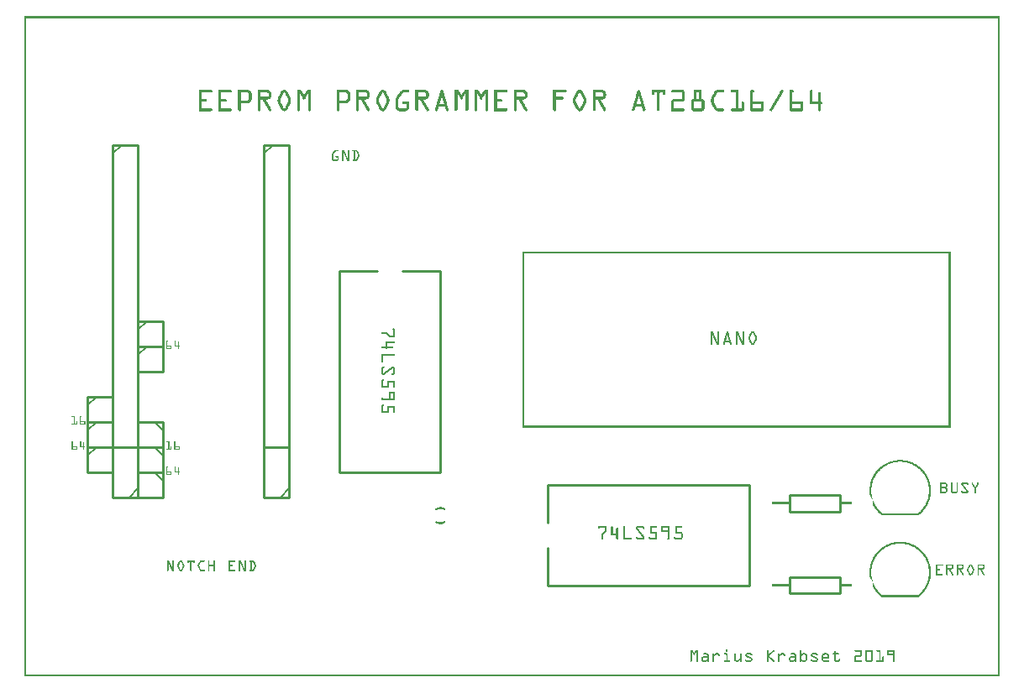
<source format=gto>
G04 MADE WITH FRITZING*
G04 WWW.FRITZING.ORG*
G04 DOUBLE SIDED*
G04 HOLES PLATED*
G04 CONTOUR ON CENTER OF CONTOUR VECTOR*
%ASAXBY*%
%FSLAX23Y23*%
%MOIN*%
%OFA0B0*%
%SFA1.0B1.0*%
%ADD10C,0.010000*%
%ADD11C,0.005000*%
%ADD12R,0.001000X0.001000*%
%LNSILK1*%
G90*
G70*
G54D10*
X951Y2114D02*
X951Y914D01*
D02*
X951Y914D02*
X1051Y914D01*
D02*
X1051Y914D02*
X1051Y2114D01*
D02*
X1051Y2114D02*
X951Y2114D01*
G54D11*
D02*
X951Y2079D02*
X986Y2114D01*
G54D10*
D02*
X351Y2114D02*
X351Y914D01*
D02*
X351Y914D02*
X451Y914D01*
D02*
X451Y914D02*
X451Y2114D01*
D02*
X451Y2114D02*
X351Y2114D01*
G54D11*
D02*
X351Y2079D02*
X386Y2114D01*
G54D10*
D02*
X451Y714D02*
X451Y914D01*
D02*
X451Y914D02*
X351Y914D01*
D02*
X351Y914D02*
X351Y714D01*
D02*
X351Y714D02*
X451Y714D01*
G54D11*
D02*
X451Y749D02*
X416Y714D01*
G54D10*
D02*
X1051Y714D02*
X1051Y914D01*
D02*
X1051Y914D02*
X951Y914D01*
D02*
X951Y914D02*
X951Y714D01*
D02*
X951Y714D02*
X1051Y714D01*
G54D11*
D02*
X1051Y749D02*
X1016Y714D01*
G54D10*
D02*
X251Y1014D02*
X251Y914D01*
D02*
X251Y914D02*
X351Y914D01*
D02*
X351Y914D02*
X351Y1014D01*
D02*
X351Y1014D02*
X251Y1014D01*
G54D11*
D02*
X251Y979D02*
X286Y1014D01*
G54D10*
D02*
X251Y1114D02*
X251Y1014D01*
D02*
X251Y1014D02*
X351Y1014D01*
D02*
X351Y1014D02*
X351Y1114D01*
D02*
X351Y1114D02*
X251Y1114D01*
G54D11*
D02*
X251Y1079D02*
X286Y1114D01*
G54D10*
D02*
X251Y914D02*
X251Y814D01*
D02*
X251Y814D02*
X351Y814D01*
D02*
X351Y814D02*
X351Y914D01*
D02*
X351Y914D02*
X251Y914D01*
G54D11*
D02*
X251Y879D02*
X286Y914D01*
G54D10*
D02*
X451Y1414D02*
X451Y1314D01*
D02*
X451Y1314D02*
X551Y1314D01*
D02*
X551Y1314D02*
X551Y1414D01*
D02*
X551Y1414D02*
X451Y1414D01*
G54D11*
D02*
X451Y1379D02*
X486Y1414D01*
G54D10*
D02*
X451Y1314D02*
X451Y1214D01*
D02*
X451Y1214D02*
X551Y1214D01*
D02*
X551Y1214D02*
X551Y1314D01*
D02*
X551Y1314D02*
X451Y1314D01*
G54D11*
D02*
X451Y1279D02*
X486Y1314D01*
G54D10*
D02*
X1251Y1614D02*
X1251Y814D01*
D02*
X1251Y814D02*
X1651Y814D01*
D02*
X1651Y814D02*
X1651Y1614D01*
D02*
X1251Y1614D02*
X1401Y1614D01*
D02*
X1501Y1614D02*
X1651Y1614D01*
D02*
X2076Y364D02*
X2876Y364D01*
D02*
X2876Y364D02*
X2876Y764D01*
D02*
X2876Y764D02*
X2076Y764D01*
D02*
X2076Y364D02*
X2076Y514D01*
D02*
X2076Y614D02*
X2076Y764D01*
D02*
X551Y814D02*
X451Y814D01*
D02*
X451Y814D02*
X451Y714D01*
D02*
X451Y714D02*
X551Y714D01*
D02*
X551Y714D02*
X551Y814D01*
G54D11*
D02*
X516Y814D02*
X551Y779D01*
G54D10*
D02*
X551Y1014D02*
X451Y1014D01*
D02*
X451Y1014D02*
X451Y914D01*
D02*
X451Y914D02*
X551Y914D01*
D02*
X551Y914D02*
X551Y1014D01*
G54D11*
D02*
X516Y1014D02*
X551Y979D01*
G54D10*
D02*
X551Y914D02*
X451Y914D01*
D02*
X451Y914D02*
X451Y814D01*
D02*
X451Y814D02*
X551Y814D01*
D02*
X551Y814D02*
X551Y914D01*
G54D11*
D02*
X516Y914D02*
X551Y879D01*
G54D10*
D02*
X3035Y397D02*
X3235Y397D01*
D02*
X3235Y397D02*
X3235Y331D01*
D02*
X3235Y331D02*
X3035Y331D01*
D02*
X3035Y331D02*
X3035Y397D01*
D02*
X3035Y722D02*
X3235Y722D01*
D02*
X3235Y722D02*
X3235Y656D01*
D02*
X3235Y656D02*
X3035Y656D01*
D02*
X3035Y656D02*
X3035Y722D01*
G54D12*
X0Y2625D02*
X3870Y2625D01*
X0Y2624D02*
X3870Y2624D01*
X0Y2623D02*
X3870Y2623D01*
X0Y2622D02*
X3870Y2622D01*
X0Y2621D02*
X3870Y2621D01*
X0Y2620D02*
X3870Y2620D01*
X0Y2619D02*
X3870Y2619D01*
X0Y2618D02*
X3870Y2618D01*
X0Y2617D02*
X7Y2617D01*
X3863Y2617D02*
X3870Y2617D01*
X0Y2616D02*
X7Y2616D01*
X3863Y2616D02*
X3870Y2616D01*
X0Y2615D02*
X7Y2615D01*
X3863Y2615D02*
X3870Y2615D01*
X0Y2614D02*
X7Y2614D01*
X3863Y2614D02*
X3870Y2614D01*
X0Y2613D02*
X7Y2613D01*
X3863Y2613D02*
X3870Y2613D01*
X0Y2612D02*
X7Y2612D01*
X3863Y2612D02*
X3870Y2612D01*
X0Y2611D02*
X7Y2611D01*
X3863Y2611D02*
X3870Y2611D01*
X0Y2610D02*
X7Y2610D01*
X3863Y2610D02*
X3870Y2610D01*
X0Y2609D02*
X7Y2609D01*
X3863Y2609D02*
X3870Y2609D01*
X0Y2608D02*
X7Y2608D01*
X3863Y2608D02*
X3870Y2608D01*
X0Y2607D02*
X7Y2607D01*
X3863Y2607D02*
X3870Y2607D01*
X0Y2606D02*
X7Y2606D01*
X3863Y2606D02*
X3870Y2606D01*
X0Y2605D02*
X7Y2605D01*
X3863Y2605D02*
X3870Y2605D01*
X0Y2604D02*
X7Y2604D01*
X3863Y2604D02*
X3870Y2604D01*
X0Y2603D02*
X7Y2603D01*
X3863Y2603D02*
X3870Y2603D01*
X0Y2602D02*
X7Y2602D01*
X3863Y2602D02*
X3870Y2602D01*
X0Y2601D02*
X7Y2601D01*
X3863Y2601D02*
X3870Y2601D01*
X0Y2600D02*
X7Y2600D01*
X3863Y2600D02*
X3870Y2600D01*
X0Y2599D02*
X7Y2599D01*
X3863Y2599D02*
X3870Y2599D01*
X0Y2598D02*
X7Y2598D01*
X3863Y2598D02*
X3870Y2598D01*
X0Y2597D02*
X7Y2597D01*
X3863Y2597D02*
X3870Y2597D01*
X0Y2596D02*
X7Y2596D01*
X3863Y2596D02*
X3870Y2596D01*
X0Y2595D02*
X7Y2595D01*
X3863Y2595D02*
X3870Y2595D01*
X0Y2594D02*
X7Y2594D01*
X3863Y2594D02*
X3870Y2594D01*
X0Y2593D02*
X7Y2593D01*
X3863Y2593D02*
X3870Y2593D01*
X0Y2592D02*
X7Y2592D01*
X3863Y2592D02*
X3870Y2592D01*
X0Y2591D02*
X7Y2591D01*
X3863Y2591D02*
X3870Y2591D01*
X0Y2590D02*
X7Y2590D01*
X3863Y2590D02*
X3870Y2590D01*
X0Y2589D02*
X7Y2589D01*
X3863Y2589D02*
X3870Y2589D01*
X0Y2588D02*
X7Y2588D01*
X3863Y2588D02*
X3870Y2588D01*
X0Y2587D02*
X7Y2587D01*
X3863Y2587D02*
X3870Y2587D01*
X0Y2586D02*
X7Y2586D01*
X3863Y2586D02*
X3870Y2586D01*
X0Y2585D02*
X7Y2585D01*
X3863Y2585D02*
X3870Y2585D01*
X0Y2584D02*
X7Y2584D01*
X3863Y2584D02*
X3870Y2584D01*
X0Y2583D02*
X7Y2583D01*
X3863Y2583D02*
X3870Y2583D01*
X0Y2582D02*
X7Y2582D01*
X3863Y2582D02*
X3870Y2582D01*
X0Y2581D02*
X7Y2581D01*
X3863Y2581D02*
X3870Y2581D01*
X0Y2580D02*
X7Y2580D01*
X3863Y2580D02*
X3870Y2580D01*
X0Y2579D02*
X7Y2579D01*
X3863Y2579D02*
X3870Y2579D01*
X0Y2578D02*
X7Y2578D01*
X3863Y2578D02*
X3870Y2578D01*
X0Y2577D02*
X7Y2577D01*
X3863Y2577D02*
X3870Y2577D01*
X0Y2576D02*
X7Y2576D01*
X3863Y2576D02*
X3870Y2576D01*
X0Y2575D02*
X7Y2575D01*
X3863Y2575D02*
X3870Y2575D01*
X0Y2574D02*
X7Y2574D01*
X3863Y2574D02*
X3870Y2574D01*
X0Y2573D02*
X7Y2573D01*
X3863Y2573D02*
X3870Y2573D01*
X0Y2572D02*
X7Y2572D01*
X3863Y2572D02*
X3870Y2572D01*
X0Y2571D02*
X7Y2571D01*
X3863Y2571D02*
X3870Y2571D01*
X0Y2570D02*
X7Y2570D01*
X3863Y2570D02*
X3870Y2570D01*
X0Y2569D02*
X7Y2569D01*
X3863Y2569D02*
X3870Y2569D01*
X0Y2568D02*
X7Y2568D01*
X3863Y2568D02*
X3870Y2568D01*
X0Y2567D02*
X7Y2567D01*
X3863Y2567D02*
X3870Y2567D01*
X0Y2566D02*
X7Y2566D01*
X3863Y2566D02*
X3870Y2566D01*
X0Y2565D02*
X7Y2565D01*
X3863Y2565D02*
X3870Y2565D01*
X0Y2564D02*
X7Y2564D01*
X3863Y2564D02*
X3870Y2564D01*
X0Y2563D02*
X7Y2563D01*
X3863Y2563D02*
X3870Y2563D01*
X0Y2562D02*
X7Y2562D01*
X3863Y2562D02*
X3870Y2562D01*
X0Y2561D02*
X7Y2561D01*
X3863Y2561D02*
X3870Y2561D01*
X0Y2560D02*
X7Y2560D01*
X3863Y2560D02*
X3870Y2560D01*
X0Y2559D02*
X7Y2559D01*
X3863Y2559D02*
X3870Y2559D01*
X0Y2558D02*
X7Y2558D01*
X3863Y2558D02*
X3870Y2558D01*
X0Y2557D02*
X7Y2557D01*
X3863Y2557D02*
X3870Y2557D01*
X0Y2556D02*
X7Y2556D01*
X3863Y2556D02*
X3870Y2556D01*
X0Y2555D02*
X7Y2555D01*
X3863Y2555D02*
X3870Y2555D01*
X0Y2554D02*
X7Y2554D01*
X3863Y2554D02*
X3870Y2554D01*
X0Y2553D02*
X7Y2553D01*
X3863Y2553D02*
X3870Y2553D01*
X0Y2552D02*
X7Y2552D01*
X3863Y2552D02*
X3870Y2552D01*
X0Y2551D02*
X7Y2551D01*
X3863Y2551D02*
X3870Y2551D01*
X0Y2550D02*
X7Y2550D01*
X3863Y2550D02*
X3870Y2550D01*
X0Y2549D02*
X7Y2549D01*
X3863Y2549D02*
X3870Y2549D01*
X0Y2548D02*
X7Y2548D01*
X3863Y2548D02*
X3870Y2548D01*
X0Y2547D02*
X7Y2547D01*
X3863Y2547D02*
X3870Y2547D01*
X0Y2546D02*
X7Y2546D01*
X3863Y2546D02*
X3870Y2546D01*
X0Y2545D02*
X7Y2545D01*
X3863Y2545D02*
X3870Y2545D01*
X0Y2544D02*
X7Y2544D01*
X3863Y2544D02*
X3870Y2544D01*
X0Y2543D02*
X7Y2543D01*
X3863Y2543D02*
X3870Y2543D01*
X0Y2542D02*
X7Y2542D01*
X3863Y2542D02*
X3870Y2542D01*
X0Y2541D02*
X7Y2541D01*
X3863Y2541D02*
X3870Y2541D01*
X0Y2540D02*
X7Y2540D01*
X3863Y2540D02*
X3870Y2540D01*
X0Y2539D02*
X7Y2539D01*
X3863Y2539D02*
X3870Y2539D01*
X0Y2538D02*
X7Y2538D01*
X3863Y2538D02*
X3870Y2538D01*
X0Y2537D02*
X7Y2537D01*
X3863Y2537D02*
X3870Y2537D01*
X0Y2536D02*
X7Y2536D01*
X3863Y2536D02*
X3870Y2536D01*
X0Y2535D02*
X7Y2535D01*
X3863Y2535D02*
X3870Y2535D01*
X0Y2534D02*
X7Y2534D01*
X3863Y2534D02*
X3870Y2534D01*
X0Y2533D02*
X7Y2533D01*
X3863Y2533D02*
X3870Y2533D01*
X0Y2532D02*
X7Y2532D01*
X3863Y2532D02*
X3870Y2532D01*
X0Y2531D02*
X7Y2531D01*
X3863Y2531D02*
X3870Y2531D01*
X0Y2530D02*
X7Y2530D01*
X3863Y2530D02*
X3870Y2530D01*
X0Y2529D02*
X7Y2529D01*
X3863Y2529D02*
X3870Y2529D01*
X0Y2528D02*
X7Y2528D01*
X3863Y2528D02*
X3870Y2528D01*
X0Y2527D02*
X7Y2527D01*
X3863Y2527D02*
X3870Y2527D01*
X0Y2526D02*
X7Y2526D01*
X3863Y2526D02*
X3870Y2526D01*
X0Y2525D02*
X7Y2525D01*
X3863Y2525D02*
X3870Y2525D01*
X0Y2524D02*
X7Y2524D01*
X3863Y2524D02*
X3870Y2524D01*
X0Y2523D02*
X7Y2523D01*
X3863Y2523D02*
X3870Y2523D01*
X0Y2522D02*
X7Y2522D01*
X3863Y2522D02*
X3870Y2522D01*
X0Y2521D02*
X7Y2521D01*
X3863Y2521D02*
X3870Y2521D01*
X0Y2520D02*
X7Y2520D01*
X3863Y2520D02*
X3870Y2520D01*
X0Y2519D02*
X7Y2519D01*
X3863Y2519D02*
X3870Y2519D01*
X0Y2518D02*
X7Y2518D01*
X3863Y2518D02*
X3870Y2518D01*
X0Y2517D02*
X7Y2517D01*
X3863Y2517D02*
X3870Y2517D01*
X0Y2516D02*
X7Y2516D01*
X3863Y2516D02*
X3870Y2516D01*
X0Y2515D02*
X7Y2515D01*
X3863Y2515D02*
X3870Y2515D01*
X0Y2514D02*
X7Y2514D01*
X3863Y2514D02*
X3870Y2514D01*
X0Y2513D02*
X7Y2513D01*
X3863Y2513D02*
X3870Y2513D01*
X0Y2512D02*
X7Y2512D01*
X3863Y2512D02*
X3870Y2512D01*
X0Y2511D02*
X7Y2511D01*
X3863Y2511D02*
X3870Y2511D01*
X0Y2510D02*
X7Y2510D01*
X3863Y2510D02*
X3870Y2510D01*
X0Y2509D02*
X7Y2509D01*
X3863Y2509D02*
X3870Y2509D01*
X0Y2508D02*
X7Y2508D01*
X3863Y2508D02*
X3870Y2508D01*
X0Y2507D02*
X7Y2507D01*
X3863Y2507D02*
X3870Y2507D01*
X0Y2506D02*
X7Y2506D01*
X3863Y2506D02*
X3870Y2506D01*
X0Y2505D02*
X7Y2505D01*
X3863Y2505D02*
X3870Y2505D01*
X0Y2504D02*
X7Y2504D01*
X3863Y2504D02*
X3870Y2504D01*
X0Y2503D02*
X7Y2503D01*
X3863Y2503D02*
X3870Y2503D01*
X0Y2502D02*
X7Y2502D01*
X3863Y2502D02*
X3870Y2502D01*
X0Y2501D02*
X7Y2501D01*
X3863Y2501D02*
X3870Y2501D01*
X0Y2500D02*
X7Y2500D01*
X3863Y2500D02*
X3870Y2500D01*
X0Y2499D02*
X7Y2499D01*
X3863Y2499D02*
X3870Y2499D01*
X0Y2498D02*
X7Y2498D01*
X3863Y2498D02*
X3870Y2498D01*
X0Y2497D02*
X7Y2497D01*
X3863Y2497D02*
X3870Y2497D01*
X0Y2496D02*
X7Y2496D01*
X3863Y2496D02*
X3870Y2496D01*
X0Y2495D02*
X7Y2495D01*
X3863Y2495D02*
X3870Y2495D01*
X0Y2494D02*
X7Y2494D01*
X3863Y2494D02*
X3870Y2494D01*
X0Y2493D02*
X7Y2493D01*
X3863Y2493D02*
X3870Y2493D01*
X0Y2492D02*
X7Y2492D01*
X3863Y2492D02*
X3870Y2492D01*
X0Y2491D02*
X7Y2491D01*
X3863Y2491D02*
X3870Y2491D01*
X0Y2490D02*
X7Y2490D01*
X3863Y2490D02*
X3870Y2490D01*
X0Y2489D02*
X7Y2489D01*
X3863Y2489D02*
X3870Y2489D01*
X0Y2488D02*
X7Y2488D01*
X3863Y2488D02*
X3870Y2488D01*
X0Y2487D02*
X7Y2487D01*
X3863Y2487D02*
X3870Y2487D01*
X0Y2486D02*
X7Y2486D01*
X3863Y2486D02*
X3870Y2486D01*
X0Y2485D02*
X7Y2485D01*
X3863Y2485D02*
X3870Y2485D01*
X0Y2484D02*
X7Y2484D01*
X3863Y2484D02*
X3870Y2484D01*
X0Y2483D02*
X7Y2483D01*
X3863Y2483D02*
X3870Y2483D01*
X0Y2482D02*
X7Y2482D01*
X3863Y2482D02*
X3870Y2482D01*
X0Y2481D02*
X7Y2481D01*
X3863Y2481D02*
X3870Y2481D01*
X0Y2480D02*
X7Y2480D01*
X3863Y2480D02*
X3870Y2480D01*
X0Y2479D02*
X7Y2479D01*
X3863Y2479D02*
X3870Y2479D01*
X0Y2478D02*
X7Y2478D01*
X3863Y2478D02*
X3870Y2478D01*
X0Y2477D02*
X7Y2477D01*
X3863Y2477D02*
X3870Y2477D01*
X0Y2476D02*
X7Y2476D01*
X3863Y2476D02*
X3870Y2476D01*
X0Y2475D02*
X7Y2475D01*
X3863Y2475D02*
X3870Y2475D01*
X0Y2474D02*
X7Y2474D01*
X3863Y2474D02*
X3870Y2474D01*
X0Y2473D02*
X7Y2473D01*
X3863Y2473D02*
X3870Y2473D01*
X0Y2472D02*
X7Y2472D01*
X3863Y2472D02*
X3870Y2472D01*
X0Y2471D02*
X7Y2471D01*
X3863Y2471D02*
X3870Y2471D01*
X0Y2470D02*
X7Y2470D01*
X3863Y2470D02*
X3870Y2470D01*
X0Y2469D02*
X7Y2469D01*
X3863Y2469D02*
X3870Y2469D01*
X0Y2468D02*
X7Y2468D01*
X3863Y2468D02*
X3870Y2468D01*
X0Y2467D02*
X7Y2467D01*
X3863Y2467D02*
X3870Y2467D01*
X0Y2466D02*
X7Y2466D01*
X3863Y2466D02*
X3870Y2466D01*
X0Y2465D02*
X7Y2465D01*
X3863Y2465D02*
X3870Y2465D01*
X0Y2464D02*
X7Y2464D01*
X3863Y2464D02*
X3870Y2464D01*
X0Y2463D02*
X7Y2463D01*
X3863Y2463D02*
X3870Y2463D01*
X0Y2462D02*
X7Y2462D01*
X3863Y2462D02*
X3870Y2462D01*
X0Y2461D02*
X7Y2461D01*
X3863Y2461D02*
X3870Y2461D01*
X0Y2460D02*
X7Y2460D01*
X3863Y2460D02*
X3870Y2460D01*
X0Y2459D02*
X7Y2459D01*
X3863Y2459D02*
X3870Y2459D01*
X0Y2458D02*
X7Y2458D01*
X3863Y2458D02*
X3870Y2458D01*
X0Y2457D02*
X7Y2457D01*
X3863Y2457D02*
X3870Y2457D01*
X0Y2456D02*
X7Y2456D01*
X3863Y2456D02*
X3870Y2456D01*
X0Y2455D02*
X7Y2455D01*
X3863Y2455D02*
X3870Y2455D01*
X0Y2454D02*
X7Y2454D01*
X3863Y2454D02*
X3870Y2454D01*
X0Y2453D02*
X7Y2453D01*
X3863Y2453D02*
X3870Y2453D01*
X0Y2452D02*
X7Y2452D01*
X3863Y2452D02*
X3870Y2452D01*
X0Y2451D02*
X7Y2451D01*
X3863Y2451D02*
X3870Y2451D01*
X0Y2450D02*
X7Y2450D01*
X3863Y2450D02*
X3870Y2450D01*
X0Y2449D02*
X7Y2449D01*
X3863Y2449D02*
X3870Y2449D01*
X0Y2448D02*
X7Y2448D01*
X3863Y2448D02*
X3870Y2448D01*
X0Y2447D02*
X7Y2447D01*
X3863Y2447D02*
X3870Y2447D01*
X0Y2446D02*
X7Y2446D01*
X3863Y2446D02*
X3870Y2446D01*
X0Y2445D02*
X7Y2445D01*
X3863Y2445D02*
X3870Y2445D01*
X0Y2444D02*
X7Y2444D01*
X3863Y2444D02*
X3870Y2444D01*
X0Y2443D02*
X7Y2443D01*
X3863Y2443D02*
X3870Y2443D01*
X0Y2442D02*
X7Y2442D01*
X3863Y2442D02*
X3870Y2442D01*
X0Y2441D02*
X7Y2441D01*
X3863Y2441D02*
X3870Y2441D01*
X0Y2440D02*
X7Y2440D01*
X3863Y2440D02*
X3870Y2440D01*
X0Y2439D02*
X7Y2439D01*
X3863Y2439D02*
X3870Y2439D01*
X0Y2438D02*
X7Y2438D01*
X3863Y2438D02*
X3870Y2438D01*
X0Y2437D02*
X7Y2437D01*
X3863Y2437D02*
X3870Y2437D01*
X0Y2436D02*
X7Y2436D01*
X3863Y2436D02*
X3870Y2436D01*
X0Y2435D02*
X7Y2435D01*
X3863Y2435D02*
X3870Y2435D01*
X0Y2434D02*
X7Y2434D01*
X3863Y2434D02*
X3870Y2434D01*
X0Y2433D02*
X7Y2433D01*
X3863Y2433D02*
X3870Y2433D01*
X0Y2432D02*
X7Y2432D01*
X3863Y2432D02*
X3870Y2432D01*
X0Y2431D02*
X7Y2431D01*
X3863Y2431D02*
X3870Y2431D01*
X0Y2430D02*
X7Y2430D01*
X3863Y2430D02*
X3870Y2430D01*
X0Y2429D02*
X7Y2429D01*
X3863Y2429D02*
X3870Y2429D01*
X0Y2428D02*
X7Y2428D01*
X3863Y2428D02*
X3870Y2428D01*
X0Y2427D02*
X7Y2427D01*
X3863Y2427D02*
X3870Y2427D01*
X0Y2426D02*
X7Y2426D01*
X3863Y2426D02*
X3870Y2426D01*
X0Y2425D02*
X7Y2425D01*
X3863Y2425D02*
X3870Y2425D01*
X0Y2424D02*
X7Y2424D01*
X3863Y2424D02*
X3870Y2424D01*
X0Y2423D02*
X7Y2423D01*
X3863Y2423D02*
X3870Y2423D01*
X0Y2422D02*
X7Y2422D01*
X3863Y2422D02*
X3870Y2422D01*
X0Y2421D02*
X7Y2421D01*
X3863Y2421D02*
X3870Y2421D01*
X0Y2420D02*
X7Y2420D01*
X3863Y2420D02*
X3870Y2420D01*
X0Y2419D02*
X7Y2419D01*
X3863Y2419D02*
X3870Y2419D01*
X0Y2418D02*
X7Y2418D01*
X3863Y2418D02*
X3870Y2418D01*
X0Y2417D02*
X7Y2417D01*
X3863Y2417D02*
X3870Y2417D01*
X0Y2416D02*
X7Y2416D01*
X3863Y2416D02*
X3870Y2416D01*
X0Y2415D02*
X7Y2415D01*
X3863Y2415D02*
X3870Y2415D01*
X0Y2414D02*
X7Y2414D01*
X3863Y2414D02*
X3870Y2414D01*
X0Y2413D02*
X7Y2413D01*
X3863Y2413D02*
X3870Y2413D01*
X0Y2412D02*
X7Y2412D01*
X3863Y2412D02*
X3870Y2412D01*
X0Y2411D02*
X7Y2411D01*
X3863Y2411D02*
X3870Y2411D01*
X0Y2410D02*
X7Y2410D01*
X3863Y2410D02*
X3870Y2410D01*
X0Y2409D02*
X7Y2409D01*
X3863Y2409D02*
X3870Y2409D01*
X0Y2408D02*
X7Y2408D01*
X3863Y2408D02*
X3870Y2408D01*
X0Y2407D02*
X7Y2407D01*
X3863Y2407D02*
X3870Y2407D01*
X0Y2406D02*
X7Y2406D01*
X3863Y2406D02*
X3870Y2406D01*
X0Y2405D02*
X7Y2405D01*
X3863Y2405D02*
X3870Y2405D01*
X0Y2404D02*
X7Y2404D01*
X3863Y2404D02*
X3870Y2404D01*
X0Y2403D02*
X7Y2403D01*
X3863Y2403D02*
X3870Y2403D01*
X0Y2402D02*
X7Y2402D01*
X3863Y2402D02*
X3870Y2402D01*
X0Y2401D02*
X7Y2401D01*
X3863Y2401D02*
X3870Y2401D01*
X0Y2400D02*
X7Y2400D01*
X3863Y2400D02*
X3870Y2400D01*
X0Y2399D02*
X7Y2399D01*
X3863Y2399D02*
X3870Y2399D01*
X0Y2398D02*
X7Y2398D01*
X3863Y2398D02*
X3870Y2398D01*
X0Y2397D02*
X7Y2397D01*
X3863Y2397D02*
X3870Y2397D01*
X0Y2396D02*
X7Y2396D01*
X3863Y2396D02*
X3870Y2396D01*
X0Y2395D02*
X7Y2395D01*
X3863Y2395D02*
X3870Y2395D01*
X0Y2394D02*
X7Y2394D01*
X3863Y2394D02*
X3870Y2394D01*
X0Y2393D02*
X7Y2393D01*
X3863Y2393D02*
X3870Y2393D01*
X0Y2392D02*
X7Y2392D01*
X3863Y2392D02*
X3870Y2392D01*
X0Y2391D02*
X7Y2391D01*
X3863Y2391D02*
X3870Y2391D01*
X0Y2390D02*
X7Y2390D01*
X3863Y2390D02*
X3870Y2390D01*
X0Y2389D02*
X7Y2389D01*
X3863Y2389D02*
X3870Y2389D01*
X0Y2388D02*
X7Y2388D01*
X3863Y2388D02*
X3870Y2388D01*
X0Y2387D02*
X7Y2387D01*
X3863Y2387D02*
X3870Y2387D01*
X0Y2386D02*
X7Y2386D01*
X3863Y2386D02*
X3870Y2386D01*
X0Y2385D02*
X7Y2385D01*
X3863Y2385D02*
X3870Y2385D01*
X0Y2384D02*
X7Y2384D01*
X3863Y2384D02*
X3870Y2384D01*
X0Y2383D02*
X7Y2383D01*
X3863Y2383D02*
X3870Y2383D01*
X0Y2382D02*
X7Y2382D01*
X3863Y2382D02*
X3870Y2382D01*
X0Y2381D02*
X7Y2381D01*
X3863Y2381D02*
X3870Y2381D01*
X0Y2380D02*
X7Y2380D01*
X3863Y2380D02*
X3870Y2380D01*
X0Y2379D02*
X7Y2379D01*
X3863Y2379D02*
X3870Y2379D01*
X0Y2378D02*
X7Y2378D01*
X3863Y2378D02*
X3870Y2378D01*
X0Y2377D02*
X7Y2377D01*
X3863Y2377D02*
X3870Y2377D01*
X0Y2376D02*
X7Y2376D01*
X3863Y2376D02*
X3870Y2376D01*
X0Y2375D02*
X7Y2375D01*
X3863Y2375D02*
X3870Y2375D01*
X0Y2374D02*
X7Y2374D01*
X3863Y2374D02*
X3870Y2374D01*
X0Y2373D02*
X7Y2373D01*
X3863Y2373D02*
X3870Y2373D01*
X0Y2372D02*
X7Y2372D01*
X3863Y2372D02*
X3870Y2372D01*
X0Y2371D02*
X7Y2371D01*
X3863Y2371D02*
X3870Y2371D01*
X0Y2370D02*
X7Y2370D01*
X3863Y2370D02*
X3870Y2370D01*
X0Y2369D02*
X7Y2369D01*
X3863Y2369D02*
X3870Y2369D01*
X0Y2368D02*
X7Y2368D01*
X3863Y2368D02*
X3870Y2368D01*
X0Y2367D02*
X7Y2367D01*
X3863Y2367D02*
X3870Y2367D01*
X0Y2366D02*
X7Y2366D01*
X3863Y2366D02*
X3870Y2366D01*
X0Y2365D02*
X7Y2365D01*
X3863Y2365D02*
X3870Y2365D01*
X0Y2364D02*
X7Y2364D01*
X3863Y2364D02*
X3870Y2364D01*
X0Y2363D02*
X7Y2363D01*
X3863Y2363D02*
X3870Y2363D01*
X0Y2362D02*
X7Y2362D01*
X3863Y2362D02*
X3870Y2362D01*
X0Y2361D02*
X7Y2361D01*
X3863Y2361D02*
X3870Y2361D01*
X0Y2360D02*
X7Y2360D01*
X3863Y2360D02*
X3870Y2360D01*
X0Y2359D02*
X7Y2359D01*
X3863Y2359D02*
X3870Y2359D01*
X0Y2358D02*
X7Y2358D01*
X3863Y2358D02*
X3870Y2358D01*
X0Y2357D02*
X7Y2357D01*
X3863Y2357D02*
X3870Y2357D01*
X0Y2356D02*
X7Y2356D01*
X3863Y2356D02*
X3870Y2356D01*
X0Y2355D02*
X7Y2355D01*
X3863Y2355D02*
X3870Y2355D01*
X0Y2354D02*
X7Y2354D01*
X3863Y2354D02*
X3870Y2354D01*
X0Y2353D02*
X7Y2353D01*
X3863Y2353D02*
X3870Y2353D01*
X0Y2352D02*
X7Y2352D01*
X3863Y2352D02*
X3870Y2352D01*
X0Y2351D02*
X7Y2351D01*
X3863Y2351D02*
X3870Y2351D01*
X0Y2350D02*
X7Y2350D01*
X3863Y2350D02*
X3870Y2350D01*
X0Y2349D02*
X7Y2349D01*
X3863Y2349D02*
X3870Y2349D01*
X0Y2348D02*
X7Y2348D01*
X3863Y2348D02*
X3870Y2348D01*
X0Y2347D02*
X7Y2347D01*
X3863Y2347D02*
X3870Y2347D01*
X0Y2346D02*
X7Y2346D01*
X3863Y2346D02*
X3870Y2346D01*
X0Y2345D02*
X7Y2345D01*
X3863Y2345D02*
X3870Y2345D01*
X0Y2344D02*
X7Y2344D01*
X3863Y2344D02*
X3870Y2344D01*
X0Y2343D02*
X7Y2343D01*
X3863Y2343D02*
X3870Y2343D01*
X0Y2342D02*
X7Y2342D01*
X3863Y2342D02*
X3870Y2342D01*
X0Y2341D02*
X7Y2341D01*
X3863Y2341D02*
X3870Y2341D01*
X0Y2340D02*
X7Y2340D01*
X3863Y2340D02*
X3870Y2340D01*
X0Y2339D02*
X7Y2339D01*
X3863Y2339D02*
X3870Y2339D01*
X0Y2338D02*
X7Y2338D01*
X3863Y2338D02*
X3870Y2338D01*
X0Y2337D02*
X7Y2337D01*
X3863Y2337D02*
X3870Y2337D01*
X0Y2336D02*
X7Y2336D01*
X3863Y2336D02*
X3870Y2336D01*
X0Y2335D02*
X7Y2335D01*
X3863Y2335D02*
X3870Y2335D01*
X0Y2334D02*
X7Y2334D01*
X3863Y2334D02*
X3870Y2334D01*
X0Y2333D02*
X7Y2333D01*
X3863Y2333D02*
X3870Y2333D01*
X0Y2332D02*
X7Y2332D01*
X692Y2332D02*
X739Y2332D01*
X770Y2332D02*
X818Y2332D01*
X849Y2332D02*
X885Y2332D01*
X927Y2332D02*
X963Y2332D01*
X1030Y2332D02*
X1031Y2332D01*
X1083Y2332D02*
X1095Y2332D01*
X1123Y2332D02*
X1135Y2332D01*
X1239Y2332D02*
X1276Y2332D01*
X1317Y2332D02*
X1354Y2332D01*
X1421Y2332D02*
X1422Y2332D01*
X1505Y2332D02*
X1521Y2332D01*
X1552Y2332D02*
X1588Y2332D01*
X1656Y2332D02*
X1656Y2332D01*
X1708Y2332D02*
X1720Y2332D01*
X1748Y2332D02*
X1760Y2332D01*
X1786Y2332D02*
X1798Y2332D01*
X1826Y2332D02*
X1838Y2332D01*
X1864Y2332D02*
X1912Y2332D01*
X1943Y2332D02*
X1979Y2332D01*
X2099Y2332D02*
X2146Y2332D01*
X2203Y2332D02*
X2203Y2332D01*
X2255Y2332D02*
X2292Y2332D01*
X2437Y2332D02*
X2437Y2332D01*
X2490Y2332D02*
X2542Y2332D01*
X2572Y2332D02*
X2610Y2332D01*
X2661Y2332D02*
X2682Y2332D01*
X2751Y2332D02*
X2771Y2332D01*
X2807Y2332D02*
X2833Y2332D01*
X2885Y2332D02*
X2890Y2332D01*
X3041Y2332D02*
X3046Y2332D01*
X3863Y2332D02*
X3870Y2332D01*
X0Y2331D02*
X7Y2331D01*
X692Y2331D02*
X742Y2331D01*
X770Y2331D02*
X820Y2331D01*
X848Y2331D02*
X890Y2331D01*
X926Y2331D02*
X968Y2331D01*
X1026Y2331D02*
X1036Y2331D01*
X1083Y2331D02*
X1096Y2331D01*
X1122Y2331D02*
X1135Y2331D01*
X1239Y2331D02*
X1281Y2331D01*
X1317Y2331D02*
X1359Y2331D01*
X1417Y2331D02*
X1426Y2331D01*
X1500Y2331D02*
X1524Y2331D01*
X1551Y2331D02*
X1593Y2331D01*
X1653Y2331D02*
X1659Y2331D01*
X1708Y2331D02*
X1721Y2331D01*
X1747Y2331D02*
X1761Y2331D01*
X1786Y2331D02*
X1799Y2331D01*
X1825Y2331D02*
X1839Y2331D01*
X1864Y2331D02*
X1914Y2331D01*
X1942Y2331D02*
X1984Y2331D01*
X2098Y2331D02*
X2149Y2331D01*
X2198Y2331D02*
X2208Y2331D01*
X2255Y2331D02*
X2297Y2331D01*
X2435Y2331D02*
X2440Y2331D01*
X2489Y2331D02*
X2542Y2331D01*
X2570Y2331D02*
X2614Y2331D01*
X2658Y2331D02*
X2685Y2331D01*
X2746Y2331D02*
X2774Y2331D01*
X2804Y2331D02*
X2833Y2331D01*
X2882Y2331D02*
X2893Y2331D01*
X3003Y2331D02*
X3008Y2331D01*
X3038Y2331D02*
X3049Y2331D01*
X3119Y2331D02*
X3124Y2331D01*
X3863Y2331D02*
X3870Y2331D01*
X0Y2330D02*
X7Y2330D01*
X692Y2330D02*
X743Y2330D01*
X770Y2330D02*
X821Y2330D01*
X848Y2330D02*
X892Y2330D01*
X926Y2330D02*
X970Y2330D01*
X1024Y2330D02*
X1038Y2330D01*
X1083Y2330D02*
X1097Y2330D01*
X1121Y2330D02*
X1135Y2330D01*
X1239Y2330D02*
X1283Y2330D01*
X1317Y2330D02*
X1361Y2330D01*
X1415Y2330D02*
X1428Y2330D01*
X1497Y2330D02*
X1525Y2330D01*
X1551Y2330D02*
X1596Y2330D01*
X1652Y2330D02*
X1660Y2330D01*
X1708Y2330D02*
X1722Y2330D01*
X1746Y2330D02*
X1761Y2330D01*
X1786Y2330D02*
X1800Y2330D01*
X1824Y2330D02*
X1839Y2330D01*
X1864Y2330D02*
X1915Y2330D01*
X1942Y2330D02*
X1986Y2330D01*
X2098Y2330D02*
X2150Y2330D01*
X2196Y2330D02*
X2210Y2330D01*
X2255Y2330D02*
X2299Y2330D01*
X2434Y2330D02*
X2441Y2330D01*
X2489Y2330D02*
X2542Y2330D01*
X2569Y2330D02*
X2615Y2330D01*
X2657Y2330D02*
X2686Y2330D01*
X2744Y2330D02*
X2775Y2330D01*
X2803Y2330D02*
X2833Y2330D01*
X2881Y2330D02*
X2894Y2330D01*
X3002Y2330D02*
X3009Y2330D01*
X3037Y2330D02*
X3050Y2330D01*
X3118Y2330D02*
X3125Y2330D01*
X3863Y2330D02*
X3870Y2330D01*
X0Y2329D02*
X7Y2329D01*
X692Y2329D02*
X744Y2329D01*
X770Y2329D02*
X822Y2329D01*
X848Y2329D02*
X894Y2329D01*
X926Y2329D02*
X972Y2329D01*
X1023Y2329D02*
X1039Y2329D01*
X1083Y2329D02*
X1097Y2329D01*
X1121Y2329D02*
X1135Y2329D01*
X1239Y2329D02*
X1285Y2329D01*
X1317Y2329D02*
X1363Y2329D01*
X1413Y2329D02*
X1430Y2329D01*
X1496Y2329D02*
X1525Y2329D01*
X1551Y2329D02*
X1597Y2329D01*
X1652Y2329D02*
X1660Y2329D01*
X1708Y2329D02*
X1722Y2329D01*
X1746Y2329D02*
X1761Y2329D01*
X1786Y2329D02*
X1801Y2329D01*
X1824Y2329D02*
X1839Y2329D01*
X1864Y2329D02*
X1916Y2329D01*
X1942Y2329D02*
X1988Y2329D01*
X2098Y2329D02*
X2151Y2329D01*
X2195Y2329D02*
X2211Y2329D01*
X2255Y2329D02*
X2300Y2329D01*
X2433Y2329D02*
X2442Y2329D01*
X2489Y2329D02*
X2542Y2329D01*
X2568Y2329D02*
X2617Y2329D01*
X2657Y2329D02*
X2687Y2329D01*
X2742Y2329D02*
X2776Y2329D01*
X2802Y2329D02*
X2833Y2329D01*
X2880Y2329D02*
X2894Y2329D01*
X3001Y2329D02*
X3010Y2329D01*
X3037Y2329D02*
X3051Y2329D01*
X3117Y2329D02*
X3126Y2329D01*
X3863Y2329D02*
X3870Y2329D01*
X0Y2328D02*
X7Y2328D01*
X692Y2328D02*
X744Y2328D01*
X770Y2328D02*
X823Y2328D01*
X848Y2328D02*
X895Y2328D01*
X926Y2328D02*
X973Y2328D01*
X1021Y2328D02*
X1040Y2328D01*
X1083Y2328D02*
X1098Y2328D01*
X1120Y2328D02*
X1135Y2328D01*
X1239Y2328D02*
X1286Y2328D01*
X1317Y2328D02*
X1364Y2328D01*
X1412Y2328D02*
X1431Y2328D01*
X1495Y2328D02*
X1526Y2328D01*
X1551Y2328D02*
X1598Y2328D01*
X1651Y2328D02*
X1661Y2328D01*
X1708Y2328D02*
X1723Y2328D01*
X1745Y2328D02*
X1761Y2328D01*
X1786Y2328D02*
X1801Y2328D01*
X1823Y2328D02*
X1839Y2328D01*
X1864Y2328D02*
X1917Y2328D01*
X1942Y2328D02*
X1989Y2328D01*
X2098Y2328D02*
X2151Y2328D01*
X2194Y2328D02*
X2212Y2328D01*
X2255Y2328D02*
X2302Y2328D01*
X2433Y2328D02*
X2442Y2328D01*
X2489Y2328D02*
X2542Y2328D01*
X2567Y2328D02*
X2617Y2328D01*
X2656Y2328D02*
X2687Y2328D01*
X2741Y2328D02*
X2776Y2328D01*
X2802Y2328D02*
X2833Y2328D01*
X2880Y2328D02*
X2895Y2328D01*
X3001Y2328D02*
X3011Y2328D01*
X3036Y2328D02*
X3051Y2328D01*
X3117Y2328D02*
X3126Y2328D01*
X3863Y2328D02*
X3870Y2328D01*
X0Y2327D02*
X7Y2327D01*
X692Y2327D02*
X745Y2327D01*
X770Y2327D02*
X823Y2327D01*
X848Y2327D02*
X896Y2327D01*
X926Y2327D02*
X974Y2327D01*
X1020Y2327D02*
X1041Y2327D01*
X1083Y2327D02*
X1099Y2327D01*
X1119Y2327D02*
X1135Y2327D01*
X1239Y2327D02*
X1287Y2327D01*
X1317Y2327D02*
X1365Y2327D01*
X1411Y2327D02*
X1432Y2327D01*
X1494Y2327D02*
X1526Y2327D01*
X1551Y2327D02*
X1600Y2327D01*
X1651Y2327D02*
X1661Y2327D01*
X1708Y2327D02*
X1724Y2327D01*
X1744Y2327D02*
X1761Y2327D01*
X1786Y2327D02*
X1802Y2327D01*
X1822Y2327D02*
X1839Y2327D01*
X1864Y2327D02*
X1917Y2327D01*
X1942Y2327D02*
X1990Y2327D01*
X2098Y2327D02*
X2151Y2327D01*
X2193Y2327D02*
X2213Y2327D01*
X2255Y2327D02*
X2303Y2327D01*
X2432Y2327D02*
X2442Y2327D01*
X2489Y2327D02*
X2542Y2327D01*
X2567Y2327D02*
X2618Y2327D01*
X2656Y2327D02*
X2687Y2327D01*
X2740Y2327D02*
X2776Y2327D01*
X2802Y2327D02*
X2833Y2327D01*
X2880Y2327D02*
X2895Y2327D01*
X3000Y2327D02*
X3011Y2327D01*
X3036Y2327D02*
X3051Y2327D01*
X3117Y2327D02*
X3127Y2327D01*
X3863Y2327D02*
X3870Y2327D01*
X0Y2326D02*
X7Y2326D01*
X692Y2326D02*
X745Y2326D01*
X770Y2326D02*
X823Y2326D01*
X848Y2326D02*
X897Y2326D01*
X926Y2326D02*
X975Y2326D01*
X1020Y2326D02*
X1042Y2326D01*
X1083Y2326D02*
X1099Y2326D01*
X1118Y2326D02*
X1135Y2326D01*
X1239Y2326D02*
X1288Y2326D01*
X1317Y2326D02*
X1366Y2326D01*
X1410Y2326D02*
X1432Y2326D01*
X1493Y2326D02*
X1526Y2326D01*
X1551Y2326D02*
X1600Y2326D01*
X1651Y2326D02*
X1661Y2326D01*
X1708Y2326D02*
X1725Y2326D01*
X1744Y2326D02*
X1761Y2326D01*
X1786Y2326D02*
X1803Y2326D01*
X1822Y2326D02*
X1839Y2326D01*
X1864Y2326D02*
X1917Y2326D01*
X1942Y2326D02*
X1991Y2326D01*
X2098Y2326D02*
X2151Y2326D01*
X2192Y2326D02*
X2214Y2326D01*
X2255Y2326D02*
X2304Y2326D01*
X2432Y2326D02*
X2443Y2326D01*
X2489Y2326D02*
X2542Y2326D01*
X2567Y2326D02*
X2619Y2326D01*
X2656Y2326D02*
X2687Y2326D01*
X2739Y2326D02*
X2776Y2326D01*
X2802Y2326D02*
X2833Y2326D01*
X2880Y2326D02*
X2895Y2326D01*
X3000Y2326D02*
X3011Y2326D01*
X3036Y2326D02*
X3051Y2326D01*
X3117Y2326D02*
X3127Y2326D01*
X3863Y2326D02*
X3870Y2326D01*
X0Y2325D02*
X7Y2325D01*
X692Y2325D02*
X744Y2325D01*
X770Y2325D02*
X822Y2325D01*
X848Y2325D02*
X898Y2325D01*
X926Y2325D02*
X976Y2325D01*
X1019Y2325D02*
X1042Y2325D01*
X1083Y2325D02*
X1100Y2325D01*
X1118Y2325D02*
X1135Y2325D01*
X1239Y2325D02*
X1289Y2325D01*
X1317Y2325D02*
X1367Y2325D01*
X1410Y2325D02*
X1433Y2325D01*
X1492Y2325D02*
X1526Y2325D01*
X1551Y2325D02*
X1601Y2325D01*
X1650Y2325D02*
X1662Y2325D01*
X1708Y2325D02*
X1725Y2325D01*
X1743Y2325D02*
X1761Y2325D01*
X1786Y2325D02*
X1803Y2325D01*
X1821Y2325D02*
X1839Y2325D01*
X1864Y2325D02*
X1916Y2325D01*
X1942Y2325D02*
X1992Y2325D01*
X2098Y2325D02*
X2151Y2325D01*
X2191Y2325D02*
X2215Y2325D01*
X2255Y2325D02*
X2304Y2325D01*
X2432Y2325D02*
X2443Y2325D01*
X2489Y2325D02*
X2542Y2325D01*
X2568Y2325D02*
X2619Y2325D01*
X2656Y2325D02*
X2687Y2325D01*
X2738Y2325D02*
X2776Y2325D01*
X2802Y2325D02*
X2833Y2325D01*
X2880Y2325D02*
X2895Y2325D01*
X2999Y2325D02*
X3010Y2325D01*
X3036Y2325D02*
X3051Y2325D01*
X3117Y2325D02*
X3127Y2325D01*
X3863Y2325D02*
X3870Y2325D01*
X0Y2324D02*
X7Y2324D01*
X692Y2324D02*
X744Y2324D01*
X770Y2324D02*
X822Y2324D01*
X848Y2324D02*
X899Y2324D01*
X926Y2324D02*
X977Y2324D01*
X1018Y2324D02*
X1043Y2324D01*
X1083Y2324D02*
X1101Y2324D01*
X1117Y2324D02*
X1135Y2324D01*
X1239Y2324D02*
X1289Y2324D01*
X1317Y2324D02*
X1367Y2324D01*
X1409Y2324D02*
X1434Y2324D01*
X1491Y2324D02*
X1525Y2324D01*
X1551Y2324D02*
X1602Y2324D01*
X1650Y2324D02*
X1662Y2324D01*
X1708Y2324D02*
X1726Y2324D01*
X1742Y2324D02*
X1761Y2324D01*
X1786Y2324D02*
X1804Y2324D01*
X1820Y2324D02*
X1839Y2324D01*
X1864Y2324D02*
X1916Y2324D01*
X1942Y2324D02*
X1993Y2324D01*
X2098Y2324D02*
X2150Y2324D01*
X2191Y2324D02*
X2215Y2324D01*
X2255Y2324D02*
X2305Y2324D01*
X2431Y2324D02*
X2443Y2324D01*
X2489Y2324D02*
X2542Y2324D01*
X2568Y2324D02*
X2620Y2324D01*
X2656Y2324D02*
X2687Y2324D01*
X2738Y2324D02*
X2776Y2324D01*
X2802Y2324D02*
X2833Y2324D01*
X2880Y2324D02*
X2894Y2324D01*
X2998Y2324D02*
X3010Y2324D01*
X3036Y2324D02*
X3051Y2324D01*
X3117Y2324D02*
X3127Y2324D01*
X3863Y2324D02*
X3870Y2324D01*
X0Y2323D02*
X7Y2323D01*
X692Y2323D02*
X743Y2323D01*
X770Y2323D02*
X821Y2323D01*
X848Y2323D02*
X899Y2323D01*
X926Y2323D02*
X977Y2323D01*
X1018Y2323D02*
X1044Y2323D01*
X1083Y2323D02*
X1102Y2323D01*
X1116Y2323D02*
X1135Y2323D01*
X1239Y2323D02*
X1290Y2323D01*
X1317Y2323D02*
X1368Y2323D01*
X1409Y2323D02*
X1434Y2323D01*
X1490Y2323D02*
X1525Y2323D01*
X1551Y2323D02*
X1602Y2323D01*
X1650Y2323D02*
X1662Y2323D01*
X1708Y2323D02*
X1727Y2323D01*
X1741Y2323D02*
X1761Y2323D01*
X1786Y2323D02*
X1805Y2323D01*
X1820Y2323D02*
X1839Y2323D01*
X1864Y2323D02*
X1915Y2323D01*
X1942Y2323D02*
X1993Y2323D01*
X2098Y2323D02*
X2150Y2323D01*
X2190Y2323D02*
X2216Y2323D01*
X2255Y2323D02*
X2306Y2323D01*
X2431Y2323D02*
X2444Y2323D01*
X2489Y2323D02*
X2542Y2323D01*
X2569Y2323D02*
X2620Y2323D01*
X2656Y2323D02*
X2687Y2323D01*
X2737Y2323D02*
X2775Y2323D01*
X2803Y2323D02*
X2833Y2323D01*
X2880Y2323D02*
X2894Y2323D01*
X2998Y2323D02*
X3010Y2323D01*
X3036Y2323D02*
X3050Y2323D01*
X3117Y2323D02*
X3127Y2323D01*
X3863Y2323D02*
X3870Y2323D01*
X0Y2322D02*
X7Y2322D01*
X692Y2322D02*
X742Y2322D01*
X770Y2322D02*
X820Y2322D01*
X848Y2322D02*
X900Y2322D01*
X926Y2322D02*
X978Y2322D01*
X1017Y2322D02*
X1044Y2322D01*
X1083Y2322D02*
X1102Y2322D01*
X1116Y2322D02*
X1135Y2322D01*
X1239Y2322D02*
X1290Y2322D01*
X1317Y2322D02*
X1369Y2322D01*
X1408Y2322D02*
X1435Y2322D01*
X1490Y2322D02*
X1523Y2322D01*
X1551Y2322D02*
X1603Y2322D01*
X1649Y2322D02*
X1662Y2322D01*
X1708Y2322D02*
X1727Y2322D01*
X1741Y2322D02*
X1761Y2322D01*
X1786Y2322D02*
X1806Y2322D01*
X1819Y2322D02*
X1839Y2322D01*
X1864Y2322D02*
X1914Y2322D01*
X1942Y2322D02*
X1994Y2322D01*
X2098Y2322D02*
X2148Y2322D01*
X2190Y2322D02*
X2216Y2322D01*
X2255Y2322D02*
X2306Y2322D01*
X2431Y2322D02*
X2444Y2322D01*
X2489Y2322D02*
X2542Y2322D01*
X2570Y2322D02*
X2620Y2322D01*
X2656Y2322D02*
X2687Y2322D01*
X2736Y2322D02*
X2774Y2322D01*
X2804Y2322D02*
X2833Y2322D01*
X2880Y2322D02*
X2892Y2322D01*
X2997Y2322D02*
X3009Y2322D01*
X3036Y2322D02*
X3049Y2322D01*
X3117Y2322D02*
X3127Y2322D01*
X3152Y2322D02*
X3156Y2322D01*
X3863Y2322D02*
X3870Y2322D01*
X0Y2321D02*
X7Y2321D01*
X692Y2321D02*
X702Y2321D01*
X770Y2321D02*
X780Y2321D01*
X848Y2321D02*
X858Y2321D01*
X886Y2321D02*
X900Y2321D01*
X926Y2321D02*
X936Y2321D01*
X964Y2321D02*
X978Y2321D01*
X1017Y2321D02*
X1029Y2321D01*
X1032Y2321D02*
X1045Y2321D01*
X1083Y2321D02*
X1103Y2321D01*
X1115Y2321D02*
X1135Y2321D01*
X1239Y2321D02*
X1249Y2321D01*
X1277Y2321D02*
X1291Y2321D01*
X1317Y2321D02*
X1327Y2321D01*
X1355Y2321D02*
X1369Y2321D01*
X1408Y2321D02*
X1420Y2321D01*
X1423Y2321D02*
X1435Y2321D01*
X1489Y2321D02*
X1503Y2321D01*
X1551Y2321D02*
X1562Y2321D01*
X1589Y2321D02*
X1603Y2321D01*
X1649Y2321D02*
X1663Y2321D01*
X1708Y2321D02*
X1728Y2321D01*
X1740Y2321D02*
X1761Y2321D01*
X1786Y2321D02*
X1806Y2321D01*
X1818Y2321D02*
X1839Y2321D01*
X1864Y2321D02*
X1874Y2321D01*
X1942Y2321D02*
X1952Y2321D01*
X1980Y2321D02*
X1994Y2321D01*
X2098Y2321D02*
X2109Y2321D01*
X2189Y2321D02*
X2202Y2321D01*
X2204Y2321D02*
X2217Y2321D01*
X2255Y2321D02*
X2265Y2321D01*
X2293Y2321D02*
X2307Y2321D01*
X2430Y2321D02*
X2444Y2321D01*
X2489Y2321D02*
X2499Y2321D01*
X2510Y2321D02*
X2521Y2321D01*
X2532Y2321D02*
X2542Y2321D01*
X2610Y2321D02*
X2620Y2321D01*
X2656Y2321D02*
X2666Y2321D01*
X2677Y2321D02*
X2687Y2321D01*
X2736Y2321D02*
X2750Y2321D01*
X2823Y2321D02*
X2833Y2321D01*
X2880Y2321D02*
X2890Y2321D01*
X2997Y2321D02*
X3008Y2321D01*
X3036Y2321D02*
X3046Y2321D01*
X3117Y2321D02*
X3127Y2321D01*
X3150Y2321D02*
X3158Y2321D01*
X3863Y2321D02*
X3870Y2321D01*
X0Y2320D02*
X7Y2320D01*
X692Y2320D02*
X702Y2320D01*
X770Y2320D02*
X780Y2320D01*
X848Y2320D02*
X858Y2320D01*
X889Y2320D02*
X900Y2320D01*
X926Y2320D02*
X936Y2320D01*
X967Y2320D02*
X978Y2320D01*
X1016Y2320D02*
X1028Y2320D01*
X1034Y2320D02*
X1045Y2320D01*
X1083Y2320D02*
X1104Y2320D01*
X1114Y2320D02*
X1135Y2320D01*
X1239Y2320D02*
X1249Y2320D01*
X1279Y2320D02*
X1291Y2320D01*
X1317Y2320D02*
X1327Y2320D01*
X1357Y2320D02*
X1369Y2320D01*
X1407Y2320D02*
X1419Y2320D01*
X1424Y2320D02*
X1436Y2320D01*
X1488Y2320D02*
X1501Y2320D01*
X1551Y2320D02*
X1561Y2320D01*
X1592Y2320D02*
X1604Y2320D01*
X1649Y2320D02*
X1663Y2320D01*
X1708Y2320D02*
X1729Y2320D01*
X1739Y2320D02*
X1761Y2320D01*
X1786Y2320D02*
X1807Y2320D01*
X1818Y2320D02*
X1839Y2320D01*
X1864Y2320D02*
X1874Y2320D01*
X1942Y2320D02*
X1952Y2320D01*
X1983Y2320D02*
X1994Y2320D01*
X2098Y2320D02*
X2108Y2320D01*
X2189Y2320D02*
X2200Y2320D01*
X2206Y2320D02*
X2217Y2320D01*
X2255Y2320D02*
X2265Y2320D01*
X2295Y2320D02*
X2307Y2320D01*
X2430Y2320D02*
X2444Y2320D01*
X2489Y2320D02*
X2499Y2320D01*
X2510Y2320D02*
X2520Y2320D01*
X2532Y2320D02*
X2542Y2320D01*
X2610Y2320D02*
X2620Y2320D01*
X2656Y2320D02*
X2666Y2320D01*
X2677Y2320D02*
X2687Y2320D01*
X2736Y2320D02*
X2747Y2320D01*
X2823Y2320D02*
X2833Y2320D01*
X2880Y2320D02*
X2890Y2320D01*
X2996Y2320D02*
X3008Y2320D01*
X3036Y2320D02*
X3046Y2320D01*
X3117Y2320D02*
X3127Y2320D01*
X3150Y2320D02*
X3158Y2320D01*
X3863Y2320D02*
X3870Y2320D01*
X0Y2319D02*
X7Y2319D01*
X692Y2319D02*
X702Y2319D01*
X770Y2319D02*
X780Y2319D01*
X848Y2319D02*
X858Y2319D01*
X890Y2319D02*
X901Y2319D01*
X926Y2319D02*
X936Y2319D01*
X968Y2319D02*
X979Y2319D01*
X1016Y2319D02*
X1027Y2319D01*
X1034Y2319D02*
X1046Y2319D01*
X1083Y2319D02*
X1104Y2319D01*
X1114Y2319D02*
X1135Y2319D01*
X1239Y2319D02*
X1249Y2319D01*
X1280Y2319D02*
X1291Y2319D01*
X1317Y2319D02*
X1327Y2319D01*
X1359Y2319D02*
X1369Y2319D01*
X1407Y2319D02*
X1418Y2319D01*
X1425Y2319D02*
X1436Y2319D01*
X1487Y2319D02*
X1500Y2319D01*
X1551Y2319D02*
X1561Y2319D01*
X1593Y2319D02*
X1604Y2319D01*
X1648Y2319D02*
X1663Y2319D01*
X1708Y2319D02*
X1729Y2319D01*
X1739Y2319D02*
X1761Y2319D01*
X1786Y2319D02*
X1808Y2319D01*
X1817Y2319D02*
X1839Y2319D01*
X1864Y2319D02*
X1874Y2319D01*
X1942Y2319D02*
X1952Y2319D01*
X1984Y2319D02*
X1995Y2319D01*
X2098Y2319D02*
X2108Y2319D01*
X2188Y2319D02*
X2199Y2319D01*
X2206Y2319D02*
X2218Y2319D01*
X2255Y2319D02*
X2265Y2319D01*
X2296Y2319D02*
X2307Y2319D01*
X2430Y2319D02*
X2445Y2319D01*
X2489Y2319D02*
X2499Y2319D01*
X2510Y2319D02*
X2520Y2319D01*
X2532Y2319D02*
X2542Y2319D01*
X2610Y2319D02*
X2620Y2319D01*
X2656Y2319D02*
X2666Y2319D01*
X2677Y2319D02*
X2687Y2319D01*
X2735Y2319D02*
X2747Y2319D01*
X2823Y2319D02*
X2833Y2319D01*
X2880Y2319D02*
X2890Y2319D01*
X2995Y2319D02*
X3007Y2319D01*
X3036Y2319D02*
X3046Y2319D01*
X3117Y2319D02*
X3127Y2319D01*
X3149Y2319D02*
X3159Y2319D01*
X3863Y2319D02*
X3870Y2319D01*
X0Y2318D02*
X7Y2318D01*
X692Y2318D02*
X702Y2318D01*
X770Y2318D02*
X780Y2318D01*
X848Y2318D02*
X858Y2318D01*
X890Y2318D02*
X901Y2318D01*
X926Y2318D02*
X936Y2318D01*
X969Y2318D02*
X979Y2318D01*
X1015Y2318D02*
X1027Y2318D01*
X1035Y2318D02*
X1046Y2318D01*
X1083Y2318D02*
X1105Y2318D01*
X1113Y2318D02*
X1135Y2318D01*
X1239Y2318D02*
X1249Y2318D01*
X1281Y2318D02*
X1291Y2318D01*
X1317Y2318D02*
X1327Y2318D01*
X1359Y2318D02*
X1370Y2318D01*
X1406Y2318D02*
X1418Y2318D01*
X1425Y2318D02*
X1437Y2318D01*
X1486Y2318D02*
X1499Y2318D01*
X1551Y2318D02*
X1561Y2318D01*
X1594Y2318D02*
X1604Y2318D01*
X1648Y2318D02*
X1664Y2318D01*
X1708Y2318D02*
X1730Y2318D01*
X1738Y2318D02*
X1761Y2318D01*
X1786Y2318D02*
X1808Y2318D01*
X1816Y2318D02*
X1839Y2318D01*
X1864Y2318D02*
X1874Y2318D01*
X1942Y2318D02*
X1952Y2318D01*
X1984Y2318D02*
X1995Y2318D01*
X2098Y2318D02*
X2108Y2318D01*
X2188Y2318D02*
X2199Y2318D01*
X2207Y2318D02*
X2218Y2318D01*
X2255Y2318D02*
X2265Y2318D01*
X2297Y2318D02*
X2307Y2318D01*
X2430Y2318D02*
X2445Y2318D01*
X2489Y2318D02*
X2499Y2318D01*
X2510Y2318D02*
X2520Y2318D01*
X2532Y2318D02*
X2542Y2318D01*
X2610Y2318D02*
X2620Y2318D01*
X2656Y2318D02*
X2666Y2318D01*
X2677Y2318D02*
X2687Y2318D01*
X2735Y2318D02*
X2746Y2318D01*
X2823Y2318D02*
X2833Y2318D01*
X2880Y2318D02*
X2890Y2318D01*
X2995Y2318D02*
X3007Y2318D01*
X3036Y2318D02*
X3046Y2318D01*
X3117Y2318D02*
X3127Y2318D01*
X3149Y2318D02*
X3159Y2318D01*
X3863Y2318D02*
X3870Y2318D01*
X0Y2317D02*
X7Y2317D01*
X692Y2317D02*
X702Y2317D01*
X770Y2317D02*
X780Y2317D01*
X848Y2317D02*
X858Y2317D01*
X891Y2317D02*
X901Y2317D01*
X926Y2317D02*
X936Y2317D01*
X969Y2317D02*
X979Y2317D01*
X1015Y2317D02*
X1026Y2317D01*
X1035Y2317D02*
X1047Y2317D01*
X1083Y2317D02*
X1106Y2317D01*
X1112Y2317D02*
X1135Y2317D01*
X1239Y2317D02*
X1249Y2317D01*
X1281Y2317D02*
X1292Y2317D01*
X1317Y2317D02*
X1327Y2317D01*
X1360Y2317D02*
X1370Y2317D01*
X1406Y2317D02*
X1417Y2317D01*
X1426Y2317D02*
X1437Y2317D01*
X1486Y2317D02*
X1499Y2317D01*
X1551Y2317D02*
X1561Y2317D01*
X1594Y2317D02*
X1604Y2317D01*
X1648Y2317D02*
X1664Y2317D01*
X1708Y2317D02*
X1731Y2317D01*
X1737Y2317D02*
X1761Y2317D01*
X1786Y2317D02*
X1809Y2317D01*
X1815Y2317D02*
X1839Y2317D01*
X1864Y2317D02*
X1874Y2317D01*
X1942Y2317D02*
X1952Y2317D01*
X1985Y2317D02*
X1995Y2317D01*
X2098Y2317D02*
X2108Y2317D01*
X2187Y2317D02*
X2198Y2317D01*
X2207Y2317D02*
X2219Y2317D01*
X2255Y2317D02*
X2265Y2317D01*
X2297Y2317D02*
X2307Y2317D01*
X2429Y2317D02*
X2445Y2317D01*
X2489Y2317D02*
X2499Y2317D01*
X2510Y2317D02*
X2520Y2317D01*
X2532Y2317D02*
X2542Y2317D01*
X2610Y2317D02*
X2620Y2317D01*
X2656Y2317D02*
X2666Y2317D01*
X2677Y2317D02*
X2687Y2317D01*
X2734Y2317D02*
X2745Y2317D01*
X2823Y2317D02*
X2833Y2317D01*
X2880Y2317D02*
X2890Y2317D01*
X2994Y2317D02*
X3006Y2317D01*
X3036Y2317D02*
X3046Y2317D01*
X3117Y2317D02*
X3127Y2317D01*
X3149Y2317D02*
X3159Y2317D01*
X3863Y2317D02*
X3870Y2317D01*
X0Y2316D02*
X7Y2316D01*
X692Y2316D02*
X702Y2316D01*
X770Y2316D02*
X780Y2316D01*
X848Y2316D02*
X858Y2316D01*
X891Y2316D02*
X901Y2316D01*
X926Y2316D02*
X936Y2316D01*
X969Y2316D02*
X979Y2316D01*
X1014Y2316D02*
X1026Y2316D01*
X1036Y2316D02*
X1047Y2316D01*
X1083Y2316D02*
X1106Y2316D01*
X1111Y2316D02*
X1135Y2316D01*
X1239Y2316D02*
X1249Y2316D01*
X1282Y2316D02*
X1292Y2316D01*
X1317Y2316D02*
X1327Y2316D01*
X1360Y2316D02*
X1370Y2316D01*
X1405Y2316D02*
X1416Y2316D01*
X1426Y2316D02*
X1438Y2316D01*
X1485Y2316D02*
X1498Y2316D01*
X1551Y2316D02*
X1561Y2316D01*
X1594Y2316D02*
X1604Y2316D01*
X1648Y2316D02*
X1664Y2316D01*
X1708Y2316D02*
X1732Y2316D01*
X1737Y2316D02*
X1749Y2316D01*
X1751Y2316D02*
X1761Y2316D01*
X1786Y2316D02*
X1810Y2316D01*
X1815Y2316D02*
X1827Y2316D01*
X1829Y2316D02*
X1839Y2316D01*
X1864Y2316D02*
X1874Y2316D01*
X1942Y2316D02*
X1952Y2316D01*
X1985Y2316D02*
X1995Y2316D01*
X2098Y2316D02*
X2108Y2316D01*
X2187Y2316D02*
X2198Y2316D01*
X2208Y2316D02*
X2219Y2316D01*
X2255Y2316D02*
X2265Y2316D01*
X2298Y2316D02*
X2307Y2316D01*
X2429Y2316D02*
X2446Y2316D01*
X2489Y2316D02*
X2499Y2316D01*
X2510Y2316D02*
X2520Y2316D01*
X2532Y2316D02*
X2542Y2316D01*
X2610Y2316D02*
X2620Y2316D01*
X2656Y2316D02*
X2666Y2316D01*
X2677Y2316D02*
X2687Y2316D01*
X2734Y2316D02*
X2745Y2316D01*
X2823Y2316D02*
X2833Y2316D01*
X2880Y2316D02*
X2890Y2316D01*
X2994Y2316D02*
X3005Y2316D01*
X3036Y2316D02*
X3046Y2316D01*
X3117Y2316D02*
X3127Y2316D01*
X3149Y2316D02*
X3159Y2316D01*
X3863Y2316D02*
X3870Y2316D01*
X0Y2315D02*
X7Y2315D01*
X692Y2315D02*
X702Y2315D01*
X770Y2315D02*
X780Y2315D01*
X848Y2315D02*
X858Y2315D01*
X891Y2315D02*
X901Y2315D01*
X926Y2315D02*
X936Y2315D01*
X969Y2315D02*
X979Y2315D01*
X1014Y2315D02*
X1025Y2315D01*
X1036Y2315D02*
X1048Y2315D01*
X1083Y2315D02*
X1092Y2315D01*
X1095Y2315D02*
X1107Y2315D01*
X1111Y2315D02*
X1123Y2315D01*
X1125Y2315D02*
X1135Y2315D01*
X1239Y2315D02*
X1249Y2315D01*
X1282Y2315D02*
X1292Y2315D01*
X1317Y2315D02*
X1327Y2315D01*
X1360Y2315D02*
X1370Y2315D01*
X1405Y2315D02*
X1416Y2315D01*
X1427Y2315D02*
X1438Y2315D01*
X1484Y2315D02*
X1497Y2315D01*
X1551Y2315D02*
X1561Y2315D01*
X1594Y2315D02*
X1604Y2315D01*
X1647Y2315D02*
X1664Y2315D01*
X1708Y2315D02*
X1718Y2315D01*
X1720Y2315D02*
X1732Y2315D01*
X1736Y2315D02*
X1748Y2315D01*
X1751Y2315D02*
X1761Y2315D01*
X1786Y2315D02*
X1796Y2315D01*
X1798Y2315D02*
X1810Y2315D01*
X1814Y2315D02*
X1826Y2315D01*
X1829Y2315D02*
X1839Y2315D01*
X1864Y2315D02*
X1874Y2315D01*
X1942Y2315D02*
X1952Y2315D01*
X1985Y2315D02*
X1995Y2315D01*
X2098Y2315D02*
X2108Y2315D01*
X2186Y2315D02*
X2197Y2315D01*
X2208Y2315D02*
X2220Y2315D01*
X2255Y2315D02*
X2265Y2315D01*
X2298Y2315D02*
X2308Y2315D01*
X2429Y2315D02*
X2446Y2315D01*
X2490Y2315D02*
X2498Y2315D01*
X2510Y2315D02*
X2520Y2315D01*
X2533Y2315D02*
X2541Y2315D01*
X2610Y2315D02*
X2620Y2315D01*
X2656Y2315D02*
X2666Y2315D01*
X2677Y2315D02*
X2687Y2315D01*
X2733Y2315D02*
X2744Y2315D01*
X2823Y2315D02*
X2833Y2315D01*
X2880Y2315D02*
X2890Y2315D01*
X2993Y2315D02*
X3005Y2315D01*
X3036Y2315D02*
X3046Y2315D01*
X3117Y2315D02*
X3127Y2315D01*
X3149Y2315D02*
X3159Y2315D01*
X3863Y2315D02*
X3870Y2315D01*
X0Y2314D02*
X7Y2314D01*
X692Y2314D02*
X702Y2314D01*
X770Y2314D02*
X780Y2314D01*
X848Y2314D02*
X858Y2314D01*
X891Y2314D02*
X901Y2314D01*
X926Y2314D02*
X936Y2314D01*
X969Y2314D02*
X979Y2314D01*
X1013Y2314D02*
X1025Y2314D01*
X1037Y2314D02*
X1048Y2314D01*
X1083Y2314D02*
X1092Y2314D01*
X1095Y2314D02*
X1108Y2314D01*
X1110Y2314D02*
X1122Y2314D01*
X1125Y2314D02*
X1135Y2314D01*
X1239Y2314D02*
X1249Y2314D01*
X1282Y2314D02*
X1292Y2314D01*
X1317Y2314D02*
X1327Y2314D01*
X1360Y2314D02*
X1370Y2314D01*
X1404Y2314D02*
X1415Y2314D01*
X1427Y2314D02*
X1439Y2314D01*
X1483Y2314D02*
X1496Y2314D01*
X1551Y2314D02*
X1561Y2314D01*
X1594Y2314D02*
X1604Y2314D01*
X1647Y2314D02*
X1665Y2314D01*
X1708Y2314D02*
X1718Y2314D01*
X1721Y2314D02*
X1733Y2314D01*
X1735Y2314D02*
X1747Y2314D01*
X1751Y2314D02*
X1761Y2314D01*
X1786Y2314D02*
X1796Y2314D01*
X1799Y2314D02*
X1811Y2314D01*
X1813Y2314D02*
X1826Y2314D01*
X1829Y2314D02*
X1839Y2314D01*
X1864Y2314D02*
X1874Y2314D01*
X1942Y2314D02*
X1952Y2314D01*
X1985Y2314D02*
X1995Y2314D01*
X2098Y2314D02*
X2108Y2314D01*
X2186Y2314D02*
X2197Y2314D01*
X2209Y2314D02*
X2220Y2314D01*
X2255Y2314D02*
X2265Y2314D01*
X2298Y2314D02*
X2308Y2314D01*
X2428Y2314D02*
X2446Y2314D01*
X2490Y2314D02*
X2498Y2314D01*
X2510Y2314D02*
X2520Y2314D01*
X2533Y2314D02*
X2541Y2314D01*
X2610Y2314D02*
X2620Y2314D01*
X2656Y2314D02*
X2666Y2314D01*
X2677Y2314D02*
X2687Y2314D01*
X2733Y2314D02*
X2744Y2314D01*
X2823Y2314D02*
X2833Y2314D01*
X2880Y2314D02*
X2890Y2314D01*
X2993Y2314D02*
X3004Y2314D01*
X3036Y2314D02*
X3046Y2314D01*
X3117Y2314D02*
X3127Y2314D01*
X3149Y2314D02*
X3159Y2314D01*
X3863Y2314D02*
X3870Y2314D01*
X0Y2313D02*
X7Y2313D01*
X692Y2313D02*
X702Y2313D01*
X770Y2313D02*
X780Y2313D01*
X848Y2313D02*
X858Y2313D01*
X891Y2313D02*
X901Y2313D01*
X926Y2313D02*
X936Y2313D01*
X969Y2313D02*
X979Y2313D01*
X1013Y2313D02*
X1024Y2313D01*
X1037Y2313D02*
X1049Y2313D01*
X1083Y2313D02*
X1092Y2313D01*
X1096Y2313D02*
X1122Y2313D01*
X1125Y2313D02*
X1135Y2313D01*
X1239Y2313D02*
X1249Y2313D01*
X1282Y2313D02*
X1292Y2313D01*
X1317Y2313D02*
X1327Y2313D01*
X1360Y2313D02*
X1370Y2313D01*
X1404Y2313D02*
X1415Y2313D01*
X1428Y2313D02*
X1439Y2313D01*
X1483Y2313D02*
X1495Y2313D01*
X1551Y2313D02*
X1561Y2313D01*
X1594Y2313D02*
X1604Y2313D01*
X1647Y2313D02*
X1665Y2313D01*
X1708Y2313D02*
X1718Y2313D01*
X1721Y2313D02*
X1747Y2313D01*
X1751Y2313D02*
X1761Y2313D01*
X1786Y2313D02*
X1796Y2313D01*
X1799Y2313D02*
X1825Y2313D01*
X1829Y2313D02*
X1839Y2313D01*
X1864Y2313D02*
X1874Y2313D01*
X1942Y2313D02*
X1952Y2313D01*
X1985Y2313D02*
X1995Y2313D01*
X2098Y2313D02*
X2108Y2313D01*
X2185Y2313D02*
X2196Y2313D01*
X2209Y2313D02*
X2221Y2313D01*
X2255Y2313D02*
X2265Y2313D01*
X2298Y2313D02*
X2308Y2313D01*
X2428Y2313D02*
X2446Y2313D01*
X2491Y2313D02*
X2497Y2313D01*
X2510Y2313D02*
X2520Y2313D01*
X2534Y2313D02*
X2539Y2313D01*
X2610Y2313D02*
X2620Y2313D01*
X2656Y2313D02*
X2666Y2313D01*
X2677Y2313D02*
X2687Y2313D01*
X2732Y2313D02*
X2743Y2313D01*
X2823Y2313D02*
X2833Y2313D01*
X2880Y2313D02*
X2890Y2313D01*
X2992Y2313D02*
X3004Y2313D01*
X3036Y2313D02*
X3046Y2313D01*
X3117Y2313D02*
X3127Y2313D01*
X3149Y2313D02*
X3159Y2313D01*
X3863Y2313D02*
X3870Y2313D01*
X0Y2312D02*
X7Y2312D01*
X692Y2312D02*
X702Y2312D01*
X770Y2312D02*
X780Y2312D01*
X848Y2312D02*
X858Y2312D01*
X891Y2312D02*
X901Y2312D01*
X926Y2312D02*
X936Y2312D01*
X969Y2312D02*
X979Y2312D01*
X1012Y2312D02*
X1024Y2312D01*
X1038Y2312D02*
X1049Y2312D01*
X1083Y2312D02*
X1092Y2312D01*
X1097Y2312D02*
X1121Y2312D01*
X1125Y2312D02*
X1135Y2312D01*
X1239Y2312D02*
X1249Y2312D01*
X1282Y2312D02*
X1292Y2312D01*
X1317Y2312D02*
X1327Y2312D01*
X1360Y2312D02*
X1370Y2312D01*
X1403Y2312D02*
X1414Y2312D01*
X1428Y2312D02*
X1440Y2312D01*
X1482Y2312D02*
X1495Y2312D01*
X1551Y2312D02*
X1561Y2312D01*
X1594Y2312D02*
X1604Y2312D01*
X1646Y2312D02*
X1665Y2312D01*
X1708Y2312D02*
X1718Y2312D01*
X1722Y2312D02*
X1746Y2312D01*
X1751Y2312D02*
X1761Y2312D01*
X1786Y2312D02*
X1796Y2312D01*
X1800Y2312D02*
X1824Y2312D01*
X1829Y2312D02*
X1839Y2312D01*
X1864Y2312D02*
X1874Y2312D01*
X1942Y2312D02*
X1952Y2312D01*
X1985Y2312D02*
X1995Y2312D01*
X2098Y2312D02*
X2108Y2312D01*
X2185Y2312D02*
X2196Y2312D01*
X2210Y2312D02*
X2221Y2312D01*
X2255Y2312D02*
X2265Y2312D01*
X2298Y2312D02*
X2308Y2312D01*
X2428Y2312D02*
X2447Y2312D01*
X2494Y2312D02*
X2494Y2312D01*
X2510Y2312D02*
X2520Y2312D01*
X2537Y2312D02*
X2537Y2312D01*
X2610Y2312D02*
X2620Y2312D01*
X2656Y2312D02*
X2666Y2312D01*
X2677Y2312D02*
X2687Y2312D01*
X2732Y2312D02*
X2743Y2312D01*
X2823Y2312D02*
X2833Y2312D01*
X2880Y2312D02*
X2890Y2312D01*
X2991Y2312D02*
X3003Y2312D01*
X3036Y2312D02*
X3046Y2312D01*
X3117Y2312D02*
X3127Y2312D01*
X3149Y2312D02*
X3159Y2312D01*
X3863Y2312D02*
X3870Y2312D01*
X0Y2311D02*
X7Y2311D01*
X692Y2311D02*
X702Y2311D01*
X770Y2311D02*
X780Y2311D01*
X848Y2311D02*
X858Y2311D01*
X891Y2311D02*
X901Y2311D01*
X926Y2311D02*
X936Y2311D01*
X969Y2311D02*
X979Y2311D01*
X1012Y2311D02*
X1023Y2311D01*
X1038Y2311D02*
X1050Y2311D01*
X1083Y2311D02*
X1092Y2311D01*
X1098Y2311D02*
X1120Y2311D01*
X1125Y2311D02*
X1135Y2311D01*
X1239Y2311D02*
X1249Y2311D01*
X1282Y2311D02*
X1292Y2311D01*
X1317Y2311D02*
X1327Y2311D01*
X1360Y2311D02*
X1370Y2311D01*
X1403Y2311D02*
X1414Y2311D01*
X1429Y2311D02*
X1440Y2311D01*
X1481Y2311D02*
X1494Y2311D01*
X1551Y2311D02*
X1561Y2311D01*
X1594Y2311D02*
X1604Y2311D01*
X1646Y2311D02*
X1666Y2311D01*
X1708Y2311D02*
X1718Y2311D01*
X1723Y2311D02*
X1745Y2311D01*
X1751Y2311D02*
X1761Y2311D01*
X1786Y2311D02*
X1796Y2311D01*
X1801Y2311D02*
X1824Y2311D01*
X1829Y2311D02*
X1839Y2311D01*
X1864Y2311D02*
X1874Y2311D01*
X1942Y2311D02*
X1952Y2311D01*
X1985Y2311D02*
X1995Y2311D01*
X2098Y2311D02*
X2108Y2311D01*
X2184Y2311D02*
X2195Y2311D01*
X2210Y2311D02*
X2222Y2311D01*
X2255Y2311D02*
X2265Y2311D01*
X2298Y2311D02*
X2308Y2311D01*
X2428Y2311D02*
X2447Y2311D01*
X2510Y2311D02*
X2520Y2311D01*
X2610Y2311D02*
X2620Y2311D01*
X2656Y2311D02*
X2666Y2311D01*
X2677Y2311D02*
X2687Y2311D01*
X2731Y2311D02*
X2742Y2311D01*
X2823Y2311D02*
X2833Y2311D01*
X2880Y2311D02*
X2890Y2311D01*
X2991Y2311D02*
X3003Y2311D01*
X3036Y2311D02*
X3046Y2311D01*
X3117Y2311D02*
X3127Y2311D01*
X3149Y2311D02*
X3159Y2311D01*
X3863Y2311D02*
X3870Y2311D01*
X0Y2310D02*
X7Y2310D01*
X692Y2310D02*
X702Y2310D01*
X770Y2310D02*
X780Y2310D01*
X848Y2310D02*
X858Y2310D01*
X891Y2310D02*
X901Y2310D01*
X926Y2310D02*
X936Y2310D01*
X969Y2310D02*
X979Y2310D01*
X1011Y2310D02*
X1023Y2310D01*
X1039Y2310D02*
X1050Y2310D01*
X1083Y2310D02*
X1092Y2310D01*
X1098Y2310D02*
X1120Y2310D01*
X1125Y2310D02*
X1135Y2310D01*
X1239Y2310D02*
X1249Y2310D01*
X1282Y2310D02*
X1292Y2310D01*
X1317Y2310D02*
X1327Y2310D01*
X1360Y2310D02*
X1370Y2310D01*
X1402Y2310D02*
X1413Y2310D01*
X1429Y2310D02*
X1441Y2310D01*
X1480Y2310D02*
X1493Y2310D01*
X1551Y2310D02*
X1561Y2310D01*
X1594Y2310D02*
X1604Y2310D01*
X1646Y2310D02*
X1666Y2310D01*
X1708Y2310D02*
X1718Y2310D01*
X1723Y2310D02*
X1745Y2310D01*
X1751Y2310D02*
X1761Y2310D01*
X1786Y2310D02*
X1796Y2310D01*
X1802Y2310D02*
X1823Y2310D01*
X1829Y2310D02*
X1839Y2310D01*
X1864Y2310D02*
X1874Y2310D01*
X1942Y2310D02*
X1952Y2310D01*
X1985Y2310D02*
X1995Y2310D01*
X2098Y2310D02*
X2108Y2310D01*
X2184Y2310D02*
X2195Y2310D01*
X2211Y2310D02*
X2222Y2310D01*
X2255Y2310D02*
X2265Y2310D01*
X2298Y2310D02*
X2307Y2310D01*
X2427Y2310D02*
X2447Y2310D01*
X2510Y2310D02*
X2520Y2310D01*
X2610Y2310D02*
X2620Y2310D01*
X2656Y2310D02*
X2666Y2310D01*
X2677Y2310D02*
X2687Y2310D01*
X2731Y2310D02*
X2742Y2310D01*
X2823Y2310D02*
X2833Y2310D01*
X2880Y2310D02*
X2890Y2310D01*
X2990Y2310D02*
X3002Y2310D01*
X3036Y2310D02*
X3046Y2310D01*
X3117Y2310D02*
X3127Y2310D01*
X3149Y2310D02*
X3159Y2310D01*
X3863Y2310D02*
X3870Y2310D01*
X0Y2309D02*
X7Y2309D01*
X692Y2309D02*
X702Y2309D01*
X770Y2309D02*
X780Y2309D01*
X848Y2309D02*
X858Y2309D01*
X891Y2309D02*
X901Y2309D01*
X926Y2309D02*
X936Y2309D01*
X969Y2309D02*
X979Y2309D01*
X1011Y2309D02*
X1022Y2309D01*
X1039Y2309D02*
X1051Y2309D01*
X1083Y2309D02*
X1092Y2309D01*
X1099Y2309D02*
X1119Y2309D01*
X1125Y2309D02*
X1135Y2309D01*
X1239Y2309D02*
X1249Y2309D01*
X1282Y2309D02*
X1292Y2309D01*
X1317Y2309D02*
X1327Y2309D01*
X1360Y2309D02*
X1370Y2309D01*
X1402Y2309D02*
X1413Y2309D01*
X1430Y2309D02*
X1441Y2309D01*
X1480Y2309D02*
X1492Y2309D01*
X1551Y2309D02*
X1561Y2309D01*
X1594Y2309D02*
X1604Y2309D01*
X1646Y2309D02*
X1666Y2309D01*
X1708Y2309D02*
X1718Y2309D01*
X1724Y2309D02*
X1744Y2309D01*
X1751Y2309D02*
X1761Y2309D01*
X1786Y2309D02*
X1796Y2309D01*
X1802Y2309D02*
X1822Y2309D01*
X1829Y2309D02*
X1839Y2309D01*
X1864Y2309D02*
X1874Y2309D01*
X1942Y2309D02*
X1952Y2309D01*
X1985Y2309D02*
X1995Y2309D01*
X2098Y2309D02*
X2108Y2309D01*
X2183Y2309D02*
X2194Y2309D01*
X2211Y2309D02*
X2223Y2309D01*
X2255Y2309D02*
X2265Y2309D01*
X2297Y2309D02*
X2307Y2309D01*
X2427Y2309D02*
X2448Y2309D01*
X2510Y2309D02*
X2520Y2309D01*
X2610Y2309D02*
X2620Y2309D01*
X2656Y2309D02*
X2666Y2309D01*
X2677Y2309D02*
X2687Y2309D01*
X2730Y2309D02*
X2741Y2309D01*
X2823Y2309D02*
X2833Y2309D01*
X2880Y2309D02*
X2890Y2309D01*
X2990Y2309D02*
X3001Y2309D01*
X3036Y2309D02*
X3046Y2309D01*
X3117Y2309D02*
X3127Y2309D01*
X3149Y2309D02*
X3159Y2309D01*
X3863Y2309D02*
X3870Y2309D01*
X0Y2308D02*
X7Y2308D01*
X692Y2308D02*
X702Y2308D01*
X770Y2308D02*
X780Y2308D01*
X848Y2308D02*
X858Y2308D01*
X891Y2308D02*
X901Y2308D01*
X926Y2308D02*
X936Y2308D01*
X969Y2308D02*
X979Y2308D01*
X1010Y2308D02*
X1022Y2308D01*
X1040Y2308D02*
X1051Y2308D01*
X1083Y2308D02*
X1092Y2308D01*
X1100Y2308D02*
X1118Y2308D01*
X1125Y2308D02*
X1135Y2308D01*
X1239Y2308D02*
X1249Y2308D01*
X1282Y2308D02*
X1292Y2308D01*
X1317Y2308D02*
X1327Y2308D01*
X1359Y2308D02*
X1370Y2308D01*
X1401Y2308D02*
X1412Y2308D01*
X1431Y2308D02*
X1442Y2308D01*
X1479Y2308D02*
X1492Y2308D01*
X1551Y2308D02*
X1561Y2308D01*
X1594Y2308D02*
X1604Y2308D01*
X1645Y2308D02*
X1667Y2308D01*
X1708Y2308D02*
X1718Y2308D01*
X1725Y2308D02*
X1743Y2308D01*
X1751Y2308D02*
X1761Y2308D01*
X1786Y2308D02*
X1796Y2308D01*
X1803Y2308D02*
X1821Y2308D01*
X1829Y2308D02*
X1839Y2308D01*
X1864Y2308D02*
X1874Y2308D01*
X1942Y2308D02*
X1952Y2308D01*
X1985Y2308D02*
X1995Y2308D01*
X2098Y2308D02*
X2108Y2308D01*
X2183Y2308D02*
X2194Y2308D01*
X2212Y2308D02*
X2223Y2308D01*
X2255Y2308D02*
X2265Y2308D01*
X2297Y2308D02*
X2307Y2308D01*
X2427Y2308D02*
X2448Y2308D01*
X2510Y2308D02*
X2520Y2308D01*
X2610Y2308D02*
X2620Y2308D01*
X2656Y2308D02*
X2666Y2308D01*
X2677Y2308D02*
X2687Y2308D01*
X2730Y2308D02*
X2741Y2308D01*
X2823Y2308D02*
X2833Y2308D01*
X2880Y2308D02*
X2890Y2308D01*
X2989Y2308D02*
X3001Y2308D01*
X3036Y2308D02*
X3046Y2308D01*
X3117Y2308D02*
X3127Y2308D01*
X3149Y2308D02*
X3159Y2308D01*
X3863Y2308D02*
X3870Y2308D01*
X0Y2307D02*
X7Y2307D01*
X692Y2307D02*
X702Y2307D01*
X770Y2307D02*
X780Y2307D01*
X848Y2307D02*
X858Y2307D01*
X891Y2307D02*
X901Y2307D01*
X926Y2307D02*
X936Y2307D01*
X968Y2307D02*
X979Y2307D01*
X1010Y2307D02*
X1021Y2307D01*
X1040Y2307D02*
X1052Y2307D01*
X1083Y2307D02*
X1092Y2307D01*
X1100Y2307D02*
X1117Y2307D01*
X1125Y2307D02*
X1135Y2307D01*
X1239Y2307D02*
X1249Y2307D01*
X1282Y2307D02*
X1292Y2307D01*
X1317Y2307D02*
X1327Y2307D01*
X1359Y2307D02*
X1370Y2307D01*
X1401Y2307D02*
X1412Y2307D01*
X1431Y2307D02*
X1442Y2307D01*
X1478Y2307D02*
X1491Y2307D01*
X1551Y2307D02*
X1561Y2307D01*
X1593Y2307D02*
X1604Y2307D01*
X1645Y2307D02*
X1667Y2307D01*
X1708Y2307D02*
X1718Y2307D01*
X1726Y2307D02*
X1743Y2307D01*
X1751Y2307D02*
X1761Y2307D01*
X1786Y2307D02*
X1796Y2307D01*
X1804Y2307D02*
X1821Y2307D01*
X1829Y2307D02*
X1839Y2307D01*
X1864Y2307D02*
X1874Y2307D01*
X1942Y2307D02*
X1952Y2307D01*
X1984Y2307D02*
X1995Y2307D01*
X2098Y2307D02*
X2108Y2307D01*
X2182Y2307D02*
X2193Y2307D01*
X2212Y2307D02*
X2224Y2307D01*
X2255Y2307D02*
X2265Y2307D01*
X2296Y2307D02*
X2307Y2307D01*
X2426Y2307D02*
X2448Y2307D01*
X2510Y2307D02*
X2520Y2307D01*
X2610Y2307D02*
X2620Y2307D01*
X2656Y2307D02*
X2666Y2307D01*
X2677Y2307D02*
X2687Y2307D01*
X2729Y2307D02*
X2740Y2307D01*
X2823Y2307D02*
X2833Y2307D01*
X2880Y2307D02*
X2890Y2307D01*
X2988Y2307D02*
X3000Y2307D01*
X3036Y2307D02*
X3046Y2307D01*
X3117Y2307D02*
X3127Y2307D01*
X3149Y2307D02*
X3159Y2307D01*
X3863Y2307D02*
X3870Y2307D01*
X0Y2306D02*
X7Y2306D01*
X692Y2306D02*
X702Y2306D01*
X770Y2306D02*
X780Y2306D01*
X848Y2306D02*
X858Y2306D01*
X891Y2306D02*
X901Y2306D01*
X926Y2306D02*
X936Y2306D01*
X967Y2306D02*
X979Y2306D01*
X1009Y2306D02*
X1021Y2306D01*
X1041Y2306D02*
X1052Y2306D01*
X1083Y2306D02*
X1092Y2306D01*
X1101Y2306D02*
X1117Y2306D01*
X1125Y2306D02*
X1135Y2306D01*
X1239Y2306D02*
X1249Y2306D01*
X1282Y2306D02*
X1292Y2306D01*
X1317Y2306D02*
X1327Y2306D01*
X1358Y2306D02*
X1369Y2306D01*
X1400Y2306D02*
X1411Y2306D01*
X1432Y2306D02*
X1443Y2306D01*
X1477Y2306D02*
X1490Y2306D01*
X1551Y2306D02*
X1561Y2306D01*
X1592Y2306D02*
X1604Y2306D01*
X1645Y2306D02*
X1655Y2306D01*
X1657Y2306D02*
X1667Y2306D01*
X1708Y2306D02*
X1718Y2306D01*
X1726Y2306D02*
X1742Y2306D01*
X1751Y2306D02*
X1761Y2306D01*
X1786Y2306D02*
X1796Y2306D01*
X1804Y2306D02*
X1820Y2306D01*
X1829Y2306D02*
X1839Y2306D01*
X1864Y2306D02*
X1874Y2306D01*
X1942Y2306D02*
X1952Y2306D01*
X1983Y2306D02*
X1994Y2306D01*
X2098Y2306D02*
X2108Y2306D01*
X2182Y2306D02*
X2193Y2306D01*
X2213Y2306D02*
X2224Y2306D01*
X2255Y2306D02*
X2265Y2306D01*
X2296Y2306D02*
X2307Y2306D01*
X2426Y2306D02*
X2436Y2306D01*
X2438Y2306D02*
X2449Y2306D01*
X2510Y2306D02*
X2520Y2306D01*
X2610Y2306D02*
X2620Y2306D01*
X2656Y2306D02*
X2666Y2306D01*
X2677Y2306D02*
X2687Y2306D01*
X2729Y2306D02*
X2740Y2306D01*
X2823Y2306D02*
X2833Y2306D01*
X2880Y2306D02*
X2890Y2306D01*
X2988Y2306D02*
X3000Y2306D01*
X3036Y2306D02*
X3046Y2306D01*
X3117Y2306D02*
X3127Y2306D01*
X3149Y2306D02*
X3159Y2306D01*
X3863Y2306D02*
X3870Y2306D01*
X0Y2305D02*
X7Y2305D01*
X692Y2305D02*
X702Y2305D01*
X770Y2305D02*
X780Y2305D01*
X848Y2305D02*
X858Y2305D01*
X891Y2305D02*
X901Y2305D01*
X926Y2305D02*
X936Y2305D01*
X966Y2305D02*
X978Y2305D01*
X1009Y2305D02*
X1020Y2305D01*
X1041Y2305D02*
X1053Y2305D01*
X1083Y2305D02*
X1092Y2305D01*
X1102Y2305D02*
X1116Y2305D01*
X1125Y2305D02*
X1135Y2305D01*
X1239Y2305D02*
X1249Y2305D01*
X1282Y2305D02*
X1292Y2305D01*
X1317Y2305D02*
X1327Y2305D01*
X1356Y2305D02*
X1369Y2305D01*
X1400Y2305D02*
X1411Y2305D01*
X1432Y2305D02*
X1443Y2305D01*
X1477Y2305D02*
X1489Y2305D01*
X1551Y2305D02*
X1561Y2305D01*
X1591Y2305D02*
X1603Y2305D01*
X1644Y2305D02*
X1655Y2305D01*
X1657Y2305D02*
X1667Y2305D01*
X1708Y2305D02*
X1718Y2305D01*
X1727Y2305D02*
X1741Y2305D01*
X1751Y2305D02*
X1761Y2305D01*
X1786Y2305D02*
X1796Y2305D01*
X1805Y2305D02*
X1819Y2305D01*
X1829Y2305D02*
X1839Y2305D01*
X1864Y2305D02*
X1874Y2305D01*
X1942Y2305D02*
X1952Y2305D01*
X1982Y2305D02*
X1994Y2305D01*
X2098Y2305D02*
X2108Y2305D01*
X2181Y2305D02*
X2192Y2305D01*
X2213Y2305D02*
X2225Y2305D01*
X2255Y2305D02*
X2265Y2305D01*
X2294Y2305D02*
X2307Y2305D01*
X2426Y2305D02*
X2436Y2305D01*
X2438Y2305D02*
X2449Y2305D01*
X2510Y2305D02*
X2520Y2305D01*
X2610Y2305D02*
X2620Y2305D01*
X2656Y2305D02*
X2666Y2305D01*
X2677Y2305D02*
X2687Y2305D01*
X2728Y2305D02*
X2739Y2305D01*
X2823Y2305D02*
X2833Y2305D01*
X2880Y2305D02*
X2890Y2305D01*
X2987Y2305D02*
X2999Y2305D01*
X3036Y2305D02*
X3046Y2305D01*
X3117Y2305D02*
X3127Y2305D01*
X3149Y2305D02*
X3159Y2305D01*
X3863Y2305D02*
X3870Y2305D01*
X0Y2304D02*
X7Y2304D01*
X692Y2304D02*
X702Y2304D01*
X770Y2304D02*
X780Y2304D01*
X848Y2304D02*
X858Y2304D01*
X891Y2304D02*
X901Y2304D01*
X926Y2304D02*
X978Y2304D01*
X1008Y2304D02*
X1020Y2304D01*
X1042Y2304D02*
X1053Y2304D01*
X1083Y2304D02*
X1092Y2304D01*
X1102Y2304D02*
X1115Y2304D01*
X1125Y2304D02*
X1135Y2304D01*
X1239Y2304D02*
X1249Y2304D01*
X1282Y2304D02*
X1292Y2304D01*
X1317Y2304D02*
X1369Y2304D01*
X1399Y2304D02*
X1410Y2304D01*
X1433Y2304D02*
X1444Y2304D01*
X1476Y2304D02*
X1488Y2304D01*
X1551Y2304D02*
X1603Y2304D01*
X1644Y2304D02*
X1654Y2304D01*
X1657Y2304D02*
X1668Y2304D01*
X1708Y2304D02*
X1718Y2304D01*
X1728Y2304D02*
X1740Y2304D01*
X1751Y2304D02*
X1761Y2304D01*
X1786Y2304D02*
X1796Y2304D01*
X1806Y2304D02*
X1819Y2304D01*
X1829Y2304D02*
X1839Y2304D01*
X1864Y2304D02*
X1874Y2304D01*
X1942Y2304D02*
X1994Y2304D01*
X2098Y2304D02*
X2137Y2304D01*
X2181Y2304D02*
X2192Y2304D01*
X2214Y2304D02*
X2225Y2304D01*
X2255Y2304D02*
X2306Y2304D01*
X2425Y2304D02*
X2436Y2304D01*
X2439Y2304D02*
X2449Y2304D01*
X2510Y2304D02*
X2520Y2304D01*
X2610Y2304D02*
X2620Y2304D01*
X2656Y2304D02*
X2666Y2304D01*
X2677Y2304D02*
X2687Y2304D01*
X2728Y2304D02*
X2739Y2304D01*
X2823Y2304D02*
X2833Y2304D01*
X2880Y2304D02*
X2890Y2304D01*
X2987Y2304D02*
X2998Y2304D01*
X3036Y2304D02*
X3046Y2304D01*
X3117Y2304D02*
X3127Y2304D01*
X3149Y2304D02*
X3159Y2304D01*
X3863Y2304D02*
X3870Y2304D01*
X0Y2303D02*
X7Y2303D01*
X692Y2303D02*
X702Y2303D01*
X770Y2303D02*
X780Y2303D01*
X848Y2303D02*
X858Y2303D01*
X891Y2303D02*
X901Y2303D01*
X926Y2303D02*
X977Y2303D01*
X1008Y2303D02*
X1019Y2303D01*
X1042Y2303D02*
X1054Y2303D01*
X1083Y2303D02*
X1092Y2303D01*
X1103Y2303D02*
X1115Y2303D01*
X1125Y2303D02*
X1135Y2303D01*
X1239Y2303D02*
X1249Y2303D01*
X1282Y2303D02*
X1292Y2303D01*
X1317Y2303D02*
X1368Y2303D01*
X1399Y2303D02*
X1410Y2303D01*
X1433Y2303D02*
X1444Y2303D01*
X1475Y2303D02*
X1488Y2303D01*
X1551Y2303D02*
X1603Y2303D01*
X1644Y2303D02*
X1654Y2303D01*
X1658Y2303D02*
X1668Y2303D01*
X1708Y2303D02*
X1718Y2303D01*
X1728Y2303D02*
X1740Y2303D01*
X1751Y2303D02*
X1761Y2303D01*
X1786Y2303D02*
X1796Y2303D01*
X1806Y2303D02*
X1818Y2303D01*
X1829Y2303D02*
X1839Y2303D01*
X1864Y2303D02*
X1874Y2303D01*
X1942Y2303D02*
X1993Y2303D01*
X2098Y2303D02*
X2139Y2303D01*
X2180Y2303D02*
X2191Y2303D01*
X2214Y2303D02*
X2226Y2303D01*
X2255Y2303D02*
X2306Y2303D01*
X2425Y2303D02*
X2436Y2303D01*
X2439Y2303D02*
X2449Y2303D01*
X2510Y2303D02*
X2520Y2303D01*
X2610Y2303D02*
X2620Y2303D01*
X2656Y2303D02*
X2666Y2303D01*
X2677Y2303D02*
X2687Y2303D01*
X2727Y2303D02*
X2738Y2303D01*
X2823Y2303D02*
X2833Y2303D01*
X2880Y2303D02*
X2890Y2303D01*
X2986Y2303D02*
X2998Y2303D01*
X3036Y2303D02*
X3046Y2303D01*
X3117Y2303D02*
X3127Y2303D01*
X3149Y2303D02*
X3159Y2303D01*
X3863Y2303D02*
X3870Y2303D01*
X0Y2302D02*
X7Y2302D01*
X692Y2302D02*
X702Y2302D01*
X770Y2302D02*
X780Y2302D01*
X848Y2302D02*
X858Y2302D01*
X891Y2302D02*
X901Y2302D01*
X926Y2302D02*
X977Y2302D01*
X1007Y2302D02*
X1019Y2302D01*
X1043Y2302D02*
X1054Y2302D01*
X1083Y2302D02*
X1092Y2302D01*
X1104Y2302D02*
X1114Y2302D01*
X1125Y2302D02*
X1135Y2302D01*
X1239Y2302D02*
X1249Y2302D01*
X1282Y2302D02*
X1292Y2302D01*
X1317Y2302D02*
X1368Y2302D01*
X1398Y2302D02*
X1409Y2302D01*
X1434Y2302D02*
X1445Y2302D01*
X1475Y2302D02*
X1487Y2302D01*
X1551Y2302D02*
X1602Y2302D01*
X1643Y2302D02*
X1654Y2302D01*
X1658Y2302D02*
X1668Y2302D01*
X1708Y2302D02*
X1718Y2302D01*
X1729Y2302D02*
X1739Y2302D01*
X1751Y2302D02*
X1761Y2302D01*
X1786Y2302D02*
X1796Y2302D01*
X1807Y2302D02*
X1817Y2302D01*
X1829Y2302D02*
X1839Y2302D01*
X1864Y2302D02*
X1874Y2302D01*
X1942Y2302D02*
X1993Y2302D01*
X2098Y2302D02*
X2139Y2302D01*
X2180Y2302D02*
X2191Y2302D01*
X2215Y2302D02*
X2226Y2302D01*
X2255Y2302D02*
X2305Y2302D01*
X2425Y2302D02*
X2435Y2302D01*
X2439Y2302D02*
X2450Y2302D01*
X2510Y2302D02*
X2520Y2302D01*
X2610Y2302D02*
X2620Y2302D01*
X2656Y2302D02*
X2666Y2302D01*
X2677Y2302D02*
X2687Y2302D01*
X2727Y2302D02*
X2738Y2302D01*
X2823Y2302D02*
X2833Y2302D01*
X2880Y2302D02*
X2890Y2302D01*
X2986Y2302D02*
X2997Y2302D01*
X3036Y2302D02*
X3046Y2302D01*
X3117Y2302D02*
X3127Y2302D01*
X3149Y2302D02*
X3159Y2302D01*
X3863Y2302D02*
X3870Y2302D01*
X0Y2301D02*
X7Y2301D01*
X692Y2301D02*
X702Y2301D01*
X770Y2301D02*
X780Y2301D01*
X848Y2301D02*
X858Y2301D01*
X891Y2301D02*
X901Y2301D01*
X926Y2301D02*
X976Y2301D01*
X1007Y2301D02*
X1018Y2301D01*
X1043Y2301D02*
X1055Y2301D01*
X1083Y2301D02*
X1092Y2301D01*
X1104Y2301D02*
X1114Y2301D01*
X1125Y2301D02*
X1135Y2301D01*
X1239Y2301D02*
X1249Y2301D01*
X1282Y2301D02*
X1292Y2301D01*
X1317Y2301D02*
X1367Y2301D01*
X1398Y2301D02*
X1409Y2301D01*
X1434Y2301D02*
X1445Y2301D01*
X1475Y2301D02*
X1486Y2301D01*
X1551Y2301D02*
X1601Y2301D01*
X1643Y2301D02*
X1654Y2301D01*
X1658Y2301D02*
X1669Y2301D01*
X1708Y2301D02*
X1718Y2301D01*
X1729Y2301D02*
X1739Y2301D01*
X1751Y2301D02*
X1761Y2301D01*
X1786Y2301D02*
X1796Y2301D01*
X1807Y2301D02*
X1817Y2301D01*
X1829Y2301D02*
X1839Y2301D01*
X1864Y2301D02*
X1874Y2301D01*
X1942Y2301D02*
X1992Y2301D01*
X2098Y2301D02*
X2140Y2301D01*
X2179Y2301D02*
X2190Y2301D01*
X2215Y2301D02*
X2227Y2301D01*
X2255Y2301D02*
X2305Y2301D01*
X2425Y2301D02*
X2435Y2301D01*
X2440Y2301D02*
X2450Y2301D01*
X2510Y2301D02*
X2520Y2301D01*
X2610Y2301D02*
X2620Y2301D01*
X2656Y2301D02*
X2666Y2301D01*
X2677Y2301D02*
X2687Y2301D01*
X2726Y2301D02*
X2737Y2301D01*
X2823Y2301D02*
X2833Y2301D01*
X2880Y2301D02*
X2890Y2301D01*
X2985Y2301D02*
X2997Y2301D01*
X3036Y2301D02*
X3046Y2301D01*
X3117Y2301D02*
X3127Y2301D01*
X3149Y2301D02*
X3159Y2301D01*
X3863Y2301D02*
X3870Y2301D01*
X0Y2300D02*
X7Y2300D01*
X692Y2300D02*
X702Y2300D01*
X770Y2300D02*
X780Y2300D01*
X848Y2300D02*
X858Y2300D01*
X891Y2300D02*
X901Y2300D01*
X926Y2300D02*
X975Y2300D01*
X1007Y2300D02*
X1018Y2300D01*
X1044Y2300D02*
X1055Y2300D01*
X1083Y2300D02*
X1092Y2300D01*
X1104Y2300D02*
X1114Y2300D01*
X1125Y2300D02*
X1135Y2300D01*
X1239Y2300D02*
X1249Y2300D01*
X1282Y2300D02*
X1292Y2300D01*
X1317Y2300D02*
X1366Y2300D01*
X1397Y2300D02*
X1408Y2300D01*
X1435Y2300D02*
X1446Y2300D01*
X1474Y2300D02*
X1485Y2300D01*
X1551Y2300D02*
X1601Y2300D01*
X1643Y2300D02*
X1653Y2300D01*
X1658Y2300D02*
X1669Y2300D01*
X1708Y2300D02*
X1718Y2300D01*
X1729Y2300D02*
X1739Y2300D01*
X1751Y2300D02*
X1761Y2300D01*
X1786Y2300D02*
X1796Y2300D01*
X1807Y2300D02*
X1817Y2300D01*
X1829Y2300D02*
X1839Y2300D01*
X1864Y2300D02*
X1874Y2300D01*
X1942Y2300D02*
X1991Y2300D01*
X2098Y2300D02*
X2140Y2300D01*
X2179Y2300D02*
X2190Y2300D01*
X2216Y2300D02*
X2227Y2300D01*
X2255Y2300D02*
X2304Y2300D01*
X2424Y2300D02*
X2435Y2300D01*
X2440Y2300D02*
X2450Y2300D01*
X2510Y2300D02*
X2520Y2300D01*
X2610Y2300D02*
X2620Y2300D01*
X2656Y2300D02*
X2666Y2300D01*
X2677Y2300D02*
X2687Y2300D01*
X2726Y2300D02*
X2737Y2300D01*
X2823Y2300D02*
X2833Y2300D01*
X2880Y2300D02*
X2890Y2300D01*
X2984Y2300D02*
X2996Y2300D01*
X3036Y2300D02*
X3046Y2300D01*
X3117Y2300D02*
X3127Y2300D01*
X3149Y2300D02*
X3159Y2300D01*
X3863Y2300D02*
X3870Y2300D01*
X0Y2299D02*
X7Y2299D01*
X692Y2299D02*
X702Y2299D01*
X770Y2299D02*
X780Y2299D01*
X848Y2299D02*
X858Y2299D01*
X891Y2299D02*
X901Y2299D01*
X926Y2299D02*
X975Y2299D01*
X1006Y2299D02*
X1017Y2299D01*
X1044Y2299D02*
X1055Y2299D01*
X1083Y2299D02*
X1092Y2299D01*
X1104Y2299D02*
X1114Y2299D01*
X1125Y2299D02*
X1135Y2299D01*
X1239Y2299D02*
X1249Y2299D01*
X1282Y2299D02*
X1292Y2299D01*
X1317Y2299D02*
X1365Y2299D01*
X1397Y2299D02*
X1408Y2299D01*
X1435Y2299D02*
X1446Y2299D01*
X1474Y2299D02*
X1485Y2299D01*
X1551Y2299D02*
X1600Y2299D01*
X1643Y2299D02*
X1653Y2299D01*
X1659Y2299D02*
X1669Y2299D01*
X1708Y2299D02*
X1718Y2299D01*
X1729Y2299D02*
X1739Y2299D01*
X1751Y2299D02*
X1761Y2299D01*
X1786Y2299D02*
X1796Y2299D01*
X1807Y2299D02*
X1817Y2299D01*
X1829Y2299D02*
X1839Y2299D01*
X1864Y2299D02*
X1874Y2299D01*
X1942Y2299D02*
X1990Y2299D01*
X2098Y2299D02*
X2140Y2299D01*
X2178Y2299D02*
X2189Y2299D01*
X2216Y2299D02*
X2228Y2299D01*
X2255Y2299D02*
X2303Y2299D01*
X2424Y2299D02*
X2434Y2299D01*
X2440Y2299D02*
X2451Y2299D01*
X2510Y2299D02*
X2520Y2299D01*
X2610Y2299D02*
X2620Y2299D01*
X2656Y2299D02*
X2666Y2299D01*
X2677Y2299D02*
X2687Y2299D01*
X2725Y2299D02*
X2736Y2299D01*
X2823Y2299D02*
X2833Y2299D01*
X2880Y2299D02*
X2890Y2299D01*
X2984Y2299D02*
X2996Y2299D01*
X3036Y2299D02*
X3046Y2299D01*
X3117Y2299D02*
X3127Y2299D01*
X3149Y2299D02*
X3159Y2299D01*
X3863Y2299D02*
X3870Y2299D01*
X0Y2298D02*
X7Y2298D01*
X692Y2298D02*
X702Y2298D01*
X770Y2298D02*
X780Y2298D01*
X848Y2298D02*
X858Y2298D01*
X891Y2298D02*
X901Y2298D01*
X926Y2298D02*
X974Y2298D01*
X1006Y2298D02*
X1017Y2298D01*
X1045Y2298D02*
X1056Y2298D01*
X1083Y2298D02*
X1092Y2298D01*
X1104Y2298D02*
X1114Y2298D01*
X1125Y2298D02*
X1135Y2298D01*
X1239Y2298D02*
X1249Y2298D01*
X1282Y2298D02*
X1292Y2298D01*
X1317Y2298D02*
X1364Y2298D01*
X1396Y2298D02*
X1407Y2298D01*
X1436Y2298D02*
X1446Y2298D01*
X1474Y2298D02*
X1484Y2298D01*
X1551Y2298D02*
X1599Y2298D01*
X1642Y2298D02*
X1653Y2298D01*
X1659Y2298D02*
X1669Y2298D01*
X1708Y2298D02*
X1718Y2298D01*
X1729Y2298D02*
X1739Y2298D01*
X1751Y2298D02*
X1761Y2298D01*
X1786Y2298D02*
X1796Y2298D01*
X1807Y2298D02*
X1817Y2298D01*
X1829Y2298D02*
X1839Y2298D01*
X1864Y2298D02*
X1874Y2298D01*
X1942Y2298D02*
X1989Y2298D01*
X2098Y2298D02*
X2140Y2298D01*
X2178Y2298D02*
X2189Y2298D01*
X2217Y2298D02*
X2228Y2298D01*
X2255Y2298D02*
X2302Y2298D01*
X2424Y2298D02*
X2434Y2298D01*
X2440Y2298D02*
X2451Y2298D01*
X2510Y2298D02*
X2520Y2298D01*
X2610Y2298D02*
X2620Y2298D01*
X2656Y2298D02*
X2666Y2298D01*
X2677Y2298D02*
X2687Y2298D01*
X2725Y2298D02*
X2736Y2298D01*
X2823Y2298D02*
X2833Y2298D01*
X2880Y2298D02*
X2890Y2298D01*
X2983Y2298D02*
X2995Y2298D01*
X3036Y2298D02*
X3046Y2298D01*
X3117Y2298D02*
X3127Y2298D01*
X3149Y2298D02*
X3159Y2298D01*
X3863Y2298D02*
X3870Y2298D01*
X0Y2297D02*
X7Y2297D01*
X692Y2297D02*
X702Y2297D01*
X770Y2297D02*
X780Y2297D01*
X848Y2297D02*
X858Y2297D01*
X891Y2297D02*
X901Y2297D01*
X926Y2297D02*
X972Y2297D01*
X1005Y2297D02*
X1016Y2297D01*
X1045Y2297D02*
X1056Y2297D01*
X1083Y2297D02*
X1092Y2297D01*
X1104Y2297D02*
X1113Y2297D01*
X1125Y2297D02*
X1135Y2297D01*
X1239Y2297D02*
X1249Y2297D01*
X1282Y2297D02*
X1292Y2297D01*
X1317Y2297D02*
X1363Y2297D01*
X1396Y2297D02*
X1407Y2297D01*
X1436Y2297D02*
X1447Y2297D01*
X1474Y2297D02*
X1484Y2297D01*
X1551Y2297D02*
X1598Y2297D01*
X1642Y2297D02*
X1652Y2297D01*
X1659Y2297D02*
X1670Y2297D01*
X1708Y2297D02*
X1718Y2297D01*
X1730Y2297D02*
X1739Y2297D01*
X1751Y2297D02*
X1761Y2297D01*
X1786Y2297D02*
X1796Y2297D01*
X1808Y2297D02*
X1817Y2297D01*
X1829Y2297D02*
X1839Y2297D01*
X1864Y2297D02*
X1874Y2297D01*
X1942Y2297D02*
X1988Y2297D01*
X2098Y2297D02*
X2140Y2297D01*
X2178Y2297D02*
X2188Y2297D01*
X2218Y2297D02*
X2228Y2297D01*
X2255Y2297D02*
X2301Y2297D01*
X2423Y2297D02*
X2434Y2297D01*
X2441Y2297D02*
X2451Y2297D01*
X2510Y2297D02*
X2520Y2297D01*
X2610Y2297D02*
X2620Y2297D01*
X2656Y2297D02*
X2666Y2297D01*
X2677Y2297D02*
X2687Y2297D01*
X2725Y2297D02*
X2735Y2297D01*
X2823Y2297D02*
X2833Y2297D01*
X2880Y2297D02*
X2890Y2297D01*
X2983Y2297D02*
X2994Y2297D01*
X3036Y2297D02*
X3046Y2297D01*
X3117Y2297D02*
X3127Y2297D01*
X3149Y2297D02*
X3159Y2297D01*
X3863Y2297D02*
X3870Y2297D01*
X0Y2296D02*
X7Y2296D01*
X692Y2296D02*
X702Y2296D01*
X770Y2296D02*
X780Y2296D01*
X848Y2296D02*
X858Y2296D01*
X891Y2296D02*
X901Y2296D01*
X926Y2296D02*
X971Y2296D01*
X1005Y2296D02*
X1016Y2296D01*
X1046Y2296D02*
X1056Y2296D01*
X1083Y2296D02*
X1092Y2296D01*
X1105Y2296D02*
X1113Y2296D01*
X1125Y2296D02*
X1135Y2296D01*
X1239Y2296D02*
X1249Y2296D01*
X1282Y2296D02*
X1292Y2296D01*
X1317Y2296D02*
X1362Y2296D01*
X1396Y2296D02*
X1406Y2296D01*
X1437Y2296D02*
X1447Y2296D01*
X1473Y2296D02*
X1483Y2296D01*
X1551Y2296D02*
X1596Y2296D01*
X1642Y2296D02*
X1652Y2296D01*
X1660Y2296D02*
X1670Y2296D01*
X1708Y2296D02*
X1718Y2296D01*
X1730Y2296D02*
X1738Y2296D01*
X1751Y2296D02*
X1761Y2296D01*
X1786Y2296D02*
X1796Y2296D01*
X1808Y2296D02*
X1816Y2296D01*
X1829Y2296D02*
X1839Y2296D01*
X1864Y2296D02*
X1874Y2296D01*
X1942Y2296D02*
X1987Y2296D01*
X2098Y2296D02*
X2139Y2296D01*
X2177Y2296D02*
X2188Y2296D01*
X2218Y2296D02*
X2229Y2296D01*
X2255Y2296D02*
X2299Y2296D01*
X2423Y2296D02*
X2434Y2296D01*
X2441Y2296D02*
X2451Y2296D01*
X2510Y2296D02*
X2520Y2296D01*
X2610Y2296D02*
X2620Y2296D01*
X2656Y2296D02*
X2666Y2296D01*
X2677Y2296D02*
X2687Y2296D01*
X2724Y2296D02*
X2735Y2296D01*
X2823Y2296D02*
X2833Y2296D01*
X2880Y2296D02*
X2890Y2296D01*
X2982Y2296D02*
X2994Y2296D01*
X3036Y2296D02*
X3046Y2296D01*
X3117Y2296D02*
X3127Y2296D01*
X3149Y2296D02*
X3159Y2296D01*
X3863Y2296D02*
X3870Y2296D01*
X0Y2295D02*
X7Y2295D01*
X692Y2295D02*
X720Y2295D01*
X770Y2295D02*
X798Y2295D01*
X848Y2295D02*
X858Y2295D01*
X891Y2295D02*
X901Y2295D01*
X926Y2295D02*
X969Y2295D01*
X1005Y2295D02*
X1015Y2295D01*
X1046Y2295D02*
X1057Y2295D01*
X1083Y2295D02*
X1092Y2295D01*
X1106Y2295D02*
X1112Y2295D01*
X1125Y2295D02*
X1135Y2295D01*
X1239Y2295D02*
X1249Y2295D01*
X1282Y2295D02*
X1292Y2295D01*
X1317Y2295D02*
X1360Y2295D01*
X1396Y2295D02*
X1406Y2295D01*
X1437Y2295D02*
X1447Y2295D01*
X1473Y2295D02*
X1483Y2295D01*
X1551Y2295D02*
X1594Y2295D01*
X1641Y2295D02*
X1652Y2295D01*
X1660Y2295D02*
X1670Y2295D01*
X1708Y2295D02*
X1718Y2295D01*
X1731Y2295D02*
X1737Y2295D01*
X1751Y2295D02*
X1761Y2295D01*
X1786Y2295D02*
X1796Y2295D01*
X1809Y2295D02*
X1815Y2295D01*
X1829Y2295D02*
X1839Y2295D01*
X1864Y2295D02*
X1892Y2295D01*
X1942Y2295D02*
X1985Y2295D01*
X2098Y2295D02*
X2139Y2295D01*
X2177Y2295D02*
X2187Y2295D01*
X2218Y2295D02*
X2229Y2295D01*
X2255Y2295D02*
X2298Y2295D01*
X2423Y2295D02*
X2433Y2295D01*
X2441Y2295D02*
X2452Y2295D01*
X2510Y2295D02*
X2520Y2295D01*
X2576Y2295D02*
X2620Y2295D01*
X2653Y2295D02*
X2690Y2295D01*
X2724Y2295D02*
X2734Y2295D01*
X2823Y2295D02*
X2833Y2295D01*
X2880Y2295D02*
X2890Y2295D01*
X2981Y2295D02*
X2993Y2295D01*
X3036Y2295D02*
X3046Y2295D01*
X3117Y2295D02*
X3127Y2295D01*
X3149Y2295D02*
X3159Y2295D01*
X3863Y2295D02*
X3870Y2295D01*
X0Y2294D02*
X7Y2294D01*
X692Y2294D02*
X721Y2294D01*
X770Y2294D02*
X799Y2294D01*
X848Y2294D02*
X858Y2294D01*
X890Y2294D02*
X901Y2294D01*
X926Y2294D02*
X966Y2294D01*
X1005Y2294D02*
X1015Y2294D01*
X1047Y2294D02*
X1057Y2294D01*
X1083Y2294D02*
X1092Y2294D01*
X1107Y2294D02*
X1110Y2294D01*
X1125Y2294D02*
X1135Y2294D01*
X1239Y2294D02*
X1249Y2294D01*
X1281Y2294D02*
X1291Y2294D01*
X1317Y2294D02*
X1357Y2294D01*
X1395Y2294D02*
X1406Y2294D01*
X1437Y2294D02*
X1448Y2294D01*
X1473Y2294D02*
X1483Y2294D01*
X1551Y2294D02*
X1591Y2294D01*
X1641Y2294D02*
X1652Y2294D01*
X1660Y2294D02*
X1671Y2294D01*
X1708Y2294D02*
X1718Y2294D01*
X1733Y2294D02*
X1736Y2294D01*
X1751Y2294D02*
X1761Y2294D01*
X1786Y2294D02*
X1796Y2294D01*
X1811Y2294D02*
X1814Y2294D01*
X1829Y2294D02*
X1839Y2294D01*
X1864Y2294D02*
X1893Y2294D01*
X1942Y2294D02*
X1982Y2294D01*
X2098Y2294D02*
X2137Y2294D01*
X2177Y2294D02*
X2187Y2294D01*
X2219Y2294D02*
X2229Y2294D01*
X2255Y2294D02*
X2295Y2294D01*
X2423Y2294D02*
X2433Y2294D01*
X2442Y2294D02*
X2452Y2294D01*
X2510Y2294D02*
X2520Y2294D01*
X2573Y2294D02*
X2620Y2294D01*
X2651Y2294D02*
X2692Y2294D01*
X2724Y2294D02*
X2734Y2294D01*
X2823Y2294D02*
X2833Y2294D01*
X2880Y2294D02*
X2890Y2294D01*
X2981Y2294D02*
X2993Y2294D01*
X3036Y2294D02*
X3046Y2294D01*
X3117Y2294D02*
X3127Y2294D01*
X3149Y2294D02*
X3159Y2294D01*
X3863Y2294D02*
X3870Y2294D01*
X0Y2293D02*
X7Y2293D01*
X692Y2293D02*
X722Y2293D01*
X770Y2293D02*
X800Y2293D01*
X848Y2293D02*
X858Y2293D01*
X890Y2293D02*
X901Y2293D01*
X926Y2293D02*
X936Y2293D01*
X945Y2293D02*
X957Y2293D01*
X1005Y2293D02*
X1015Y2293D01*
X1047Y2293D02*
X1057Y2293D01*
X1083Y2293D02*
X1092Y2293D01*
X1125Y2293D02*
X1135Y2293D01*
X1239Y2293D02*
X1249Y2293D01*
X1280Y2293D02*
X1291Y2293D01*
X1317Y2293D02*
X1327Y2293D01*
X1336Y2293D02*
X1347Y2293D01*
X1395Y2293D02*
X1406Y2293D01*
X1438Y2293D02*
X1448Y2293D01*
X1473Y2293D02*
X1483Y2293D01*
X1551Y2293D02*
X1561Y2293D01*
X1570Y2293D02*
X1582Y2293D01*
X1641Y2293D02*
X1651Y2293D01*
X1660Y2293D02*
X1671Y2293D01*
X1708Y2293D02*
X1718Y2293D01*
X1751Y2293D02*
X1761Y2293D01*
X1786Y2293D02*
X1796Y2293D01*
X1829Y2293D02*
X1839Y2293D01*
X1864Y2293D02*
X1894Y2293D01*
X1942Y2293D02*
X1952Y2293D01*
X1961Y2293D02*
X1973Y2293D01*
X2098Y2293D02*
X2108Y2293D01*
X2177Y2293D02*
X2187Y2293D01*
X2219Y2293D02*
X2229Y2293D01*
X2255Y2293D02*
X2265Y2293D01*
X2273Y2293D02*
X2285Y2293D01*
X2422Y2293D02*
X2433Y2293D01*
X2442Y2293D02*
X2452Y2293D01*
X2510Y2293D02*
X2520Y2293D01*
X2572Y2293D02*
X2620Y2293D01*
X2650Y2293D02*
X2694Y2293D01*
X2724Y2293D02*
X2734Y2293D01*
X2823Y2293D02*
X2833Y2293D01*
X2880Y2293D02*
X2890Y2293D01*
X2980Y2293D02*
X2992Y2293D01*
X3036Y2293D02*
X3046Y2293D01*
X3117Y2293D02*
X3127Y2293D01*
X3149Y2293D02*
X3159Y2293D01*
X3863Y2293D02*
X3870Y2293D01*
X0Y2292D02*
X7Y2292D01*
X692Y2292D02*
X723Y2292D01*
X770Y2292D02*
X801Y2292D01*
X848Y2292D02*
X858Y2292D01*
X889Y2292D02*
X900Y2292D01*
X926Y2292D02*
X936Y2292D01*
X946Y2292D02*
X957Y2292D01*
X1005Y2292D02*
X1015Y2292D01*
X1047Y2292D02*
X1057Y2292D01*
X1083Y2292D02*
X1092Y2292D01*
X1125Y2292D02*
X1135Y2292D01*
X1239Y2292D02*
X1249Y2292D01*
X1280Y2292D02*
X1291Y2292D01*
X1317Y2292D02*
X1327Y2292D01*
X1336Y2292D02*
X1348Y2292D01*
X1395Y2292D02*
X1406Y2292D01*
X1438Y2292D02*
X1448Y2292D01*
X1473Y2292D02*
X1483Y2292D01*
X1551Y2292D02*
X1561Y2292D01*
X1571Y2292D02*
X1582Y2292D01*
X1641Y2292D02*
X1651Y2292D01*
X1661Y2292D02*
X1671Y2292D01*
X1708Y2292D02*
X1718Y2292D01*
X1751Y2292D02*
X1761Y2292D01*
X1786Y2292D02*
X1796Y2292D01*
X1829Y2292D02*
X1839Y2292D01*
X1864Y2292D02*
X1895Y2292D01*
X1942Y2292D02*
X1952Y2292D01*
X1961Y2292D02*
X1973Y2292D01*
X2098Y2292D02*
X2108Y2292D01*
X2177Y2292D02*
X2187Y2292D01*
X2219Y2292D02*
X2229Y2292D01*
X2255Y2292D02*
X2265Y2292D01*
X2274Y2292D02*
X2286Y2292D01*
X2422Y2292D02*
X2432Y2292D01*
X2442Y2292D02*
X2453Y2292D01*
X2510Y2292D02*
X2520Y2292D01*
X2570Y2292D02*
X2619Y2292D01*
X2648Y2292D02*
X2695Y2292D01*
X2724Y2292D02*
X2734Y2292D01*
X2823Y2292D02*
X2833Y2292D01*
X2880Y2292D02*
X2890Y2292D01*
X2980Y2292D02*
X2991Y2292D01*
X3036Y2292D02*
X3046Y2292D01*
X3117Y2292D02*
X3127Y2292D01*
X3149Y2292D02*
X3159Y2292D01*
X3863Y2292D02*
X3870Y2292D01*
X0Y2291D02*
X7Y2291D01*
X692Y2291D02*
X723Y2291D01*
X770Y2291D02*
X801Y2291D01*
X848Y2291D02*
X858Y2291D01*
X887Y2291D02*
X900Y2291D01*
X926Y2291D02*
X936Y2291D01*
X946Y2291D02*
X958Y2291D01*
X1004Y2291D02*
X1015Y2291D01*
X1047Y2291D02*
X1057Y2291D01*
X1083Y2291D02*
X1092Y2291D01*
X1125Y2291D02*
X1135Y2291D01*
X1239Y2291D02*
X1249Y2291D01*
X1277Y2291D02*
X1291Y2291D01*
X1317Y2291D02*
X1327Y2291D01*
X1337Y2291D02*
X1349Y2291D01*
X1395Y2291D02*
X1406Y2291D01*
X1438Y2291D02*
X1448Y2291D01*
X1473Y2291D02*
X1483Y2291D01*
X1551Y2291D02*
X1561Y2291D01*
X1571Y2291D02*
X1583Y2291D01*
X1640Y2291D02*
X1651Y2291D01*
X1661Y2291D02*
X1671Y2291D01*
X1708Y2291D02*
X1718Y2291D01*
X1751Y2291D02*
X1761Y2291D01*
X1786Y2291D02*
X1796Y2291D01*
X1829Y2291D02*
X1839Y2291D01*
X1864Y2291D02*
X1895Y2291D01*
X1942Y2291D02*
X1952Y2291D01*
X1962Y2291D02*
X1974Y2291D01*
X2098Y2291D02*
X2108Y2291D01*
X2177Y2291D02*
X2187Y2291D01*
X2219Y2291D02*
X2229Y2291D01*
X2255Y2291D02*
X2265Y2291D01*
X2275Y2291D02*
X2286Y2291D01*
X2422Y2291D02*
X2432Y2291D01*
X2443Y2291D02*
X2453Y2291D01*
X2510Y2291D02*
X2520Y2291D01*
X2570Y2291D02*
X2619Y2291D01*
X2648Y2291D02*
X2696Y2291D01*
X2724Y2291D02*
X2734Y2291D01*
X2823Y2291D02*
X2833Y2291D01*
X2880Y2291D02*
X2890Y2291D01*
X2979Y2291D02*
X2991Y2291D01*
X3036Y2291D02*
X3046Y2291D01*
X3117Y2291D02*
X3127Y2291D01*
X3149Y2291D02*
X3159Y2291D01*
X3863Y2291D02*
X3870Y2291D01*
X0Y2290D02*
X7Y2290D01*
X692Y2290D02*
X723Y2290D01*
X770Y2290D02*
X801Y2290D01*
X848Y2290D02*
X900Y2290D01*
X926Y2290D02*
X936Y2290D01*
X947Y2290D02*
X958Y2290D01*
X1004Y2290D02*
X1015Y2290D01*
X1047Y2290D02*
X1057Y2290D01*
X1083Y2290D02*
X1092Y2290D01*
X1125Y2290D02*
X1135Y2290D01*
X1239Y2290D02*
X1290Y2290D01*
X1317Y2290D02*
X1327Y2290D01*
X1337Y2290D02*
X1349Y2290D01*
X1395Y2290D02*
X1406Y2290D01*
X1438Y2290D02*
X1448Y2290D01*
X1473Y2290D02*
X1483Y2290D01*
X1551Y2290D02*
X1561Y2290D01*
X1572Y2290D02*
X1584Y2290D01*
X1640Y2290D02*
X1650Y2290D01*
X1661Y2290D02*
X1672Y2290D01*
X1708Y2290D02*
X1718Y2290D01*
X1751Y2290D02*
X1761Y2290D01*
X1786Y2290D02*
X1796Y2290D01*
X1829Y2290D02*
X1839Y2290D01*
X1864Y2290D02*
X1895Y2290D01*
X1942Y2290D02*
X1952Y2290D01*
X1963Y2290D02*
X1974Y2290D01*
X2098Y2290D02*
X2108Y2290D01*
X2177Y2290D02*
X2187Y2290D01*
X2219Y2290D02*
X2229Y2290D01*
X2255Y2290D02*
X2265Y2290D01*
X2275Y2290D02*
X2287Y2290D01*
X2421Y2290D02*
X2432Y2290D01*
X2443Y2290D02*
X2453Y2290D01*
X2510Y2290D02*
X2520Y2290D01*
X2569Y2290D02*
X2619Y2290D01*
X2647Y2290D02*
X2697Y2290D01*
X2724Y2290D02*
X2733Y2290D01*
X2823Y2290D02*
X2833Y2290D01*
X2880Y2290D02*
X2890Y2290D01*
X2979Y2290D02*
X2990Y2290D01*
X3036Y2290D02*
X3046Y2290D01*
X3117Y2290D02*
X3127Y2290D01*
X3149Y2290D02*
X3159Y2290D01*
X3863Y2290D02*
X3870Y2290D01*
X0Y2289D02*
X7Y2289D01*
X692Y2289D02*
X723Y2289D01*
X770Y2289D02*
X801Y2289D01*
X848Y2289D02*
X899Y2289D01*
X926Y2289D02*
X936Y2289D01*
X947Y2289D02*
X959Y2289D01*
X1004Y2289D02*
X1015Y2289D01*
X1047Y2289D02*
X1057Y2289D01*
X1083Y2289D02*
X1092Y2289D01*
X1125Y2289D02*
X1135Y2289D01*
X1239Y2289D02*
X1290Y2289D01*
X1317Y2289D02*
X1327Y2289D01*
X1338Y2289D02*
X1350Y2289D01*
X1395Y2289D02*
X1406Y2289D01*
X1438Y2289D02*
X1448Y2289D01*
X1473Y2289D02*
X1483Y2289D01*
X1551Y2289D02*
X1561Y2289D01*
X1572Y2289D02*
X1584Y2289D01*
X1640Y2289D02*
X1650Y2289D01*
X1662Y2289D02*
X1672Y2289D01*
X1708Y2289D02*
X1718Y2289D01*
X1751Y2289D02*
X1761Y2289D01*
X1786Y2289D02*
X1796Y2289D01*
X1829Y2289D02*
X1839Y2289D01*
X1864Y2289D02*
X1895Y2289D01*
X1942Y2289D02*
X1952Y2289D01*
X1963Y2289D02*
X1975Y2289D01*
X2098Y2289D02*
X2108Y2289D01*
X2177Y2289D02*
X2187Y2289D01*
X2219Y2289D02*
X2229Y2289D01*
X2255Y2289D02*
X2265Y2289D01*
X2276Y2289D02*
X2287Y2289D01*
X2421Y2289D02*
X2431Y2289D01*
X2443Y2289D02*
X2453Y2289D01*
X2510Y2289D02*
X2520Y2289D01*
X2568Y2289D02*
X2618Y2289D01*
X2646Y2289D02*
X2697Y2289D01*
X2724Y2289D02*
X2734Y2289D01*
X2823Y2289D02*
X2833Y2289D01*
X2880Y2289D02*
X2890Y2289D01*
X2978Y2289D02*
X2990Y2289D01*
X3036Y2289D02*
X3046Y2289D01*
X3117Y2289D02*
X3127Y2289D01*
X3149Y2289D02*
X3159Y2289D01*
X3863Y2289D02*
X3870Y2289D01*
X0Y2288D02*
X7Y2288D01*
X692Y2288D02*
X723Y2288D01*
X770Y2288D02*
X801Y2288D01*
X848Y2288D02*
X899Y2288D01*
X926Y2288D02*
X936Y2288D01*
X948Y2288D02*
X960Y2288D01*
X1004Y2288D02*
X1015Y2288D01*
X1047Y2288D02*
X1057Y2288D01*
X1083Y2288D02*
X1092Y2288D01*
X1125Y2288D02*
X1135Y2288D01*
X1239Y2288D02*
X1289Y2288D01*
X1317Y2288D02*
X1327Y2288D01*
X1339Y2288D02*
X1350Y2288D01*
X1395Y2288D02*
X1406Y2288D01*
X1438Y2288D02*
X1448Y2288D01*
X1473Y2288D02*
X1483Y2288D01*
X1551Y2288D02*
X1561Y2288D01*
X1573Y2288D02*
X1585Y2288D01*
X1639Y2288D02*
X1650Y2288D01*
X1662Y2288D02*
X1672Y2288D01*
X1708Y2288D02*
X1718Y2288D01*
X1751Y2288D02*
X1761Y2288D01*
X1786Y2288D02*
X1796Y2288D01*
X1829Y2288D02*
X1839Y2288D01*
X1864Y2288D02*
X1895Y2288D01*
X1942Y2288D02*
X1952Y2288D01*
X1964Y2288D02*
X1976Y2288D01*
X2098Y2288D02*
X2108Y2288D01*
X2177Y2288D02*
X2187Y2288D01*
X2219Y2288D02*
X2229Y2288D01*
X2255Y2288D02*
X2265Y2288D01*
X2276Y2288D02*
X2288Y2288D01*
X2421Y2288D02*
X2431Y2288D01*
X2443Y2288D02*
X2454Y2288D01*
X2510Y2288D02*
X2520Y2288D01*
X2568Y2288D02*
X2617Y2288D01*
X2646Y2288D02*
X2698Y2288D01*
X2724Y2288D02*
X2734Y2288D01*
X2823Y2288D02*
X2833Y2288D01*
X2880Y2288D02*
X2890Y2288D01*
X2977Y2288D02*
X2989Y2288D01*
X3036Y2288D02*
X3046Y2288D01*
X3117Y2288D02*
X3127Y2288D01*
X3149Y2288D02*
X3159Y2288D01*
X3863Y2288D02*
X3870Y2288D01*
X0Y2287D02*
X7Y2287D01*
X692Y2287D02*
X722Y2287D01*
X770Y2287D02*
X800Y2287D01*
X848Y2287D02*
X898Y2287D01*
X926Y2287D02*
X936Y2287D01*
X948Y2287D02*
X960Y2287D01*
X1005Y2287D02*
X1015Y2287D01*
X1047Y2287D02*
X1057Y2287D01*
X1083Y2287D02*
X1092Y2287D01*
X1125Y2287D02*
X1135Y2287D01*
X1239Y2287D02*
X1289Y2287D01*
X1317Y2287D02*
X1327Y2287D01*
X1339Y2287D02*
X1351Y2287D01*
X1395Y2287D02*
X1406Y2287D01*
X1438Y2287D02*
X1448Y2287D01*
X1473Y2287D02*
X1483Y2287D01*
X1551Y2287D02*
X1561Y2287D01*
X1574Y2287D02*
X1585Y2287D01*
X1639Y2287D02*
X1649Y2287D01*
X1662Y2287D02*
X1673Y2287D01*
X1708Y2287D02*
X1718Y2287D01*
X1751Y2287D02*
X1761Y2287D01*
X1786Y2287D02*
X1796Y2287D01*
X1829Y2287D02*
X1839Y2287D01*
X1864Y2287D02*
X1894Y2287D01*
X1942Y2287D02*
X1952Y2287D01*
X1964Y2287D02*
X1976Y2287D01*
X2098Y2287D02*
X2108Y2287D01*
X2177Y2287D02*
X2187Y2287D01*
X2219Y2287D02*
X2229Y2287D01*
X2255Y2287D02*
X2265Y2287D01*
X2277Y2287D02*
X2289Y2287D01*
X2421Y2287D02*
X2431Y2287D01*
X2444Y2287D02*
X2454Y2287D01*
X2510Y2287D02*
X2520Y2287D01*
X2568Y2287D02*
X2616Y2287D01*
X2646Y2287D02*
X2698Y2287D01*
X2724Y2287D02*
X2734Y2287D01*
X2823Y2287D02*
X2833Y2287D01*
X2880Y2287D02*
X2890Y2287D01*
X2977Y2287D02*
X2988Y2287D01*
X3036Y2287D02*
X3046Y2287D01*
X3117Y2287D02*
X3127Y2287D01*
X3149Y2287D02*
X3159Y2287D01*
X3863Y2287D02*
X3870Y2287D01*
X0Y2286D02*
X7Y2286D01*
X692Y2286D02*
X721Y2286D01*
X770Y2286D02*
X800Y2286D01*
X848Y2286D02*
X897Y2286D01*
X926Y2286D02*
X936Y2286D01*
X949Y2286D02*
X961Y2286D01*
X1005Y2286D02*
X1015Y2286D01*
X1047Y2286D02*
X1057Y2286D01*
X1083Y2286D02*
X1092Y2286D01*
X1125Y2286D02*
X1135Y2286D01*
X1239Y2286D02*
X1288Y2286D01*
X1317Y2286D02*
X1327Y2286D01*
X1340Y2286D02*
X1352Y2286D01*
X1395Y2286D02*
X1406Y2286D01*
X1437Y2286D02*
X1448Y2286D01*
X1473Y2286D02*
X1483Y2286D01*
X1504Y2286D02*
X1526Y2286D01*
X1551Y2286D02*
X1561Y2286D01*
X1574Y2286D02*
X1586Y2286D01*
X1639Y2286D02*
X1649Y2286D01*
X1663Y2286D02*
X1673Y2286D01*
X1708Y2286D02*
X1718Y2286D01*
X1751Y2286D02*
X1761Y2286D01*
X1786Y2286D02*
X1796Y2286D01*
X1829Y2286D02*
X1839Y2286D01*
X1864Y2286D02*
X1894Y2286D01*
X1942Y2286D02*
X1952Y2286D01*
X1965Y2286D02*
X1977Y2286D01*
X2098Y2286D02*
X2108Y2286D01*
X2177Y2286D02*
X2187Y2286D01*
X2219Y2286D02*
X2229Y2286D01*
X2255Y2286D02*
X2265Y2286D01*
X2277Y2286D02*
X2289Y2286D01*
X2420Y2286D02*
X2431Y2286D01*
X2444Y2286D02*
X2454Y2286D01*
X2510Y2286D02*
X2520Y2286D01*
X2567Y2286D02*
X2615Y2286D01*
X2646Y2286D02*
X2698Y2286D01*
X2724Y2286D02*
X2734Y2286D01*
X2823Y2286D02*
X2833Y2286D01*
X2849Y2286D02*
X2850Y2286D01*
X2880Y2286D02*
X2928Y2286D01*
X2976Y2286D02*
X2988Y2286D01*
X3036Y2286D02*
X3085Y2286D01*
X3117Y2286D02*
X3160Y2286D01*
X3863Y2286D02*
X3870Y2286D01*
X0Y2285D02*
X7Y2285D01*
X692Y2285D02*
X720Y2285D01*
X770Y2285D02*
X798Y2285D01*
X848Y2285D02*
X896Y2285D01*
X926Y2285D02*
X936Y2285D01*
X950Y2285D02*
X961Y2285D01*
X1005Y2285D02*
X1015Y2285D01*
X1046Y2285D02*
X1057Y2285D01*
X1083Y2285D02*
X1092Y2285D01*
X1125Y2285D02*
X1135Y2285D01*
X1239Y2285D02*
X1287Y2285D01*
X1317Y2285D02*
X1327Y2285D01*
X1340Y2285D02*
X1352Y2285D01*
X1396Y2285D02*
X1406Y2285D01*
X1437Y2285D02*
X1447Y2285D01*
X1473Y2285D02*
X1483Y2285D01*
X1502Y2285D02*
X1526Y2285D01*
X1551Y2285D02*
X1561Y2285D01*
X1575Y2285D02*
X1587Y2285D01*
X1639Y2285D02*
X1649Y2285D01*
X1663Y2285D02*
X1673Y2285D01*
X1708Y2285D02*
X1718Y2285D01*
X1751Y2285D02*
X1761Y2285D01*
X1786Y2285D02*
X1796Y2285D01*
X1829Y2285D02*
X1839Y2285D01*
X1864Y2285D02*
X1892Y2285D01*
X1942Y2285D02*
X1952Y2285D01*
X1965Y2285D02*
X1977Y2285D01*
X2098Y2285D02*
X2108Y2285D01*
X2177Y2285D02*
X2187Y2285D01*
X2218Y2285D02*
X2229Y2285D01*
X2255Y2285D02*
X2265Y2285D01*
X2278Y2285D02*
X2290Y2285D01*
X2420Y2285D02*
X2430Y2285D01*
X2444Y2285D02*
X2455Y2285D01*
X2510Y2285D02*
X2520Y2285D01*
X2567Y2285D02*
X2612Y2285D01*
X2645Y2285D02*
X2698Y2285D01*
X2724Y2285D02*
X2734Y2285D01*
X2823Y2285D02*
X2833Y2285D01*
X2847Y2285D02*
X2852Y2285D01*
X2880Y2285D02*
X2930Y2285D01*
X2976Y2285D02*
X2987Y2285D01*
X3036Y2285D02*
X3087Y2285D01*
X3117Y2285D02*
X3162Y2285D01*
X3863Y2285D02*
X3870Y2285D01*
X0Y2284D02*
X7Y2284D01*
X692Y2284D02*
X702Y2284D01*
X770Y2284D02*
X780Y2284D01*
X848Y2284D02*
X895Y2284D01*
X926Y2284D02*
X936Y2284D01*
X950Y2284D02*
X962Y2284D01*
X1005Y2284D02*
X1016Y2284D01*
X1046Y2284D02*
X1056Y2284D01*
X1083Y2284D02*
X1092Y2284D01*
X1125Y2284D02*
X1135Y2284D01*
X1239Y2284D02*
X1286Y2284D01*
X1317Y2284D02*
X1327Y2284D01*
X1341Y2284D02*
X1353Y2284D01*
X1396Y2284D02*
X1406Y2284D01*
X1437Y2284D02*
X1447Y2284D01*
X1473Y2284D02*
X1483Y2284D01*
X1501Y2284D02*
X1526Y2284D01*
X1551Y2284D02*
X1561Y2284D01*
X1575Y2284D02*
X1587Y2284D01*
X1638Y2284D02*
X1649Y2284D01*
X1663Y2284D02*
X1674Y2284D01*
X1708Y2284D02*
X1718Y2284D01*
X1751Y2284D02*
X1761Y2284D01*
X1786Y2284D02*
X1796Y2284D01*
X1829Y2284D02*
X1839Y2284D01*
X1864Y2284D02*
X1874Y2284D01*
X1942Y2284D02*
X1952Y2284D01*
X1966Y2284D02*
X1978Y2284D01*
X2098Y2284D02*
X2108Y2284D01*
X2177Y2284D02*
X2188Y2284D01*
X2218Y2284D02*
X2229Y2284D01*
X2255Y2284D02*
X2265Y2284D01*
X2279Y2284D02*
X2290Y2284D01*
X2420Y2284D02*
X2430Y2284D01*
X2445Y2284D02*
X2455Y2284D01*
X2510Y2284D02*
X2520Y2284D01*
X2567Y2284D02*
X2577Y2284D01*
X2645Y2284D02*
X2655Y2284D01*
X2688Y2284D02*
X2698Y2284D01*
X2724Y2284D02*
X2735Y2284D01*
X2823Y2284D02*
X2833Y2284D01*
X2846Y2284D02*
X2853Y2284D01*
X2880Y2284D02*
X2931Y2284D01*
X2975Y2284D02*
X2987Y2284D01*
X3036Y2284D02*
X3088Y2284D01*
X3117Y2284D02*
X3163Y2284D01*
X3863Y2284D02*
X3870Y2284D01*
X0Y2283D02*
X7Y2283D01*
X692Y2283D02*
X702Y2283D01*
X770Y2283D02*
X780Y2283D01*
X848Y2283D02*
X894Y2283D01*
X926Y2283D02*
X936Y2283D01*
X951Y2283D02*
X963Y2283D01*
X1005Y2283D02*
X1016Y2283D01*
X1045Y2283D02*
X1056Y2283D01*
X1083Y2283D02*
X1092Y2283D01*
X1125Y2283D02*
X1135Y2283D01*
X1239Y2283D02*
X1285Y2283D01*
X1317Y2283D02*
X1327Y2283D01*
X1342Y2283D02*
X1353Y2283D01*
X1396Y2283D02*
X1407Y2283D01*
X1436Y2283D02*
X1447Y2283D01*
X1473Y2283D02*
X1483Y2283D01*
X1501Y2283D02*
X1526Y2283D01*
X1551Y2283D02*
X1561Y2283D01*
X1576Y2283D02*
X1588Y2283D01*
X1638Y2283D02*
X1648Y2283D01*
X1663Y2283D02*
X1674Y2283D01*
X1708Y2283D02*
X1718Y2283D01*
X1751Y2283D02*
X1761Y2283D01*
X1786Y2283D02*
X1796Y2283D01*
X1829Y2283D02*
X1839Y2283D01*
X1864Y2283D02*
X1874Y2283D01*
X1942Y2283D02*
X1952Y2283D01*
X1967Y2283D02*
X1978Y2283D01*
X2098Y2283D02*
X2108Y2283D01*
X2177Y2283D02*
X2188Y2283D01*
X2218Y2283D02*
X2228Y2283D01*
X2255Y2283D02*
X2265Y2283D01*
X2279Y2283D02*
X2291Y2283D01*
X2419Y2283D02*
X2430Y2283D01*
X2445Y2283D02*
X2455Y2283D01*
X2510Y2283D02*
X2520Y2283D01*
X2567Y2283D02*
X2577Y2283D01*
X2645Y2283D02*
X2655Y2283D01*
X2688Y2283D02*
X2698Y2283D01*
X2725Y2283D02*
X2735Y2283D01*
X2823Y2283D02*
X2833Y2283D01*
X2845Y2283D02*
X2854Y2283D01*
X2880Y2283D02*
X2932Y2283D01*
X2974Y2283D02*
X2986Y2283D01*
X3036Y2283D02*
X3088Y2283D01*
X3117Y2283D02*
X3164Y2283D01*
X3863Y2283D02*
X3870Y2283D01*
X0Y2282D02*
X7Y2282D01*
X692Y2282D02*
X702Y2282D01*
X770Y2282D02*
X780Y2282D01*
X848Y2282D02*
X892Y2282D01*
X926Y2282D02*
X936Y2282D01*
X951Y2282D02*
X963Y2282D01*
X1006Y2282D02*
X1017Y2282D01*
X1045Y2282D02*
X1056Y2282D01*
X1083Y2282D02*
X1092Y2282D01*
X1125Y2282D02*
X1135Y2282D01*
X1239Y2282D02*
X1283Y2282D01*
X1317Y2282D02*
X1327Y2282D01*
X1342Y2282D02*
X1354Y2282D01*
X1396Y2282D02*
X1407Y2282D01*
X1436Y2282D02*
X1447Y2282D01*
X1473Y2282D02*
X1483Y2282D01*
X1500Y2282D02*
X1526Y2282D01*
X1551Y2282D02*
X1561Y2282D01*
X1577Y2282D02*
X1588Y2282D01*
X1638Y2282D02*
X1648Y2282D01*
X1664Y2282D02*
X1674Y2282D01*
X1708Y2282D02*
X1718Y2282D01*
X1751Y2282D02*
X1761Y2282D01*
X1786Y2282D02*
X1796Y2282D01*
X1829Y2282D02*
X1839Y2282D01*
X1864Y2282D02*
X1874Y2282D01*
X1942Y2282D02*
X1952Y2282D01*
X1967Y2282D02*
X1979Y2282D01*
X2098Y2282D02*
X2108Y2282D01*
X2178Y2282D02*
X2189Y2282D01*
X2217Y2282D02*
X2228Y2282D01*
X2255Y2282D02*
X2265Y2282D01*
X2280Y2282D02*
X2292Y2282D01*
X2419Y2282D02*
X2429Y2282D01*
X2445Y2282D02*
X2456Y2282D01*
X2510Y2282D02*
X2520Y2282D01*
X2567Y2282D02*
X2577Y2282D01*
X2645Y2282D02*
X2655Y2282D01*
X2688Y2282D02*
X2698Y2282D01*
X2725Y2282D02*
X2736Y2282D01*
X2823Y2282D02*
X2833Y2282D01*
X2845Y2282D02*
X2854Y2282D01*
X2880Y2282D02*
X2932Y2282D01*
X2974Y2282D02*
X2986Y2282D01*
X3036Y2282D02*
X3089Y2282D01*
X3117Y2282D02*
X3164Y2282D01*
X3863Y2282D02*
X3870Y2282D01*
X0Y2281D02*
X7Y2281D01*
X692Y2281D02*
X702Y2281D01*
X770Y2281D02*
X780Y2281D01*
X848Y2281D02*
X891Y2281D01*
X926Y2281D02*
X936Y2281D01*
X952Y2281D02*
X964Y2281D01*
X1006Y2281D02*
X1017Y2281D01*
X1044Y2281D02*
X1055Y2281D01*
X1083Y2281D02*
X1092Y2281D01*
X1125Y2281D02*
X1135Y2281D01*
X1239Y2281D02*
X1281Y2281D01*
X1317Y2281D02*
X1327Y2281D01*
X1343Y2281D02*
X1354Y2281D01*
X1397Y2281D02*
X1408Y2281D01*
X1435Y2281D02*
X1446Y2281D01*
X1473Y2281D02*
X1483Y2281D01*
X1500Y2281D02*
X1526Y2281D01*
X1551Y2281D02*
X1561Y2281D01*
X1577Y2281D02*
X1589Y2281D01*
X1637Y2281D02*
X1648Y2281D01*
X1664Y2281D02*
X1674Y2281D01*
X1708Y2281D02*
X1718Y2281D01*
X1751Y2281D02*
X1761Y2281D01*
X1786Y2281D02*
X1796Y2281D01*
X1829Y2281D02*
X1839Y2281D01*
X1864Y2281D02*
X1874Y2281D01*
X1942Y2281D02*
X1952Y2281D01*
X1968Y2281D02*
X1980Y2281D01*
X2098Y2281D02*
X2108Y2281D01*
X2178Y2281D02*
X2189Y2281D01*
X2217Y2281D02*
X2228Y2281D01*
X2255Y2281D02*
X2265Y2281D01*
X2280Y2281D02*
X2292Y2281D01*
X2419Y2281D02*
X2429Y2281D01*
X2445Y2281D02*
X2456Y2281D01*
X2510Y2281D02*
X2520Y2281D01*
X2567Y2281D02*
X2577Y2281D01*
X2645Y2281D02*
X2655Y2281D01*
X2688Y2281D02*
X2698Y2281D01*
X2725Y2281D02*
X2736Y2281D01*
X2823Y2281D02*
X2833Y2281D01*
X2845Y2281D02*
X2854Y2281D01*
X2880Y2281D02*
X2933Y2281D01*
X2973Y2281D02*
X2985Y2281D01*
X3036Y2281D02*
X3089Y2281D01*
X3117Y2281D02*
X3164Y2281D01*
X3863Y2281D02*
X3870Y2281D01*
X0Y2280D02*
X7Y2280D01*
X692Y2280D02*
X702Y2280D01*
X770Y2280D02*
X780Y2280D01*
X848Y2280D02*
X886Y2280D01*
X926Y2280D02*
X936Y2280D01*
X953Y2280D02*
X964Y2280D01*
X1006Y2280D02*
X1018Y2280D01*
X1044Y2280D02*
X1055Y2280D01*
X1083Y2280D02*
X1092Y2280D01*
X1125Y2280D02*
X1135Y2280D01*
X1239Y2280D02*
X1277Y2280D01*
X1317Y2280D02*
X1327Y2280D01*
X1343Y2280D02*
X1355Y2280D01*
X1397Y2280D02*
X1408Y2280D01*
X1435Y2280D02*
X1446Y2280D01*
X1473Y2280D02*
X1483Y2280D01*
X1500Y2280D02*
X1526Y2280D01*
X1551Y2280D02*
X1561Y2280D01*
X1578Y2280D02*
X1589Y2280D01*
X1637Y2280D02*
X1647Y2280D01*
X1664Y2280D02*
X1675Y2280D01*
X1708Y2280D02*
X1718Y2280D01*
X1751Y2280D02*
X1761Y2280D01*
X1786Y2280D02*
X1796Y2280D01*
X1829Y2280D02*
X1839Y2280D01*
X1864Y2280D02*
X1874Y2280D01*
X1942Y2280D02*
X1952Y2280D01*
X1968Y2280D02*
X1980Y2280D01*
X2098Y2280D02*
X2108Y2280D01*
X2179Y2280D02*
X2190Y2280D01*
X2216Y2280D02*
X2227Y2280D01*
X2255Y2280D02*
X2265Y2280D01*
X2281Y2280D02*
X2293Y2280D01*
X2418Y2280D02*
X2429Y2280D01*
X2446Y2280D02*
X2456Y2280D01*
X2510Y2280D02*
X2520Y2280D01*
X2567Y2280D02*
X2577Y2280D01*
X2645Y2280D02*
X2655Y2280D01*
X2688Y2280D02*
X2698Y2280D01*
X2726Y2280D02*
X2737Y2280D01*
X2823Y2280D02*
X2833Y2280D01*
X2845Y2280D02*
X2855Y2280D01*
X2880Y2280D02*
X2933Y2280D01*
X2973Y2280D02*
X2984Y2280D01*
X3036Y2280D02*
X3089Y2280D01*
X3117Y2280D02*
X3164Y2280D01*
X3863Y2280D02*
X3870Y2280D01*
X0Y2279D02*
X7Y2279D01*
X692Y2279D02*
X702Y2279D01*
X770Y2279D02*
X780Y2279D01*
X848Y2279D02*
X858Y2279D01*
X926Y2279D02*
X936Y2279D01*
X953Y2279D02*
X965Y2279D01*
X1007Y2279D02*
X1018Y2279D01*
X1044Y2279D02*
X1055Y2279D01*
X1083Y2279D02*
X1092Y2279D01*
X1125Y2279D02*
X1135Y2279D01*
X1239Y2279D02*
X1249Y2279D01*
X1317Y2279D02*
X1327Y2279D01*
X1344Y2279D02*
X1356Y2279D01*
X1398Y2279D02*
X1409Y2279D01*
X1434Y2279D02*
X1445Y2279D01*
X1473Y2279D02*
X1483Y2279D01*
X1500Y2279D02*
X1526Y2279D01*
X1551Y2279D02*
X1561Y2279D01*
X1578Y2279D02*
X1590Y2279D01*
X1637Y2279D02*
X1647Y2279D01*
X1665Y2279D02*
X1675Y2279D01*
X1708Y2279D02*
X1718Y2279D01*
X1751Y2279D02*
X1761Y2279D01*
X1786Y2279D02*
X1796Y2279D01*
X1829Y2279D02*
X1839Y2279D01*
X1864Y2279D02*
X1874Y2279D01*
X1942Y2279D02*
X1952Y2279D01*
X1969Y2279D02*
X1981Y2279D01*
X2098Y2279D02*
X2108Y2279D01*
X2179Y2279D02*
X2190Y2279D01*
X2216Y2279D02*
X2227Y2279D01*
X2255Y2279D02*
X2265Y2279D01*
X2282Y2279D02*
X2293Y2279D01*
X2418Y2279D02*
X2429Y2279D01*
X2446Y2279D02*
X2456Y2279D01*
X2510Y2279D02*
X2520Y2279D01*
X2567Y2279D02*
X2577Y2279D01*
X2645Y2279D02*
X2655Y2279D01*
X2688Y2279D02*
X2698Y2279D01*
X2726Y2279D02*
X2737Y2279D01*
X2823Y2279D02*
X2833Y2279D01*
X2845Y2279D02*
X2855Y2279D01*
X2880Y2279D02*
X2933Y2279D01*
X2972Y2279D02*
X2984Y2279D01*
X3036Y2279D02*
X3089Y2279D01*
X3117Y2279D02*
X3164Y2279D01*
X3863Y2279D02*
X3870Y2279D01*
X0Y2278D02*
X7Y2278D01*
X692Y2278D02*
X702Y2278D01*
X770Y2278D02*
X780Y2278D01*
X848Y2278D02*
X858Y2278D01*
X926Y2278D02*
X936Y2278D01*
X954Y2278D02*
X965Y2278D01*
X1007Y2278D02*
X1019Y2278D01*
X1043Y2278D02*
X1054Y2278D01*
X1083Y2278D02*
X1092Y2278D01*
X1125Y2278D02*
X1135Y2278D01*
X1239Y2278D02*
X1249Y2278D01*
X1317Y2278D02*
X1327Y2278D01*
X1344Y2278D02*
X1356Y2278D01*
X1398Y2278D02*
X1409Y2278D01*
X1434Y2278D02*
X1445Y2278D01*
X1473Y2278D02*
X1483Y2278D01*
X1501Y2278D02*
X1526Y2278D01*
X1551Y2278D02*
X1561Y2278D01*
X1579Y2278D02*
X1591Y2278D01*
X1636Y2278D02*
X1647Y2278D01*
X1665Y2278D02*
X1675Y2278D01*
X1708Y2278D02*
X1718Y2278D01*
X1751Y2278D02*
X1761Y2278D01*
X1786Y2278D02*
X1796Y2278D01*
X1829Y2278D02*
X1839Y2278D01*
X1864Y2278D02*
X1874Y2278D01*
X1942Y2278D02*
X1952Y2278D01*
X1970Y2278D02*
X1981Y2278D01*
X2098Y2278D02*
X2108Y2278D01*
X2180Y2278D02*
X2191Y2278D01*
X2215Y2278D02*
X2226Y2278D01*
X2255Y2278D02*
X2265Y2278D01*
X2282Y2278D02*
X2294Y2278D01*
X2418Y2278D02*
X2428Y2278D01*
X2446Y2278D02*
X2457Y2278D01*
X2510Y2278D02*
X2520Y2278D01*
X2567Y2278D02*
X2577Y2278D01*
X2645Y2278D02*
X2655Y2278D01*
X2688Y2278D02*
X2698Y2278D01*
X2726Y2278D02*
X2738Y2278D01*
X2823Y2278D02*
X2833Y2278D01*
X2845Y2278D02*
X2855Y2278D01*
X2880Y2278D02*
X2933Y2278D01*
X2971Y2278D02*
X2983Y2278D01*
X3036Y2278D02*
X3089Y2278D01*
X3117Y2278D02*
X3164Y2278D01*
X3863Y2278D02*
X3870Y2278D01*
X0Y2277D02*
X7Y2277D01*
X692Y2277D02*
X702Y2277D01*
X770Y2277D02*
X780Y2277D01*
X848Y2277D02*
X858Y2277D01*
X926Y2277D02*
X936Y2277D01*
X954Y2277D02*
X966Y2277D01*
X1008Y2277D02*
X1019Y2277D01*
X1043Y2277D02*
X1054Y2277D01*
X1083Y2277D02*
X1092Y2277D01*
X1125Y2277D02*
X1135Y2277D01*
X1239Y2277D02*
X1249Y2277D01*
X1317Y2277D02*
X1327Y2277D01*
X1345Y2277D02*
X1357Y2277D01*
X1399Y2277D02*
X1410Y2277D01*
X1433Y2277D02*
X1444Y2277D01*
X1473Y2277D02*
X1483Y2277D01*
X1502Y2277D02*
X1526Y2277D01*
X1551Y2277D02*
X1561Y2277D01*
X1579Y2277D02*
X1591Y2277D01*
X1636Y2277D02*
X1676Y2277D01*
X1708Y2277D02*
X1718Y2277D01*
X1751Y2277D02*
X1761Y2277D01*
X1786Y2277D02*
X1796Y2277D01*
X1829Y2277D02*
X1839Y2277D01*
X1864Y2277D02*
X1874Y2277D01*
X1942Y2277D02*
X1952Y2277D01*
X1970Y2277D02*
X1982Y2277D01*
X2098Y2277D02*
X2108Y2277D01*
X2180Y2277D02*
X2191Y2277D01*
X2215Y2277D02*
X2226Y2277D01*
X2255Y2277D02*
X2265Y2277D01*
X2283Y2277D02*
X2294Y2277D01*
X2418Y2277D02*
X2457Y2277D01*
X2510Y2277D02*
X2520Y2277D01*
X2567Y2277D02*
X2577Y2277D01*
X2645Y2277D02*
X2655Y2277D01*
X2688Y2277D02*
X2698Y2277D01*
X2727Y2277D02*
X2738Y2277D01*
X2823Y2277D02*
X2833Y2277D01*
X2845Y2277D02*
X2855Y2277D01*
X2880Y2277D02*
X2933Y2277D01*
X2971Y2277D02*
X2983Y2277D01*
X3036Y2277D02*
X3089Y2277D01*
X3117Y2277D02*
X3163Y2277D01*
X3863Y2277D02*
X3870Y2277D01*
X0Y2276D02*
X7Y2276D01*
X692Y2276D02*
X702Y2276D01*
X770Y2276D02*
X780Y2276D01*
X848Y2276D02*
X858Y2276D01*
X926Y2276D02*
X936Y2276D01*
X955Y2276D02*
X967Y2276D01*
X1008Y2276D02*
X1020Y2276D01*
X1042Y2276D02*
X1053Y2276D01*
X1083Y2276D02*
X1092Y2276D01*
X1125Y2276D02*
X1135Y2276D01*
X1239Y2276D02*
X1249Y2276D01*
X1317Y2276D02*
X1327Y2276D01*
X1346Y2276D02*
X1357Y2276D01*
X1399Y2276D02*
X1410Y2276D01*
X1433Y2276D02*
X1444Y2276D01*
X1473Y2276D02*
X1483Y2276D01*
X1503Y2276D02*
X1526Y2276D01*
X1551Y2276D02*
X1561Y2276D01*
X1580Y2276D02*
X1592Y2276D01*
X1636Y2276D02*
X1676Y2276D01*
X1708Y2276D02*
X1718Y2276D01*
X1751Y2276D02*
X1761Y2276D01*
X1786Y2276D02*
X1796Y2276D01*
X1829Y2276D02*
X1839Y2276D01*
X1864Y2276D02*
X1874Y2276D01*
X1942Y2276D02*
X1952Y2276D01*
X1971Y2276D02*
X1983Y2276D01*
X2098Y2276D02*
X2108Y2276D01*
X2180Y2276D02*
X2192Y2276D01*
X2214Y2276D02*
X2225Y2276D01*
X2255Y2276D02*
X2265Y2276D01*
X2283Y2276D02*
X2295Y2276D01*
X2417Y2276D02*
X2457Y2276D01*
X2510Y2276D02*
X2520Y2276D01*
X2567Y2276D02*
X2577Y2276D01*
X2645Y2276D02*
X2655Y2276D01*
X2688Y2276D02*
X2698Y2276D01*
X2727Y2276D02*
X2739Y2276D01*
X2823Y2276D02*
X2833Y2276D01*
X2845Y2276D02*
X2855Y2276D01*
X2880Y2276D02*
X2933Y2276D01*
X2970Y2276D02*
X2982Y2276D01*
X3036Y2276D02*
X3089Y2276D01*
X3117Y2276D02*
X3161Y2276D01*
X3863Y2276D02*
X3870Y2276D01*
X0Y2275D02*
X7Y2275D01*
X692Y2275D02*
X702Y2275D01*
X770Y2275D02*
X780Y2275D01*
X848Y2275D02*
X858Y2275D01*
X926Y2275D02*
X936Y2275D01*
X955Y2275D02*
X967Y2275D01*
X1009Y2275D02*
X1020Y2275D01*
X1042Y2275D02*
X1053Y2275D01*
X1083Y2275D02*
X1092Y2275D01*
X1125Y2275D02*
X1135Y2275D01*
X1239Y2275D02*
X1249Y2275D01*
X1317Y2275D02*
X1327Y2275D01*
X1346Y2275D02*
X1358Y2275D01*
X1400Y2275D02*
X1411Y2275D01*
X1432Y2275D02*
X1443Y2275D01*
X1473Y2275D02*
X1483Y2275D01*
X1516Y2275D02*
X1526Y2275D01*
X1551Y2275D02*
X1561Y2275D01*
X1581Y2275D02*
X1592Y2275D01*
X1636Y2275D02*
X1676Y2275D01*
X1708Y2275D02*
X1718Y2275D01*
X1751Y2275D02*
X1761Y2275D01*
X1786Y2275D02*
X1796Y2275D01*
X1829Y2275D02*
X1839Y2275D01*
X1864Y2275D02*
X1874Y2275D01*
X1942Y2275D02*
X1952Y2275D01*
X1971Y2275D02*
X1983Y2275D01*
X2098Y2275D02*
X2108Y2275D01*
X2181Y2275D02*
X2192Y2275D01*
X2214Y2275D02*
X2225Y2275D01*
X2255Y2275D02*
X2265Y2275D01*
X2284Y2275D02*
X2296Y2275D01*
X2417Y2275D02*
X2458Y2275D01*
X2510Y2275D02*
X2520Y2275D01*
X2567Y2275D02*
X2577Y2275D01*
X2645Y2275D02*
X2655Y2275D01*
X2688Y2275D02*
X2698Y2275D01*
X2728Y2275D02*
X2739Y2275D01*
X2823Y2275D02*
X2833Y2275D01*
X2845Y2275D02*
X2855Y2275D01*
X2880Y2275D02*
X2890Y2275D01*
X2923Y2275D02*
X2933Y2275D01*
X2970Y2275D02*
X2981Y2275D01*
X3036Y2275D02*
X3046Y2275D01*
X3079Y2275D02*
X3089Y2275D01*
X3149Y2275D02*
X3159Y2275D01*
X3863Y2275D02*
X3870Y2275D01*
X0Y2274D02*
X7Y2274D01*
X692Y2274D02*
X702Y2274D01*
X770Y2274D02*
X780Y2274D01*
X848Y2274D02*
X858Y2274D01*
X926Y2274D02*
X936Y2274D01*
X956Y2274D02*
X968Y2274D01*
X1009Y2274D02*
X1021Y2274D01*
X1041Y2274D02*
X1052Y2274D01*
X1083Y2274D02*
X1092Y2274D01*
X1125Y2274D02*
X1135Y2274D01*
X1239Y2274D02*
X1249Y2274D01*
X1317Y2274D02*
X1327Y2274D01*
X1347Y2274D02*
X1359Y2274D01*
X1400Y2274D02*
X1411Y2274D01*
X1432Y2274D02*
X1443Y2274D01*
X1473Y2274D02*
X1483Y2274D01*
X1516Y2274D02*
X1526Y2274D01*
X1551Y2274D02*
X1561Y2274D01*
X1581Y2274D02*
X1593Y2274D01*
X1635Y2274D02*
X1676Y2274D01*
X1708Y2274D02*
X1718Y2274D01*
X1751Y2274D02*
X1761Y2274D01*
X1786Y2274D02*
X1796Y2274D01*
X1829Y2274D02*
X1839Y2274D01*
X1864Y2274D02*
X1874Y2274D01*
X1942Y2274D02*
X1952Y2274D01*
X1972Y2274D02*
X1984Y2274D01*
X2098Y2274D02*
X2108Y2274D01*
X2181Y2274D02*
X2193Y2274D01*
X2213Y2274D02*
X2224Y2274D01*
X2255Y2274D02*
X2265Y2274D01*
X2284Y2274D02*
X2296Y2274D01*
X2417Y2274D02*
X2458Y2274D01*
X2510Y2274D02*
X2520Y2274D01*
X2567Y2274D02*
X2577Y2274D01*
X2645Y2274D02*
X2655Y2274D01*
X2688Y2274D02*
X2698Y2274D01*
X2728Y2274D02*
X2740Y2274D01*
X2823Y2274D02*
X2833Y2274D01*
X2845Y2274D02*
X2855Y2274D01*
X2880Y2274D02*
X2890Y2274D01*
X2923Y2274D02*
X2933Y2274D01*
X2969Y2274D02*
X2981Y2274D01*
X3036Y2274D02*
X3046Y2274D01*
X3079Y2274D02*
X3089Y2274D01*
X3149Y2274D02*
X3159Y2274D01*
X3863Y2274D02*
X3870Y2274D01*
X0Y2273D02*
X7Y2273D01*
X692Y2273D02*
X702Y2273D01*
X770Y2273D02*
X780Y2273D01*
X848Y2273D02*
X858Y2273D01*
X926Y2273D02*
X936Y2273D01*
X957Y2273D02*
X968Y2273D01*
X1010Y2273D02*
X1021Y2273D01*
X1041Y2273D02*
X1052Y2273D01*
X1083Y2273D02*
X1092Y2273D01*
X1125Y2273D02*
X1135Y2273D01*
X1239Y2273D02*
X1249Y2273D01*
X1317Y2273D02*
X1327Y2273D01*
X1347Y2273D02*
X1359Y2273D01*
X1401Y2273D02*
X1412Y2273D01*
X1431Y2273D02*
X1442Y2273D01*
X1473Y2273D02*
X1483Y2273D01*
X1516Y2273D02*
X1526Y2273D01*
X1551Y2273D02*
X1561Y2273D01*
X1582Y2273D02*
X1594Y2273D01*
X1635Y2273D02*
X1677Y2273D01*
X1708Y2273D02*
X1718Y2273D01*
X1751Y2273D02*
X1761Y2273D01*
X1786Y2273D02*
X1796Y2273D01*
X1829Y2273D02*
X1839Y2273D01*
X1864Y2273D02*
X1874Y2273D01*
X1942Y2273D02*
X1952Y2273D01*
X1972Y2273D02*
X1984Y2273D01*
X2098Y2273D02*
X2108Y2273D01*
X2182Y2273D02*
X2193Y2273D01*
X2213Y2273D02*
X2224Y2273D01*
X2255Y2273D02*
X2265Y2273D01*
X2285Y2273D02*
X2297Y2273D01*
X2416Y2273D02*
X2458Y2273D01*
X2510Y2273D02*
X2520Y2273D01*
X2567Y2273D02*
X2577Y2273D01*
X2645Y2273D02*
X2655Y2273D01*
X2688Y2273D02*
X2698Y2273D01*
X2729Y2273D02*
X2740Y2273D01*
X2823Y2273D02*
X2833Y2273D01*
X2845Y2273D02*
X2855Y2273D01*
X2880Y2273D02*
X2890Y2273D01*
X2923Y2273D02*
X2933Y2273D01*
X2969Y2273D02*
X2980Y2273D01*
X3036Y2273D02*
X3046Y2273D01*
X3079Y2273D02*
X3089Y2273D01*
X3149Y2273D02*
X3159Y2273D01*
X3863Y2273D02*
X3870Y2273D01*
X0Y2272D02*
X7Y2272D01*
X692Y2272D02*
X702Y2272D01*
X770Y2272D02*
X780Y2272D01*
X848Y2272D02*
X858Y2272D01*
X926Y2272D02*
X936Y2272D01*
X957Y2272D02*
X969Y2272D01*
X1010Y2272D02*
X1022Y2272D01*
X1040Y2272D02*
X1051Y2272D01*
X1083Y2272D02*
X1092Y2272D01*
X1125Y2272D02*
X1135Y2272D01*
X1239Y2272D02*
X1249Y2272D01*
X1317Y2272D02*
X1327Y2272D01*
X1348Y2272D02*
X1360Y2272D01*
X1401Y2272D02*
X1412Y2272D01*
X1431Y2272D02*
X1442Y2272D01*
X1473Y2272D02*
X1483Y2272D01*
X1516Y2272D02*
X1526Y2272D01*
X1551Y2272D02*
X1561Y2272D01*
X1582Y2272D02*
X1594Y2272D01*
X1635Y2272D02*
X1677Y2272D01*
X1708Y2272D02*
X1718Y2272D01*
X1751Y2272D02*
X1761Y2272D01*
X1786Y2272D02*
X1796Y2272D01*
X1829Y2272D02*
X1839Y2272D01*
X1864Y2272D02*
X1874Y2272D01*
X1942Y2272D02*
X1952Y2272D01*
X1973Y2272D02*
X1985Y2272D01*
X2098Y2272D02*
X2108Y2272D01*
X2182Y2272D02*
X2194Y2272D01*
X2212Y2272D02*
X2223Y2272D01*
X2255Y2272D02*
X2265Y2272D01*
X2286Y2272D02*
X2297Y2272D01*
X2416Y2272D02*
X2458Y2272D01*
X2510Y2272D02*
X2520Y2272D01*
X2567Y2272D02*
X2577Y2272D01*
X2645Y2272D02*
X2655Y2272D01*
X2688Y2272D02*
X2698Y2272D01*
X2729Y2272D02*
X2741Y2272D01*
X2823Y2272D02*
X2833Y2272D01*
X2845Y2272D02*
X2855Y2272D01*
X2880Y2272D02*
X2890Y2272D01*
X2923Y2272D02*
X2933Y2272D01*
X2968Y2272D02*
X2980Y2272D01*
X3036Y2272D02*
X3046Y2272D01*
X3079Y2272D02*
X3089Y2272D01*
X3149Y2272D02*
X3159Y2272D01*
X3863Y2272D02*
X3870Y2272D01*
X0Y2271D02*
X7Y2271D01*
X692Y2271D02*
X702Y2271D01*
X770Y2271D02*
X780Y2271D01*
X848Y2271D02*
X858Y2271D01*
X926Y2271D02*
X936Y2271D01*
X958Y2271D02*
X970Y2271D01*
X1011Y2271D02*
X1022Y2271D01*
X1040Y2271D02*
X1051Y2271D01*
X1083Y2271D02*
X1092Y2271D01*
X1125Y2271D02*
X1135Y2271D01*
X1239Y2271D02*
X1249Y2271D01*
X1317Y2271D02*
X1327Y2271D01*
X1349Y2271D02*
X1360Y2271D01*
X1402Y2271D02*
X1413Y2271D01*
X1430Y2271D02*
X1441Y2271D01*
X1473Y2271D02*
X1483Y2271D01*
X1516Y2271D02*
X1526Y2271D01*
X1551Y2271D02*
X1561Y2271D01*
X1583Y2271D02*
X1595Y2271D01*
X1634Y2271D02*
X1677Y2271D01*
X1708Y2271D02*
X1718Y2271D01*
X1751Y2271D02*
X1761Y2271D01*
X1786Y2271D02*
X1796Y2271D01*
X1829Y2271D02*
X1839Y2271D01*
X1864Y2271D02*
X1874Y2271D01*
X1942Y2271D02*
X1952Y2271D01*
X1974Y2271D02*
X1985Y2271D01*
X2098Y2271D02*
X2108Y2271D01*
X2183Y2271D02*
X2194Y2271D01*
X2212Y2271D02*
X2223Y2271D01*
X2255Y2271D02*
X2265Y2271D01*
X2286Y2271D02*
X2298Y2271D01*
X2416Y2271D02*
X2459Y2271D01*
X2510Y2271D02*
X2520Y2271D01*
X2567Y2271D02*
X2577Y2271D01*
X2645Y2271D02*
X2655Y2271D01*
X2688Y2271D02*
X2698Y2271D01*
X2730Y2271D02*
X2741Y2271D01*
X2823Y2271D02*
X2833Y2271D01*
X2845Y2271D02*
X2855Y2271D01*
X2880Y2271D02*
X2890Y2271D01*
X2923Y2271D02*
X2933Y2271D01*
X2967Y2271D02*
X2979Y2271D01*
X3036Y2271D02*
X3046Y2271D01*
X3079Y2271D02*
X3089Y2271D01*
X3149Y2271D02*
X3159Y2271D01*
X3863Y2271D02*
X3870Y2271D01*
X0Y2270D02*
X7Y2270D01*
X692Y2270D02*
X702Y2270D01*
X770Y2270D02*
X780Y2270D01*
X848Y2270D02*
X858Y2270D01*
X926Y2270D02*
X936Y2270D01*
X958Y2270D02*
X970Y2270D01*
X1011Y2270D02*
X1023Y2270D01*
X1039Y2270D02*
X1050Y2270D01*
X1083Y2270D02*
X1092Y2270D01*
X1125Y2270D02*
X1135Y2270D01*
X1239Y2270D02*
X1249Y2270D01*
X1317Y2270D02*
X1327Y2270D01*
X1349Y2270D02*
X1361Y2270D01*
X1402Y2270D02*
X1413Y2270D01*
X1430Y2270D02*
X1441Y2270D01*
X1473Y2270D02*
X1483Y2270D01*
X1516Y2270D02*
X1526Y2270D01*
X1551Y2270D02*
X1561Y2270D01*
X1584Y2270D02*
X1595Y2270D01*
X1634Y2270D02*
X1678Y2270D01*
X1708Y2270D02*
X1718Y2270D01*
X1751Y2270D02*
X1761Y2270D01*
X1786Y2270D02*
X1796Y2270D01*
X1829Y2270D02*
X1839Y2270D01*
X1864Y2270D02*
X1874Y2270D01*
X1942Y2270D02*
X1952Y2270D01*
X1974Y2270D02*
X1986Y2270D01*
X2098Y2270D02*
X2108Y2270D01*
X2183Y2270D02*
X2195Y2270D01*
X2211Y2270D02*
X2222Y2270D01*
X2255Y2270D02*
X2265Y2270D01*
X2287Y2270D02*
X2299Y2270D01*
X2416Y2270D02*
X2459Y2270D01*
X2510Y2270D02*
X2520Y2270D01*
X2567Y2270D02*
X2577Y2270D01*
X2645Y2270D02*
X2655Y2270D01*
X2688Y2270D02*
X2698Y2270D01*
X2730Y2270D02*
X2742Y2270D01*
X2823Y2270D02*
X2833Y2270D01*
X2845Y2270D02*
X2855Y2270D01*
X2880Y2270D02*
X2890Y2270D01*
X2923Y2270D02*
X2933Y2270D01*
X2967Y2270D02*
X2979Y2270D01*
X3036Y2270D02*
X3046Y2270D01*
X3079Y2270D02*
X3089Y2270D01*
X3149Y2270D02*
X3159Y2270D01*
X3863Y2270D02*
X3870Y2270D01*
X0Y2269D02*
X7Y2269D01*
X692Y2269D02*
X702Y2269D01*
X770Y2269D02*
X780Y2269D01*
X848Y2269D02*
X858Y2269D01*
X926Y2269D02*
X936Y2269D01*
X959Y2269D02*
X971Y2269D01*
X1012Y2269D02*
X1023Y2269D01*
X1039Y2269D02*
X1050Y2269D01*
X1083Y2269D02*
X1092Y2269D01*
X1125Y2269D02*
X1135Y2269D01*
X1239Y2269D02*
X1249Y2269D01*
X1317Y2269D02*
X1327Y2269D01*
X1350Y2269D02*
X1361Y2269D01*
X1403Y2269D02*
X1414Y2269D01*
X1429Y2269D02*
X1440Y2269D01*
X1473Y2269D02*
X1483Y2269D01*
X1516Y2269D02*
X1526Y2269D01*
X1551Y2269D02*
X1561Y2269D01*
X1584Y2269D02*
X1596Y2269D01*
X1634Y2269D02*
X1678Y2269D01*
X1708Y2269D02*
X1718Y2269D01*
X1751Y2269D02*
X1761Y2269D01*
X1786Y2269D02*
X1796Y2269D01*
X1829Y2269D02*
X1839Y2269D01*
X1864Y2269D02*
X1874Y2269D01*
X1942Y2269D02*
X1952Y2269D01*
X1975Y2269D02*
X1987Y2269D01*
X2098Y2269D02*
X2108Y2269D01*
X2184Y2269D02*
X2195Y2269D01*
X2211Y2269D02*
X2222Y2269D01*
X2255Y2269D02*
X2265Y2269D01*
X2287Y2269D02*
X2299Y2269D01*
X2415Y2269D02*
X2459Y2269D01*
X2510Y2269D02*
X2520Y2269D01*
X2567Y2269D02*
X2577Y2269D01*
X2645Y2269D02*
X2655Y2269D01*
X2688Y2269D02*
X2698Y2269D01*
X2731Y2269D02*
X2742Y2269D01*
X2823Y2269D02*
X2833Y2269D01*
X2845Y2269D02*
X2855Y2269D01*
X2880Y2269D02*
X2890Y2269D01*
X2923Y2269D02*
X2933Y2269D01*
X2966Y2269D02*
X2978Y2269D01*
X3036Y2269D02*
X3046Y2269D01*
X3079Y2269D02*
X3089Y2269D01*
X3149Y2269D02*
X3159Y2269D01*
X3863Y2269D02*
X3870Y2269D01*
X0Y2268D02*
X7Y2268D01*
X692Y2268D02*
X702Y2268D01*
X770Y2268D02*
X780Y2268D01*
X848Y2268D02*
X858Y2268D01*
X926Y2268D02*
X936Y2268D01*
X960Y2268D02*
X971Y2268D01*
X1012Y2268D02*
X1024Y2268D01*
X1038Y2268D02*
X1049Y2268D01*
X1083Y2268D02*
X1092Y2268D01*
X1125Y2268D02*
X1135Y2268D01*
X1239Y2268D02*
X1249Y2268D01*
X1317Y2268D02*
X1327Y2268D01*
X1350Y2268D02*
X1362Y2268D01*
X1403Y2268D02*
X1414Y2268D01*
X1429Y2268D02*
X1440Y2268D01*
X1473Y2268D02*
X1483Y2268D01*
X1516Y2268D02*
X1526Y2268D01*
X1551Y2268D02*
X1561Y2268D01*
X1585Y2268D02*
X1596Y2268D01*
X1634Y2268D02*
X1678Y2268D01*
X1708Y2268D02*
X1718Y2268D01*
X1751Y2268D02*
X1761Y2268D01*
X1786Y2268D02*
X1796Y2268D01*
X1829Y2268D02*
X1839Y2268D01*
X1864Y2268D02*
X1874Y2268D01*
X1942Y2268D02*
X1952Y2268D01*
X1975Y2268D02*
X1987Y2268D01*
X2098Y2268D02*
X2108Y2268D01*
X2184Y2268D02*
X2196Y2268D01*
X2210Y2268D02*
X2221Y2268D01*
X2255Y2268D02*
X2265Y2268D01*
X2288Y2268D02*
X2300Y2268D01*
X2415Y2268D02*
X2460Y2268D01*
X2510Y2268D02*
X2520Y2268D01*
X2567Y2268D02*
X2577Y2268D01*
X2645Y2268D02*
X2655Y2268D01*
X2688Y2268D02*
X2698Y2268D01*
X2731Y2268D02*
X2743Y2268D01*
X2823Y2268D02*
X2833Y2268D01*
X2845Y2268D02*
X2855Y2268D01*
X2880Y2268D02*
X2890Y2268D01*
X2923Y2268D02*
X2933Y2268D01*
X2966Y2268D02*
X2977Y2268D01*
X3036Y2268D02*
X3046Y2268D01*
X3079Y2268D02*
X3089Y2268D01*
X3149Y2268D02*
X3159Y2268D01*
X3863Y2268D02*
X3870Y2268D01*
X0Y2267D02*
X7Y2267D01*
X692Y2267D02*
X702Y2267D01*
X770Y2267D02*
X780Y2267D01*
X848Y2267D02*
X858Y2267D01*
X926Y2267D02*
X936Y2267D01*
X960Y2267D02*
X972Y2267D01*
X1013Y2267D02*
X1024Y2267D01*
X1038Y2267D02*
X1049Y2267D01*
X1083Y2267D02*
X1092Y2267D01*
X1125Y2267D02*
X1135Y2267D01*
X1239Y2267D02*
X1249Y2267D01*
X1317Y2267D02*
X1327Y2267D01*
X1351Y2267D02*
X1363Y2267D01*
X1404Y2267D02*
X1415Y2267D01*
X1428Y2267D02*
X1439Y2267D01*
X1473Y2267D02*
X1483Y2267D01*
X1516Y2267D02*
X1526Y2267D01*
X1551Y2267D02*
X1561Y2267D01*
X1585Y2267D02*
X1597Y2267D01*
X1633Y2267D02*
X1678Y2267D01*
X1708Y2267D02*
X1718Y2267D01*
X1751Y2267D02*
X1761Y2267D01*
X1786Y2267D02*
X1796Y2267D01*
X1829Y2267D02*
X1839Y2267D01*
X1864Y2267D02*
X1874Y2267D01*
X1942Y2267D02*
X1952Y2267D01*
X1976Y2267D02*
X1988Y2267D01*
X2098Y2267D02*
X2108Y2267D01*
X2185Y2267D02*
X2196Y2267D01*
X2210Y2267D02*
X2221Y2267D01*
X2255Y2267D02*
X2265Y2267D01*
X2289Y2267D02*
X2300Y2267D01*
X2415Y2267D02*
X2460Y2267D01*
X2510Y2267D02*
X2520Y2267D01*
X2567Y2267D02*
X2577Y2267D01*
X2645Y2267D02*
X2655Y2267D01*
X2688Y2267D02*
X2698Y2267D01*
X2732Y2267D02*
X2743Y2267D01*
X2823Y2267D02*
X2833Y2267D01*
X2845Y2267D02*
X2855Y2267D01*
X2880Y2267D02*
X2890Y2267D01*
X2923Y2267D02*
X2933Y2267D01*
X2965Y2267D02*
X2977Y2267D01*
X3036Y2267D02*
X3046Y2267D01*
X3079Y2267D02*
X3089Y2267D01*
X3149Y2267D02*
X3159Y2267D01*
X3863Y2267D02*
X3870Y2267D01*
X0Y2266D02*
X7Y2266D01*
X692Y2266D02*
X702Y2266D01*
X770Y2266D02*
X780Y2266D01*
X848Y2266D02*
X858Y2266D01*
X926Y2266D02*
X936Y2266D01*
X961Y2266D02*
X972Y2266D01*
X1013Y2266D02*
X1025Y2266D01*
X1037Y2266D02*
X1048Y2266D01*
X1083Y2266D02*
X1092Y2266D01*
X1125Y2266D02*
X1135Y2266D01*
X1239Y2266D02*
X1249Y2266D01*
X1317Y2266D02*
X1327Y2266D01*
X1351Y2266D02*
X1363Y2266D01*
X1404Y2266D02*
X1415Y2266D01*
X1428Y2266D02*
X1439Y2266D01*
X1473Y2266D02*
X1483Y2266D01*
X1516Y2266D02*
X1526Y2266D01*
X1551Y2266D02*
X1561Y2266D01*
X1586Y2266D02*
X1598Y2266D01*
X1633Y2266D02*
X1644Y2266D01*
X1668Y2266D02*
X1679Y2266D01*
X1708Y2266D02*
X1718Y2266D01*
X1751Y2266D02*
X1761Y2266D01*
X1786Y2266D02*
X1796Y2266D01*
X1829Y2266D02*
X1839Y2266D01*
X1864Y2266D02*
X1874Y2266D01*
X1942Y2266D02*
X1952Y2266D01*
X1977Y2266D02*
X1988Y2266D01*
X2098Y2266D02*
X2108Y2266D01*
X2185Y2266D02*
X2197Y2266D01*
X2209Y2266D02*
X2220Y2266D01*
X2255Y2266D02*
X2265Y2266D01*
X2289Y2266D02*
X2301Y2266D01*
X2414Y2266D02*
X2425Y2266D01*
X2450Y2266D02*
X2460Y2266D01*
X2510Y2266D02*
X2520Y2266D01*
X2567Y2266D02*
X2577Y2266D01*
X2645Y2266D02*
X2655Y2266D01*
X2688Y2266D02*
X2698Y2266D01*
X2732Y2266D02*
X2744Y2266D01*
X2823Y2266D02*
X2833Y2266D01*
X2845Y2266D02*
X2855Y2266D01*
X2880Y2266D02*
X2890Y2266D01*
X2923Y2266D02*
X2933Y2266D01*
X2964Y2266D02*
X2976Y2266D01*
X3036Y2266D02*
X3046Y2266D01*
X3079Y2266D02*
X3089Y2266D01*
X3149Y2266D02*
X3159Y2266D01*
X3863Y2266D02*
X3870Y2266D01*
X0Y2265D02*
X7Y2265D01*
X692Y2265D02*
X702Y2265D01*
X770Y2265D02*
X780Y2265D01*
X848Y2265D02*
X858Y2265D01*
X926Y2265D02*
X936Y2265D01*
X961Y2265D02*
X973Y2265D01*
X1014Y2265D02*
X1025Y2265D01*
X1037Y2265D02*
X1048Y2265D01*
X1083Y2265D02*
X1092Y2265D01*
X1125Y2265D02*
X1135Y2265D01*
X1239Y2265D02*
X1249Y2265D01*
X1317Y2265D02*
X1327Y2265D01*
X1352Y2265D02*
X1364Y2265D01*
X1405Y2265D02*
X1416Y2265D01*
X1427Y2265D02*
X1438Y2265D01*
X1473Y2265D02*
X1483Y2265D01*
X1516Y2265D02*
X1526Y2265D01*
X1551Y2265D02*
X1561Y2265D01*
X1586Y2265D02*
X1598Y2265D01*
X1633Y2265D02*
X1643Y2265D01*
X1669Y2265D02*
X1679Y2265D01*
X1708Y2265D02*
X1718Y2265D01*
X1751Y2265D02*
X1761Y2265D01*
X1786Y2265D02*
X1796Y2265D01*
X1829Y2265D02*
X1839Y2265D01*
X1864Y2265D02*
X1874Y2265D01*
X1942Y2265D02*
X1952Y2265D01*
X1977Y2265D02*
X1989Y2265D01*
X2098Y2265D02*
X2108Y2265D01*
X2186Y2265D02*
X2197Y2265D01*
X2209Y2265D02*
X2220Y2265D01*
X2255Y2265D02*
X2265Y2265D01*
X2290Y2265D02*
X2301Y2265D01*
X2414Y2265D02*
X2424Y2265D01*
X2450Y2265D02*
X2460Y2265D01*
X2510Y2265D02*
X2520Y2265D01*
X2567Y2265D02*
X2577Y2265D01*
X2645Y2265D02*
X2655Y2265D01*
X2688Y2265D02*
X2698Y2265D01*
X2733Y2265D02*
X2744Y2265D01*
X2823Y2265D02*
X2833Y2265D01*
X2845Y2265D02*
X2855Y2265D01*
X2880Y2265D02*
X2890Y2265D01*
X2923Y2265D02*
X2933Y2265D01*
X2964Y2265D02*
X2976Y2265D01*
X3036Y2265D02*
X3046Y2265D01*
X3079Y2265D02*
X3089Y2265D01*
X3149Y2265D02*
X3159Y2265D01*
X3863Y2265D02*
X3870Y2265D01*
X0Y2264D02*
X7Y2264D01*
X692Y2264D02*
X702Y2264D01*
X770Y2264D02*
X780Y2264D01*
X848Y2264D02*
X858Y2264D01*
X926Y2264D02*
X936Y2264D01*
X962Y2264D02*
X974Y2264D01*
X1014Y2264D02*
X1026Y2264D01*
X1036Y2264D02*
X1047Y2264D01*
X1083Y2264D02*
X1092Y2264D01*
X1125Y2264D02*
X1135Y2264D01*
X1239Y2264D02*
X1249Y2264D01*
X1317Y2264D02*
X1327Y2264D01*
X1353Y2264D02*
X1364Y2264D01*
X1405Y2264D02*
X1416Y2264D01*
X1427Y2264D02*
X1438Y2264D01*
X1473Y2264D02*
X1483Y2264D01*
X1516Y2264D02*
X1526Y2264D01*
X1551Y2264D02*
X1561Y2264D01*
X1587Y2264D02*
X1599Y2264D01*
X1632Y2264D02*
X1643Y2264D01*
X1669Y2264D02*
X1679Y2264D01*
X1708Y2264D02*
X1718Y2264D01*
X1751Y2264D02*
X1761Y2264D01*
X1786Y2264D02*
X1796Y2264D01*
X1829Y2264D02*
X1839Y2264D01*
X1864Y2264D02*
X1874Y2264D01*
X1942Y2264D02*
X1952Y2264D01*
X1978Y2264D02*
X1989Y2264D01*
X2098Y2264D02*
X2108Y2264D01*
X2186Y2264D02*
X2198Y2264D01*
X2208Y2264D02*
X2219Y2264D01*
X2255Y2264D02*
X2265Y2264D01*
X2290Y2264D02*
X2302Y2264D01*
X2414Y2264D02*
X2424Y2264D01*
X2450Y2264D02*
X2461Y2264D01*
X2510Y2264D02*
X2520Y2264D01*
X2567Y2264D02*
X2577Y2264D01*
X2645Y2264D02*
X2655Y2264D01*
X2688Y2264D02*
X2698Y2264D01*
X2733Y2264D02*
X2745Y2264D01*
X2823Y2264D02*
X2833Y2264D01*
X2845Y2264D02*
X2855Y2264D01*
X2880Y2264D02*
X2890Y2264D01*
X2923Y2264D02*
X2933Y2264D01*
X2963Y2264D02*
X2975Y2264D01*
X3036Y2264D02*
X3046Y2264D01*
X3079Y2264D02*
X3089Y2264D01*
X3149Y2264D02*
X3159Y2264D01*
X3863Y2264D02*
X3870Y2264D01*
X0Y2263D02*
X7Y2263D01*
X692Y2263D02*
X702Y2263D01*
X770Y2263D02*
X780Y2263D01*
X848Y2263D02*
X858Y2263D01*
X926Y2263D02*
X936Y2263D01*
X962Y2263D02*
X974Y2263D01*
X1015Y2263D02*
X1026Y2263D01*
X1036Y2263D02*
X1047Y2263D01*
X1083Y2263D02*
X1092Y2263D01*
X1125Y2263D02*
X1135Y2263D01*
X1239Y2263D02*
X1249Y2263D01*
X1317Y2263D02*
X1327Y2263D01*
X1353Y2263D02*
X1365Y2263D01*
X1406Y2263D02*
X1417Y2263D01*
X1426Y2263D02*
X1437Y2263D01*
X1473Y2263D02*
X1483Y2263D01*
X1516Y2263D02*
X1526Y2263D01*
X1551Y2263D02*
X1561Y2263D01*
X1588Y2263D02*
X1599Y2263D01*
X1632Y2263D02*
X1642Y2263D01*
X1669Y2263D02*
X1680Y2263D01*
X1708Y2263D02*
X1718Y2263D01*
X1751Y2263D02*
X1761Y2263D01*
X1786Y2263D02*
X1796Y2263D01*
X1829Y2263D02*
X1839Y2263D01*
X1864Y2263D02*
X1874Y2263D01*
X1942Y2263D02*
X1952Y2263D01*
X1978Y2263D02*
X1990Y2263D01*
X2098Y2263D02*
X2108Y2263D01*
X2187Y2263D02*
X2198Y2263D01*
X2208Y2263D02*
X2219Y2263D01*
X2255Y2263D02*
X2265Y2263D01*
X2291Y2263D02*
X2303Y2263D01*
X2413Y2263D02*
X2424Y2263D01*
X2451Y2263D02*
X2461Y2263D01*
X2510Y2263D02*
X2520Y2263D01*
X2567Y2263D02*
X2577Y2263D01*
X2645Y2263D02*
X2655Y2263D01*
X2688Y2263D02*
X2698Y2263D01*
X2734Y2263D02*
X2745Y2263D01*
X2823Y2263D02*
X2833Y2263D01*
X2845Y2263D02*
X2855Y2263D01*
X2880Y2263D02*
X2890Y2263D01*
X2923Y2263D02*
X2933Y2263D01*
X2963Y2263D02*
X2974Y2263D01*
X3036Y2263D02*
X3046Y2263D01*
X3079Y2263D02*
X3089Y2263D01*
X3149Y2263D02*
X3159Y2263D01*
X3863Y2263D02*
X3870Y2263D01*
X0Y2262D02*
X7Y2262D01*
X692Y2262D02*
X702Y2262D01*
X770Y2262D02*
X780Y2262D01*
X848Y2262D02*
X858Y2262D01*
X926Y2262D02*
X936Y2262D01*
X963Y2262D02*
X975Y2262D01*
X1015Y2262D02*
X1027Y2262D01*
X1035Y2262D02*
X1046Y2262D01*
X1083Y2262D02*
X1092Y2262D01*
X1125Y2262D02*
X1135Y2262D01*
X1239Y2262D02*
X1249Y2262D01*
X1317Y2262D02*
X1327Y2262D01*
X1354Y2262D02*
X1366Y2262D01*
X1406Y2262D02*
X1417Y2262D01*
X1426Y2262D02*
X1437Y2262D01*
X1473Y2262D02*
X1484Y2262D01*
X1516Y2262D02*
X1526Y2262D01*
X1551Y2262D02*
X1561Y2262D01*
X1588Y2262D02*
X1600Y2262D01*
X1632Y2262D02*
X1642Y2262D01*
X1670Y2262D02*
X1680Y2262D01*
X1708Y2262D02*
X1718Y2262D01*
X1751Y2262D02*
X1761Y2262D01*
X1786Y2262D02*
X1796Y2262D01*
X1829Y2262D02*
X1839Y2262D01*
X1864Y2262D02*
X1874Y2262D01*
X1942Y2262D02*
X1952Y2262D01*
X1979Y2262D02*
X1991Y2262D01*
X2098Y2262D02*
X2108Y2262D01*
X2187Y2262D02*
X2199Y2262D01*
X2207Y2262D02*
X2218Y2262D01*
X2255Y2262D02*
X2265Y2262D01*
X2291Y2262D02*
X2303Y2262D01*
X2413Y2262D02*
X2424Y2262D01*
X2451Y2262D02*
X2461Y2262D01*
X2510Y2262D02*
X2520Y2262D01*
X2567Y2262D02*
X2577Y2262D01*
X2645Y2262D02*
X2655Y2262D01*
X2688Y2262D02*
X2698Y2262D01*
X2734Y2262D02*
X2746Y2262D01*
X2823Y2262D02*
X2833Y2262D01*
X2845Y2262D02*
X2855Y2262D01*
X2880Y2262D02*
X2890Y2262D01*
X2923Y2262D02*
X2933Y2262D01*
X2962Y2262D02*
X2974Y2262D01*
X3036Y2262D02*
X3046Y2262D01*
X3079Y2262D02*
X3089Y2262D01*
X3149Y2262D02*
X3159Y2262D01*
X3863Y2262D02*
X3870Y2262D01*
X0Y2261D02*
X7Y2261D01*
X692Y2261D02*
X702Y2261D01*
X770Y2261D02*
X780Y2261D01*
X848Y2261D02*
X858Y2261D01*
X926Y2261D02*
X936Y2261D01*
X964Y2261D02*
X975Y2261D01*
X1016Y2261D02*
X1027Y2261D01*
X1035Y2261D02*
X1046Y2261D01*
X1083Y2261D02*
X1092Y2261D01*
X1125Y2261D02*
X1135Y2261D01*
X1239Y2261D02*
X1249Y2261D01*
X1317Y2261D02*
X1327Y2261D01*
X1354Y2261D02*
X1366Y2261D01*
X1407Y2261D02*
X1418Y2261D01*
X1425Y2261D02*
X1436Y2261D01*
X1474Y2261D02*
X1484Y2261D01*
X1515Y2261D02*
X1526Y2261D01*
X1551Y2261D02*
X1561Y2261D01*
X1589Y2261D02*
X1601Y2261D01*
X1631Y2261D02*
X1642Y2261D01*
X1670Y2261D02*
X1680Y2261D01*
X1708Y2261D02*
X1718Y2261D01*
X1751Y2261D02*
X1761Y2261D01*
X1786Y2261D02*
X1796Y2261D01*
X1829Y2261D02*
X1839Y2261D01*
X1864Y2261D02*
X1874Y2261D01*
X1942Y2261D02*
X1952Y2261D01*
X1980Y2261D02*
X1991Y2261D01*
X2098Y2261D02*
X2108Y2261D01*
X2188Y2261D02*
X2199Y2261D01*
X2207Y2261D02*
X2218Y2261D01*
X2255Y2261D02*
X2265Y2261D01*
X2292Y2261D02*
X2304Y2261D01*
X2413Y2261D02*
X2423Y2261D01*
X2451Y2261D02*
X2462Y2261D01*
X2510Y2261D02*
X2520Y2261D01*
X2567Y2261D02*
X2577Y2261D01*
X2645Y2261D02*
X2655Y2261D01*
X2688Y2261D02*
X2698Y2261D01*
X2735Y2261D02*
X2746Y2261D01*
X2823Y2261D02*
X2833Y2261D01*
X2845Y2261D02*
X2855Y2261D01*
X2880Y2261D02*
X2890Y2261D01*
X2923Y2261D02*
X2933Y2261D01*
X2962Y2261D02*
X2973Y2261D01*
X3036Y2261D02*
X3046Y2261D01*
X3079Y2261D02*
X3089Y2261D01*
X3149Y2261D02*
X3159Y2261D01*
X3863Y2261D02*
X3870Y2261D01*
X0Y2260D02*
X7Y2260D01*
X692Y2260D02*
X702Y2260D01*
X770Y2260D02*
X780Y2260D01*
X848Y2260D02*
X858Y2260D01*
X926Y2260D02*
X936Y2260D01*
X964Y2260D02*
X976Y2260D01*
X1016Y2260D02*
X1028Y2260D01*
X1034Y2260D02*
X1045Y2260D01*
X1083Y2260D02*
X1092Y2260D01*
X1125Y2260D02*
X1135Y2260D01*
X1239Y2260D02*
X1249Y2260D01*
X1317Y2260D02*
X1327Y2260D01*
X1355Y2260D02*
X1367Y2260D01*
X1407Y2260D02*
X1419Y2260D01*
X1425Y2260D02*
X1436Y2260D01*
X1474Y2260D02*
X1485Y2260D01*
X1514Y2260D02*
X1525Y2260D01*
X1551Y2260D02*
X1561Y2260D01*
X1589Y2260D02*
X1601Y2260D01*
X1631Y2260D02*
X1642Y2260D01*
X1670Y2260D02*
X1681Y2260D01*
X1708Y2260D02*
X1718Y2260D01*
X1751Y2260D02*
X1761Y2260D01*
X1786Y2260D02*
X1796Y2260D01*
X1829Y2260D02*
X1839Y2260D01*
X1864Y2260D02*
X1874Y2260D01*
X1942Y2260D02*
X1952Y2260D01*
X1980Y2260D02*
X1992Y2260D01*
X2098Y2260D02*
X2108Y2260D01*
X2188Y2260D02*
X2200Y2260D01*
X2206Y2260D02*
X2217Y2260D01*
X2255Y2260D02*
X2265Y2260D01*
X2293Y2260D02*
X2304Y2260D01*
X2413Y2260D02*
X2423Y2260D01*
X2452Y2260D02*
X2462Y2260D01*
X2510Y2260D02*
X2520Y2260D01*
X2567Y2260D02*
X2577Y2260D01*
X2645Y2260D02*
X2655Y2260D01*
X2688Y2260D02*
X2698Y2260D01*
X2736Y2260D02*
X2747Y2260D01*
X2823Y2260D02*
X2833Y2260D01*
X2845Y2260D02*
X2855Y2260D01*
X2880Y2260D02*
X2890Y2260D01*
X2923Y2260D02*
X2933Y2260D01*
X2961Y2260D02*
X2973Y2260D01*
X3036Y2260D02*
X3046Y2260D01*
X3079Y2260D02*
X3089Y2260D01*
X3149Y2260D02*
X3159Y2260D01*
X3863Y2260D02*
X3870Y2260D01*
X0Y2259D02*
X7Y2259D01*
X692Y2259D02*
X702Y2259D01*
X770Y2259D02*
X780Y2259D01*
X848Y2259D02*
X858Y2259D01*
X926Y2259D02*
X936Y2259D01*
X965Y2259D02*
X977Y2259D01*
X1017Y2259D02*
X1029Y2259D01*
X1033Y2259D02*
X1045Y2259D01*
X1083Y2259D02*
X1092Y2259D01*
X1125Y2259D02*
X1135Y2259D01*
X1239Y2259D02*
X1249Y2259D01*
X1317Y2259D02*
X1327Y2259D01*
X1356Y2259D02*
X1367Y2259D01*
X1408Y2259D02*
X1420Y2259D01*
X1423Y2259D02*
X1435Y2259D01*
X1474Y2259D02*
X1487Y2259D01*
X1512Y2259D02*
X1525Y2259D01*
X1551Y2259D02*
X1561Y2259D01*
X1590Y2259D02*
X1602Y2259D01*
X1631Y2259D02*
X1641Y2259D01*
X1671Y2259D02*
X1681Y2259D01*
X1708Y2259D02*
X1718Y2259D01*
X1751Y2259D02*
X1761Y2259D01*
X1786Y2259D02*
X1796Y2259D01*
X1829Y2259D02*
X1839Y2259D01*
X1864Y2259D02*
X1874Y2259D01*
X1942Y2259D02*
X1952Y2259D01*
X1981Y2259D02*
X1992Y2259D01*
X2098Y2259D02*
X2108Y2259D01*
X2189Y2259D02*
X2201Y2259D01*
X2205Y2259D02*
X2217Y2259D01*
X2255Y2259D02*
X2265Y2259D01*
X2293Y2259D02*
X2305Y2259D01*
X2412Y2259D02*
X2423Y2259D01*
X2452Y2259D02*
X2462Y2259D01*
X2510Y2259D02*
X2520Y2259D01*
X2567Y2259D02*
X2577Y2259D01*
X2645Y2259D02*
X2655Y2259D01*
X2688Y2259D02*
X2698Y2259D01*
X2736Y2259D02*
X2749Y2259D01*
X2823Y2259D02*
X2833Y2259D01*
X2844Y2259D02*
X2855Y2259D01*
X2880Y2259D02*
X2890Y2259D01*
X2923Y2259D02*
X2933Y2259D01*
X2960Y2259D02*
X2972Y2259D01*
X3036Y2259D02*
X3046Y2259D01*
X3079Y2259D02*
X3089Y2259D01*
X3149Y2259D02*
X3159Y2259D01*
X3863Y2259D02*
X3870Y2259D01*
X0Y2258D02*
X7Y2258D01*
X692Y2258D02*
X742Y2258D01*
X770Y2258D02*
X820Y2258D01*
X848Y2258D02*
X858Y2258D01*
X926Y2258D02*
X936Y2258D01*
X965Y2258D02*
X977Y2258D01*
X1017Y2258D02*
X1044Y2258D01*
X1083Y2258D02*
X1092Y2258D01*
X1125Y2258D02*
X1135Y2258D01*
X1239Y2258D02*
X1249Y2258D01*
X1317Y2258D02*
X1327Y2258D01*
X1356Y2258D02*
X1368Y2258D01*
X1408Y2258D02*
X1435Y2258D01*
X1474Y2258D02*
X1525Y2258D01*
X1551Y2258D02*
X1561Y2258D01*
X1591Y2258D02*
X1602Y2258D01*
X1631Y2258D02*
X1641Y2258D01*
X1671Y2258D02*
X1681Y2258D01*
X1708Y2258D02*
X1718Y2258D01*
X1751Y2258D02*
X1761Y2258D01*
X1786Y2258D02*
X1796Y2258D01*
X1829Y2258D02*
X1839Y2258D01*
X1864Y2258D02*
X1914Y2258D01*
X1942Y2258D02*
X1952Y2258D01*
X1981Y2258D02*
X1993Y2258D01*
X2098Y2258D02*
X2108Y2258D01*
X2189Y2258D02*
X2216Y2258D01*
X2255Y2258D02*
X2265Y2258D01*
X2294Y2258D02*
X2306Y2258D01*
X2412Y2258D02*
X2422Y2258D01*
X2452Y2258D02*
X2463Y2258D01*
X2510Y2258D02*
X2520Y2258D01*
X2567Y2258D02*
X2617Y2258D01*
X2645Y2258D02*
X2698Y2258D01*
X2737Y2258D02*
X2773Y2258D01*
X2805Y2258D02*
X2855Y2258D01*
X2880Y2258D02*
X2933Y2258D01*
X2960Y2258D02*
X2972Y2258D01*
X3036Y2258D02*
X3089Y2258D01*
X3149Y2258D02*
X3159Y2258D01*
X3863Y2258D02*
X3870Y2258D01*
X0Y2257D02*
X7Y2257D01*
X692Y2257D02*
X743Y2257D01*
X770Y2257D02*
X821Y2257D01*
X848Y2257D02*
X858Y2257D01*
X926Y2257D02*
X936Y2257D01*
X966Y2257D02*
X978Y2257D01*
X1018Y2257D02*
X1044Y2257D01*
X1083Y2257D02*
X1092Y2257D01*
X1125Y2257D02*
X1135Y2257D01*
X1239Y2257D02*
X1249Y2257D01*
X1317Y2257D02*
X1327Y2257D01*
X1357Y2257D02*
X1368Y2257D01*
X1409Y2257D02*
X1434Y2257D01*
X1475Y2257D02*
X1524Y2257D01*
X1551Y2257D02*
X1561Y2257D01*
X1591Y2257D02*
X1603Y2257D01*
X1630Y2257D02*
X1641Y2257D01*
X1671Y2257D02*
X1681Y2257D01*
X1708Y2257D02*
X1718Y2257D01*
X1751Y2257D02*
X1761Y2257D01*
X1786Y2257D02*
X1796Y2257D01*
X1829Y2257D02*
X1839Y2257D01*
X1864Y2257D02*
X1915Y2257D01*
X1942Y2257D02*
X1952Y2257D01*
X1982Y2257D02*
X1994Y2257D01*
X2098Y2257D02*
X2108Y2257D01*
X2190Y2257D02*
X2216Y2257D01*
X2255Y2257D02*
X2265Y2257D01*
X2294Y2257D02*
X2306Y2257D01*
X2412Y2257D02*
X2422Y2257D01*
X2453Y2257D02*
X2463Y2257D01*
X2510Y2257D02*
X2520Y2257D01*
X2567Y2257D02*
X2618Y2257D01*
X2646Y2257D02*
X2698Y2257D01*
X2737Y2257D02*
X2775Y2257D01*
X2803Y2257D02*
X2855Y2257D01*
X2880Y2257D02*
X2933Y2257D01*
X2959Y2257D02*
X2971Y2257D01*
X3036Y2257D02*
X3089Y2257D01*
X3149Y2257D02*
X3159Y2257D01*
X3863Y2257D02*
X3870Y2257D01*
X0Y2256D02*
X7Y2256D01*
X692Y2256D02*
X744Y2256D01*
X770Y2256D02*
X822Y2256D01*
X848Y2256D02*
X858Y2256D01*
X926Y2256D02*
X936Y2256D01*
X967Y2256D02*
X978Y2256D01*
X1018Y2256D02*
X1043Y2256D01*
X1083Y2256D02*
X1092Y2256D01*
X1125Y2256D02*
X1135Y2256D01*
X1239Y2256D02*
X1249Y2256D01*
X1317Y2256D02*
X1327Y2256D01*
X1357Y2256D02*
X1369Y2256D01*
X1409Y2256D02*
X1434Y2256D01*
X1475Y2256D02*
X1524Y2256D01*
X1551Y2256D02*
X1561Y2256D01*
X1592Y2256D02*
X1603Y2256D01*
X1630Y2256D02*
X1640Y2256D01*
X1671Y2256D02*
X1682Y2256D01*
X1708Y2256D02*
X1718Y2256D01*
X1751Y2256D02*
X1761Y2256D01*
X1786Y2256D02*
X1796Y2256D01*
X1829Y2256D02*
X1839Y2256D01*
X1864Y2256D02*
X1916Y2256D01*
X1942Y2256D02*
X1952Y2256D01*
X1982Y2256D02*
X1994Y2256D01*
X2098Y2256D02*
X2108Y2256D01*
X2190Y2256D02*
X2215Y2256D01*
X2255Y2256D02*
X2265Y2256D01*
X2295Y2256D02*
X2307Y2256D01*
X2411Y2256D02*
X2422Y2256D01*
X2453Y2256D02*
X2463Y2256D01*
X2510Y2256D02*
X2520Y2256D01*
X2567Y2256D02*
X2619Y2256D01*
X2646Y2256D02*
X2698Y2256D01*
X2738Y2256D02*
X2775Y2256D01*
X2803Y2256D02*
X2855Y2256D01*
X2880Y2256D02*
X2933Y2256D01*
X2959Y2256D02*
X2970Y2256D01*
X3036Y2256D02*
X3089Y2256D01*
X3149Y2256D02*
X3159Y2256D01*
X3863Y2256D02*
X3870Y2256D01*
X0Y2255D02*
X7Y2255D01*
X692Y2255D02*
X744Y2255D01*
X770Y2255D02*
X822Y2255D01*
X848Y2255D02*
X858Y2255D01*
X926Y2255D02*
X936Y2255D01*
X967Y2255D02*
X979Y2255D01*
X1019Y2255D02*
X1043Y2255D01*
X1083Y2255D02*
X1092Y2255D01*
X1125Y2255D02*
X1135Y2255D01*
X1239Y2255D02*
X1249Y2255D01*
X1317Y2255D02*
X1327Y2255D01*
X1358Y2255D02*
X1369Y2255D01*
X1410Y2255D02*
X1433Y2255D01*
X1476Y2255D02*
X1523Y2255D01*
X1551Y2255D02*
X1561Y2255D01*
X1592Y2255D02*
X1604Y2255D01*
X1630Y2255D02*
X1640Y2255D01*
X1672Y2255D02*
X1682Y2255D01*
X1708Y2255D02*
X1718Y2255D01*
X1751Y2255D02*
X1761Y2255D01*
X1786Y2255D02*
X1796Y2255D01*
X1829Y2255D02*
X1839Y2255D01*
X1864Y2255D02*
X1916Y2255D01*
X1942Y2255D02*
X1952Y2255D01*
X1983Y2255D02*
X1995Y2255D01*
X2098Y2255D02*
X2108Y2255D01*
X2191Y2255D02*
X2215Y2255D01*
X2255Y2255D02*
X2265Y2255D01*
X2296Y2255D02*
X2307Y2255D01*
X2411Y2255D02*
X2422Y2255D01*
X2453Y2255D02*
X2463Y2255D01*
X2510Y2255D02*
X2520Y2255D01*
X2567Y2255D02*
X2620Y2255D01*
X2646Y2255D02*
X2698Y2255D01*
X2738Y2255D02*
X2776Y2255D01*
X2802Y2255D02*
X2855Y2255D01*
X2880Y2255D02*
X2933Y2255D01*
X2958Y2255D02*
X2970Y2255D01*
X3036Y2255D02*
X3089Y2255D01*
X3149Y2255D02*
X3159Y2255D01*
X3863Y2255D02*
X3870Y2255D01*
X0Y2254D02*
X7Y2254D01*
X692Y2254D02*
X745Y2254D01*
X770Y2254D02*
X823Y2254D01*
X848Y2254D02*
X858Y2254D01*
X926Y2254D02*
X936Y2254D01*
X968Y2254D02*
X979Y2254D01*
X1020Y2254D02*
X1042Y2254D01*
X1083Y2254D02*
X1092Y2254D01*
X1125Y2254D02*
X1135Y2254D01*
X1239Y2254D02*
X1249Y2254D01*
X1317Y2254D02*
X1327Y2254D01*
X1358Y2254D02*
X1370Y2254D01*
X1410Y2254D02*
X1433Y2254D01*
X1477Y2254D02*
X1522Y2254D01*
X1551Y2254D02*
X1561Y2254D01*
X1593Y2254D02*
X1604Y2254D01*
X1629Y2254D02*
X1640Y2254D01*
X1672Y2254D02*
X1682Y2254D01*
X1708Y2254D02*
X1718Y2254D01*
X1751Y2254D02*
X1761Y2254D01*
X1786Y2254D02*
X1796Y2254D01*
X1829Y2254D02*
X1839Y2254D01*
X1864Y2254D02*
X1917Y2254D01*
X1942Y2254D02*
X1952Y2254D01*
X1984Y2254D02*
X1995Y2254D01*
X2098Y2254D02*
X2108Y2254D01*
X2192Y2254D02*
X2214Y2254D01*
X2255Y2254D02*
X2265Y2254D01*
X2296Y2254D02*
X2307Y2254D01*
X2411Y2254D02*
X2421Y2254D01*
X2453Y2254D02*
X2464Y2254D01*
X2510Y2254D02*
X2520Y2254D01*
X2567Y2254D02*
X2620Y2254D01*
X2646Y2254D02*
X2697Y2254D01*
X2739Y2254D02*
X2776Y2254D01*
X2802Y2254D02*
X2855Y2254D01*
X2880Y2254D02*
X2933Y2254D01*
X2958Y2254D02*
X2969Y2254D01*
X3036Y2254D02*
X3089Y2254D01*
X3149Y2254D02*
X3159Y2254D01*
X3863Y2254D02*
X3870Y2254D01*
X0Y2253D02*
X7Y2253D01*
X692Y2253D02*
X745Y2253D01*
X770Y2253D02*
X823Y2253D01*
X848Y2253D02*
X858Y2253D01*
X926Y2253D02*
X936Y2253D01*
X968Y2253D02*
X979Y2253D01*
X1020Y2253D02*
X1041Y2253D01*
X1083Y2253D02*
X1092Y2253D01*
X1126Y2253D02*
X1135Y2253D01*
X1239Y2253D02*
X1249Y2253D01*
X1317Y2253D02*
X1327Y2253D01*
X1359Y2253D02*
X1370Y2253D01*
X1411Y2253D02*
X1432Y2253D01*
X1478Y2253D02*
X1522Y2253D01*
X1551Y2253D02*
X1561Y2253D01*
X1593Y2253D02*
X1604Y2253D01*
X1629Y2253D02*
X1640Y2253D01*
X1672Y2253D02*
X1682Y2253D01*
X1708Y2253D02*
X1718Y2253D01*
X1751Y2253D02*
X1760Y2253D01*
X1786Y2253D02*
X1796Y2253D01*
X1829Y2253D02*
X1839Y2253D01*
X1864Y2253D02*
X1917Y2253D01*
X1942Y2253D02*
X1952Y2253D01*
X1984Y2253D02*
X1995Y2253D01*
X2098Y2253D02*
X2108Y2253D01*
X2192Y2253D02*
X2213Y2253D01*
X2255Y2253D02*
X2265Y2253D01*
X2297Y2253D02*
X2307Y2253D01*
X2411Y2253D02*
X2421Y2253D01*
X2454Y2253D02*
X2464Y2253D01*
X2511Y2253D02*
X2520Y2253D01*
X2567Y2253D02*
X2620Y2253D01*
X2647Y2253D02*
X2697Y2253D01*
X2740Y2253D02*
X2776Y2253D01*
X2802Y2253D02*
X2854Y2253D01*
X2880Y2253D02*
X2933Y2253D01*
X2958Y2253D02*
X2969Y2253D01*
X3036Y2253D02*
X3089Y2253D01*
X3149Y2253D02*
X3159Y2253D01*
X3863Y2253D02*
X3870Y2253D01*
X0Y2252D02*
X7Y2252D01*
X692Y2252D02*
X744Y2252D01*
X770Y2252D02*
X823Y2252D01*
X848Y2252D02*
X858Y2252D01*
X926Y2252D02*
X936Y2252D01*
X969Y2252D02*
X979Y2252D01*
X1021Y2252D02*
X1040Y2252D01*
X1083Y2252D02*
X1092Y2252D01*
X1126Y2252D02*
X1135Y2252D01*
X1239Y2252D02*
X1249Y2252D01*
X1317Y2252D02*
X1327Y2252D01*
X1360Y2252D02*
X1370Y2252D01*
X1412Y2252D02*
X1431Y2252D01*
X1479Y2252D02*
X1520Y2252D01*
X1552Y2252D02*
X1561Y2252D01*
X1594Y2252D02*
X1604Y2252D01*
X1629Y2252D02*
X1639Y2252D01*
X1673Y2252D02*
X1682Y2252D01*
X1708Y2252D02*
X1717Y2252D01*
X1751Y2252D02*
X1760Y2252D01*
X1786Y2252D02*
X1796Y2252D01*
X1829Y2252D02*
X1838Y2252D01*
X1864Y2252D02*
X1917Y2252D01*
X1942Y2252D02*
X1952Y2252D01*
X1985Y2252D02*
X1995Y2252D01*
X2099Y2252D02*
X2108Y2252D01*
X2193Y2252D02*
X2212Y2252D01*
X2255Y2252D02*
X2264Y2252D01*
X2297Y2252D02*
X2307Y2252D01*
X2411Y2252D02*
X2421Y2252D01*
X2454Y2252D02*
X2464Y2252D01*
X2511Y2252D02*
X2520Y2252D01*
X2567Y2252D02*
X2620Y2252D01*
X2648Y2252D02*
X2696Y2252D01*
X2741Y2252D02*
X2776Y2252D01*
X2802Y2252D02*
X2854Y2252D01*
X2880Y2252D02*
X2932Y2252D01*
X2958Y2252D02*
X2968Y2252D01*
X3036Y2252D02*
X3089Y2252D01*
X3149Y2252D02*
X3159Y2252D01*
X3863Y2252D02*
X3870Y2252D01*
X0Y2251D02*
X7Y2251D01*
X692Y2251D02*
X744Y2251D01*
X770Y2251D02*
X822Y2251D01*
X849Y2251D02*
X858Y2251D01*
X927Y2251D02*
X936Y2251D01*
X970Y2251D02*
X979Y2251D01*
X1022Y2251D02*
X1039Y2251D01*
X1083Y2251D02*
X1092Y2251D01*
X1126Y2251D02*
X1135Y2251D01*
X1239Y2251D02*
X1248Y2251D01*
X1317Y2251D02*
X1326Y2251D01*
X1360Y2251D02*
X1369Y2251D01*
X1413Y2251D02*
X1430Y2251D01*
X1480Y2251D02*
X1519Y2251D01*
X1552Y2251D02*
X1561Y2251D01*
X1595Y2251D02*
X1604Y2251D01*
X1630Y2251D02*
X1639Y2251D01*
X1673Y2251D02*
X1682Y2251D01*
X1708Y2251D02*
X1717Y2251D01*
X1751Y2251D02*
X1760Y2251D01*
X1786Y2251D02*
X1795Y2251D01*
X1829Y2251D02*
X1838Y2251D01*
X1864Y2251D02*
X1916Y2251D01*
X1943Y2251D02*
X1951Y2251D01*
X1985Y2251D02*
X1994Y2251D01*
X2099Y2251D02*
X2108Y2251D01*
X2195Y2251D02*
X2211Y2251D01*
X2255Y2251D02*
X2264Y2251D01*
X2298Y2251D02*
X2307Y2251D01*
X2411Y2251D02*
X2420Y2251D01*
X2454Y2251D02*
X2463Y2251D01*
X2511Y2251D02*
X2520Y2251D01*
X2567Y2251D02*
X2620Y2251D01*
X2649Y2251D02*
X2695Y2251D01*
X2742Y2251D02*
X2776Y2251D01*
X2802Y2251D02*
X2854Y2251D01*
X2880Y2251D02*
X2932Y2251D01*
X2958Y2251D02*
X2967Y2251D01*
X3037Y2251D02*
X3088Y2251D01*
X3150Y2251D02*
X3158Y2251D01*
X3863Y2251D02*
X3870Y2251D01*
X0Y2250D02*
X7Y2250D01*
X692Y2250D02*
X743Y2250D01*
X770Y2250D02*
X822Y2250D01*
X849Y2250D02*
X857Y2250D01*
X927Y2250D02*
X935Y2250D01*
X970Y2250D02*
X978Y2250D01*
X1024Y2250D02*
X1038Y2250D01*
X1084Y2250D02*
X1091Y2250D01*
X1127Y2250D02*
X1134Y2250D01*
X1240Y2250D02*
X1248Y2250D01*
X1318Y2250D02*
X1326Y2250D01*
X1361Y2250D02*
X1369Y2250D01*
X1414Y2250D02*
X1429Y2250D01*
X1481Y2250D02*
X1518Y2250D01*
X1553Y2250D02*
X1560Y2250D01*
X1595Y2250D02*
X1603Y2250D01*
X1630Y2250D02*
X1638Y2250D01*
X1674Y2250D02*
X1681Y2250D01*
X1709Y2250D02*
X1716Y2250D01*
X1752Y2250D02*
X1759Y2250D01*
X1787Y2250D02*
X1795Y2250D01*
X1830Y2250D02*
X1837Y2250D01*
X1864Y2250D02*
X1916Y2250D01*
X1943Y2250D02*
X1951Y2250D01*
X1986Y2250D02*
X1994Y2250D01*
X2100Y2250D02*
X2107Y2250D01*
X2196Y2250D02*
X2210Y2250D01*
X2256Y2250D02*
X2263Y2250D01*
X2299Y2250D02*
X2306Y2250D01*
X2412Y2250D02*
X2420Y2250D01*
X2455Y2250D02*
X2463Y2250D01*
X2512Y2250D02*
X2519Y2250D01*
X2567Y2250D02*
X2619Y2250D01*
X2650Y2250D02*
X2694Y2250D01*
X2744Y2250D02*
X2775Y2250D01*
X2803Y2250D02*
X2853Y2250D01*
X2881Y2250D02*
X2931Y2250D01*
X2959Y2250D02*
X2967Y2250D01*
X3037Y2250D02*
X3088Y2250D01*
X3150Y2250D02*
X3158Y2250D01*
X3863Y2250D02*
X3870Y2250D01*
X0Y2249D02*
X7Y2249D01*
X692Y2249D02*
X743Y2249D01*
X770Y2249D02*
X821Y2249D01*
X850Y2249D02*
X856Y2249D01*
X928Y2249D02*
X934Y2249D01*
X971Y2249D02*
X977Y2249D01*
X1025Y2249D02*
X1036Y2249D01*
X1085Y2249D02*
X1090Y2249D01*
X1128Y2249D02*
X1133Y2249D01*
X1241Y2249D02*
X1247Y2249D01*
X1319Y2249D02*
X1325Y2249D01*
X1362Y2249D02*
X1368Y2249D01*
X1416Y2249D02*
X1427Y2249D01*
X1483Y2249D02*
X1516Y2249D01*
X1553Y2249D02*
X1559Y2249D01*
X1596Y2249D02*
X1602Y2249D01*
X1631Y2249D02*
X1637Y2249D01*
X1674Y2249D02*
X1680Y2249D01*
X1710Y2249D02*
X1715Y2249D01*
X1753Y2249D02*
X1758Y2249D01*
X1788Y2249D02*
X1794Y2249D01*
X1831Y2249D02*
X1837Y2249D01*
X1864Y2249D02*
X1915Y2249D01*
X1944Y2249D02*
X1950Y2249D01*
X1987Y2249D02*
X1993Y2249D01*
X2100Y2249D02*
X2106Y2249D01*
X2198Y2249D02*
X2208Y2249D01*
X2257Y2249D02*
X2262Y2249D01*
X2299Y2249D02*
X2305Y2249D01*
X2413Y2249D02*
X2419Y2249D01*
X2456Y2249D02*
X2462Y2249D01*
X2513Y2249D02*
X2518Y2249D01*
X2567Y2249D02*
X2618Y2249D01*
X2651Y2249D02*
X2692Y2249D01*
X2746Y2249D02*
X2774Y2249D01*
X2804Y2249D02*
X2852Y2249D01*
X2882Y2249D02*
X2930Y2249D01*
X2960Y2249D02*
X2966Y2249D01*
X3038Y2249D02*
X3087Y2249D01*
X3151Y2249D02*
X3157Y2249D01*
X3863Y2249D02*
X3870Y2249D01*
X0Y2248D02*
X7Y2248D01*
X692Y2248D02*
X740Y2248D01*
X770Y2248D02*
X819Y2248D01*
X852Y2248D02*
X854Y2248D01*
X930Y2248D02*
X932Y2248D01*
X973Y2248D02*
X975Y2248D01*
X1029Y2248D02*
X1033Y2248D01*
X1087Y2248D02*
X1088Y2248D01*
X1130Y2248D02*
X1131Y2248D01*
X1243Y2248D02*
X1245Y2248D01*
X1321Y2248D02*
X1323Y2248D01*
X1364Y2248D02*
X1366Y2248D01*
X1419Y2248D02*
X1424Y2248D01*
X1487Y2248D02*
X1512Y2248D01*
X1556Y2248D02*
X1557Y2248D01*
X1598Y2248D02*
X1600Y2248D01*
X1634Y2248D02*
X1635Y2248D01*
X1676Y2248D02*
X1678Y2248D01*
X1712Y2248D02*
X1713Y2248D01*
X1755Y2248D02*
X1756Y2248D01*
X1790Y2248D02*
X1792Y2248D01*
X1833Y2248D02*
X1834Y2248D01*
X1864Y2248D02*
X1913Y2248D01*
X1946Y2248D02*
X1948Y2248D01*
X1989Y2248D02*
X1991Y2248D01*
X2103Y2248D02*
X2104Y2248D01*
X2201Y2248D02*
X2205Y2248D01*
X2259Y2248D02*
X2260Y2248D01*
X2301Y2248D02*
X2303Y2248D01*
X2415Y2248D02*
X2417Y2248D01*
X2458Y2248D02*
X2460Y2248D01*
X2515Y2248D02*
X2516Y2248D01*
X2567Y2248D02*
X2616Y2248D01*
X2654Y2248D02*
X2689Y2248D01*
X2749Y2248D02*
X2772Y2248D01*
X2806Y2248D02*
X2850Y2248D01*
X2884Y2248D02*
X2928Y2248D01*
X2962Y2248D02*
X2964Y2248D01*
X3040Y2248D02*
X3085Y2248D01*
X3153Y2248D02*
X3155Y2248D01*
X3863Y2248D02*
X3870Y2248D01*
X0Y2247D02*
X7Y2247D01*
X3863Y2247D02*
X3870Y2247D01*
X0Y2246D02*
X7Y2246D01*
X3863Y2246D02*
X3870Y2246D01*
X0Y2245D02*
X7Y2245D01*
X3863Y2245D02*
X3870Y2245D01*
X0Y2244D02*
X7Y2244D01*
X3863Y2244D02*
X3870Y2244D01*
X0Y2243D02*
X7Y2243D01*
X3863Y2243D02*
X3870Y2243D01*
X0Y2242D02*
X7Y2242D01*
X3863Y2242D02*
X3870Y2242D01*
X0Y2241D02*
X7Y2241D01*
X3863Y2241D02*
X3870Y2241D01*
X0Y2240D02*
X7Y2240D01*
X3863Y2240D02*
X3870Y2240D01*
X0Y2239D02*
X7Y2239D01*
X3863Y2239D02*
X3870Y2239D01*
X0Y2238D02*
X7Y2238D01*
X3863Y2238D02*
X3870Y2238D01*
X0Y2237D02*
X7Y2237D01*
X3863Y2237D02*
X3870Y2237D01*
X0Y2236D02*
X7Y2236D01*
X3863Y2236D02*
X3870Y2236D01*
X0Y2235D02*
X7Y2235D01*
X3863Y2235D02*
X3870Y2235D01*
X0Y2234D02*
X7Y2234D01*
X3863Y2234D02*
X3870Y2234D01*
X0Y2233D02*
X7Y2233D01*
X3863Y2233D02*
X3870Y2233D01*
X0Y2232D02*
X7Y2232D01*
X3863Y2232D02*
X3870Y2232D01*
X0Y2231D02*
X7Y2231D01*
X3863Y2231D02*
X3870Y2231D01*
X0Y2230D02*
X7Y2230D01*
X3863Y2230D02*
X3870Y2230D01*
X0Y2229D02*
X7Y2229D01*
X3863Y2229D02*
X3870Y2229D01*
X0Y2228D02*
X7Y2228D01*
X3863Y2228D02*
X3870Y2228D01*
X0Y2227D02*
X7Y2227D01*
X3863Y2227D02*
X3870Y2227D01*
X0Y2226D02*
X7Y2226D01*
X3863Y2226D02*
X3870Y2226D01*
X0Y2225D02*
X7Y2225D01*
X3863Y2225D02*
X3870Y2225D01*
X0Y2224D02*
X7Y2224D01*
X3863Y2224D02*
X3870Y2224D01*
X0Y2223D02*
X7Y2223D01*
X3863Y2223D02*
X3870Y2223D01*
X0Y2222D02*
X7Y2222D01*
X3863Y2222D02*
X3870Y2222D01*
X0Y2221D02*
X7Y2221D01*
X3863Y2221D02*
X3870Y2221D01*
X0Y2220D02*
X7Y2220D01*
X3863Y2220D02*
X3870Y2220D01*
X0Y2219D02*
X7Y2219D01*
X3863Y2219D02*
X3870Y2219D01*
X0Y2218D02*
X7Y2218D01*
X3863Y2218D02*
X3870Y2218D01*
X0Y2217D02*
X7Y2217D01*
X3863Y2217D02*
X3870Y2217D01*
X0Y2216D02*
X7Y2216D01*
X3863Y2216D02*
X3870Y2216D01*
X0Y2215D02*
X7Y2215D01*
X3863Y2215D02*
X3870Y2215D01*
X0Y2214D02*
X7Y2214D01*
X3863Y2214D02*
X3870Y2214D01*
X0Y2213D02*
X7Y2213D01*
X3863Y2213D02*
X3870Y2213D01*
X0Y2212D02*
X7Y2212D01*
X3863Y2212D02*
X3870Y2212D01*
X0Y2211D02*
X7Y2211D01*
X3863Y2211D02*
X3870Y2211D01*
X0Y2210D02*
X7Y2210D01*
X3863Y2210D02*
X3870Y2210D01*
X0Y2209D02*
X7Y2209D01*
X3863Y2209D02*
X3870Y2209D01*
X0Y2208D02*
X7Y2208D01*
X3863Y2208D02*
X3870Y2208D01*
X0Y2207D02*
X7Y2207D01*
X3863Y2207D02*
X3870Y2207D01*
X0Y2206D02*
X7Y2206D01*
X3863Y2206D02*
X3870Y2206D01*
X0Y2205D02*
X7Y2205D01*
X3863Y2205D02*
X3870Y2205D01*
X0Y2204D02*
X7Y2204D01*
X3863Y2204D02*
X3870Y2204D01*
X0Y2203D02*
X7Y2203D01*
X3863Y2203D02*
X3870Y2203D01*
X0Y2202D02*
X7Y2202D01*
X3863Y2202D02*
X3870Y2202D01*
X0Y2201D02*
X7Y2201D01*
X3863Y2201D02*
X3870Y2201D01*
X0Y2200D02*
X7Y2200D01*
X3863Y2200D02*
X3870Y2200D01*
X0Y2199D02*
X7Y2199D01*
X3863Y2199D02*
X3870Y2199D01*
X0Y2198D02*
X7Y2198D01*
X3863Y2198D02*
X3870Y2198D01*
X0Y2197D02*
X7Y2197D01*
X3863Y2197D02*
X3870Y2197D01*
X0Y2196D02*
X7Y2196D01*
X3863Y2196D02*
X3870Y2196D01*
X0Y2195D02*
X7Y2195D01*
X3863Y2195D02*
X3870Y2195D01*
X0Y2194D02*
X7Y2194D01*
X3863Y2194D02*
X3870Y2194D01*
X0Y2193D02*
X7Y2193D01*
X3863Y2193D02*
X3870Y2193D01*
X0Y2192D02*
X7Y2192D01*
X3863Y2192D02*
X3870Y2192D01*
X0Y2191D02*
X7Y2191D01*
X3863Y2191D02*
X3870Y2191D01*
X0Y2190D02*
X7Y2190D01*
X3863Y2190D02*
X3870Y2190D01*
X0Y2189D02*
X7Y2189D01*
X3863Y2189D02*
X3870Y2189D01*
X0Y2188D02*
X7Y2188D01*
X3863Y2188D02*
X3870Y2188D01*
X0Y2187D02*
X7Y2187D01*
X3863Y2187D02*
X3870Y2187D01*
X0Y2186D02*
X7Y2186D01*
X3863Y2186D02*
X3870Y2186D01*
X0Y2185D02*
X7Y2185D01*
X3863Y2185D02*
X3870Y2185D01*
X0Y2184D02*
X7Y2184D01*
X3863Y2184D02*
X3870Y2184D01*
X0Y2183D02*
X7Y2183D01*
X3863Y2183D02*
X3870Y2183D01*
X0Y2182D02*
X7Y2182D01*
X3863Y2182D02*
X3870Y2182D01*
X0Y2181D02*
X7Y2181D01*
X3863Y2181D02*
X3870Y2181D01*
X0Y2180D02*
X7Y2180D01*
X3863Y2180D02*
X3870Y2180D01*
X0Y2179D02*
X7Y2179D01*
X3863Y2179D02*
X3870Y2179D01*
X0Y2178D02*
X7Y2178D01*
X3863Y2178D02*
X3870Y2178D01*
X0Y2177D02*
X7Y2177D01*
X3863Y2177D02*
X3870Y2177D01*
X0Y2176D02*
X7Y2176D01*
X3863Y2176D02*
X3870Y2176D01*
X0Y2175D02*
X7Y2175D01*
X3863Y2175D02*
X3870Y2175D01*
X0Y2174D02*
X7Y2174D01*
X3863Y2174D02*
X3870Y2174D01*
X0Y2173D02*
X7Y2173D01*
X3863Y2173D02*
X3870Y2173D01*
X0Y2172D02*
X7Y2172D01*
X3863Y2172D02*
X3870Y2172D01*
X0Y2171D02*
X7Y2171D01*
X3863Y2171D02*
X3870Y2171D01*
X0Y2170D02*
X7Y2170D01*
X3863Y2170D02*
X3870Y2170D01*
X0Y2169D02*
X7Y2169D01*
X3863Y2169D02*
X3870Y2169D01*
X0Y2168D02*
X7Y2168D01*
X3863Y2168D02*
X3870Y2168D01*
X0Y2167D02*
X7Y2167D01*
X3863Y2167D02*
X3870Y2167D01*
X0Y2166D02*
X7Y2166D01*
X3863Y2166D02*
X3870Y2166D01*
X0Y2165D02*
X7Y2165D01*
X3863Y2165D02*
X3870Y2165D01*
X0Y2164D02*
X7Y2164D01*
X3863Y2164D02*
X3870Y2164D01*
X0Y2163D02*
X7Y2163D01*
X3863Y2163D02*
X3870Y2163D01*
X0Y2162D02*
X7Y2162D01*
X3863Y2162D02*
X3870Y2162D01*
X0Y2161D02*
X7Y2161D01*
X3863Y2161D02*
X3870Y2161D01*
X0Y2160D02*
X7Y2160D01*
X3863Y2160D02*
X3870Y2160D01*
X0Y2159D02*
X7Y2159D01*
X3863Y2159D02*
X3870Y2159D01*
X0Y2158D02*
X7Y2158D01*
X3863Y2158D02*
X3870Y2158D01*
X0Y2157D02*
X7Y2157D01*
X3863Y2157D02*
X3870Y2157D01*
X0Y2156D02*
X7Y2156D01*
X3863Y2156D02*
X3870Y2156D01*
X0Y2155D02*
X7Y2155D01*
X3863Y2155D02*
X3870Y2155D01*
X0Y2154D02*
X7Y2154D01*
X3863Y2154D02*
X3870Y2154D01*
X0Y2153D02*
X7Y2153D01*
X3863Y2153D02*
X3870Y2153D01*
X0Y2152D02*
X7Y2152D01*
X3863Y2152D02*
X3870Y2152D01*
X0Y2151D02*
X7Y2151D01*
X3863Y2151D02*
X3870Y2151D01*
X0Y2150D02*
X7Y2150D01*
X3863Y2150D02*
X3870Y2150D01*
X0Y2149D02*
X7Y2149D01*
X3863Y2149D02*
X3870Y2149D01*
X0Y2148D02*
X7Y2148D01*
X3863Y2148D02*
X3870Y2148D01*
X0Y2147D02*
X7Y2147D01*
X3863Y2147D02*
X3870Y2147D01*
X0Y2146D02*
X7Y2146D01*
X3863Y2146D02*
X3870Y2146D01*
X0Y2145D02*
X7Y2145D01*
X3863Y2145D02*
X3870Y2145D01*
X0Y2144D02*
X7Y2144D01*
X3863Y2144D02*
X3870Y2144D01*
X0Y2143D02*
X7Y2143D01*
X3863Y2143D02*
X3870Y2143D01*
X0Y2142D02*
X7Y2142D01*
X3863Y2142D02*
X3870Y2142D01*
X0Y2141D02*
X7Y2141D01*
X3863Y2141D02*
X3870Y2141D01*
X0Y2140D02*
X7Y2140D01*
X3863Y2140D02*
X3870Y2140D01*
X0Y2139D02*
X7Y2139D01*
X3863Y2139D02*
X3870Y2139D01*
X0Y2138D02*
X7Y2138D01*
X3863Y2138D02*
X3870Y2138D01*
X0Y2137D02*
X7Y2137D01*
X3863Y2137D02*
X3870Y2137D01*
X0Y2136D02*
X7Y2136D01*
X3863Y2136D02*
X3870Y2136D01*
X0Y2135D02*
X7Y2135D01*
X3863Y2135D02*
X3870Y2135D01*
X0Y2134D02*
X7Y2134D01*
X3863Y2134D02*
X3870Y2134D01*
X0Y2133D02*
X7Y2133D01*
X3863Y2133D02*
X3870Y2133D01*
X0Y2132D02*
X7Y2132D01*
X3863Y2132D02*
X3870Y2132D01*
X0Y2131D02*
X7Y2131D01*
X3863Y2131D02*
X3870Y2131D01*
X0Y2130D02*
X7Y2130D01*
X3863Y2130D02*
X3870Y2130D01*
X0Y2129D02*
X7Y2129D01*
X3863Y2129D02*
X3870Y2129D01*
X0Y2128D02*
X7Y2128D01*
X3863Y2128D02*
X3870Y2128D01*
X0Y2127D02*
X7Y2127D01*
X3863Y2127D02*
X3870Y2127D01*
X0Y2126D02*
X7Y2126D01*
X3863Y2126D02*
X3870Y2126D01*
X0Y2125D02*
X7Y2125D01*
X3863Y2125D02*
X3870Y2125D01*
X0Y2124D02*
X7Y2124D01*
X3863Y2124D02*
X3870Y2124D01*
X0Y2123D02*
X7Y2123D01*
X3863Y2123D02*
X3870Y2123D01*
X0Y2122D02*
X7Y2122D01*
X3863Y2122D02*
X3870Y2122D01*
X0Y2121D02*
X7Y2121D01*
X3863Y2121D02*
X3870Y2121D01*
X0Y2120D02*
X7Y2120D01*
X3863Y2120D02*
X3870Y2120D01*
X0Y2119D02*
X7Y2119D01*
X3863Y2119D02*
X3870Y2119D01*
X0Y2118D02*
X7Y2118D01*
X3863Y2118D02*
X3870Y2118D01*
X0Y2117D02*
X7Y2117D01*
X3863Y2117D02*
X3870Y2117D01*
X0Y2116D02*
X7Y2116D01*
X3863Y2116D02*
X3870Y2116D01*
X0Y2115D02*
X7Y2115D01*
X3863Y2115D02*
X3870Y2115D01*
X0Y2114D02*
X7Y2114D01*
X3863Y2114D02*
X3870Y2114D01*
X0Y2113D02*
X7Y2113D01*
X3863Y2113D02*
X3870Y2113D01*
X0Y2112D02*
X7Y2112D01*
X3863Y2112D02*
X3870Y2112D01*
X0Y2111D02*
X7Y2111D01*
X3863Y2111D02*
X3870Y2111D01*
X0Y2110D02*
X7Y2110D01*
X3863Y2110D02*
X3870Y2110D01*
X0Y2109D02*
X7Y2109D01*
X3863Y2109D02*
X3870Y2109D01*
X0Y2108D02*
X7Y2108D01*
X3863Y2108D02*
X3870Y2108D01*
X0Y2107D02*
X7Y2107D01*
X3863Y2107D02*
X3870Y2107D01*
X0Y2106D02*
X7Y2106D01*
X3863Y2106D02*
X3870Y2106D01*
X0Y2105D02*
X7Y2105D01*
X3863Y2105D02*
X3870Y2105D01*
X0Y2104D02*
X7Y2104D01*
X3863Y2104D02*
X3870Y2104D01*
X0Y2103D02*
X7Y2103D01*
X3863Y2103D02*
X3870Y2103D01*
X0Y2102D02*
X7Y2102D01*
X3863Y2102D02*
X3870Y2102D01*
X0Y2101D02*
X7Y2101D01*
X3863Y2101D02*
X3870Y2101D01*
X0Y2100D02*
X7Y2100D01*
X3863Y2100D02*
X3870Y2100D01*
X0Y2099D02*
X7Y2099D01*
X3863Y2099D02*
X3870Y2099D01*
X0Y2098D02*
X7Y2098D01*
X3863Y2098D02*
X3870Y2098D01*
X0Y2097D02*
X7Y2097D01*
X3863Y2097D02*
X3870Y2097D01*
X0Y2096D02*
X7Y2096D01*
X3863Y2096D02*
X3870Y2096D01*
X0Y2095D02*
X7Y2095D01*
X3863Y2095D02*
X3870Y2095D01*
X0Y2094D02*
X7Y2094D01*
X3863Y2094D02*
X3870Y2094D01*
X0Y2093D02*
X7Y2093D01*
X1232Y2093D02*
X1246Y2093D01*
X1260Y2093D02*
X1267Y2093D01*
X1284Y2093D02*
X1287Y2093D01*
X1302Y2093D02*
X1317Y2093D01*
X3863Y2093D02*
X3870Y2093D01*
X0Y2092D02*
X7Y2092D01*
X1231Y2092D02*
X1246Y2092D01*
X1260Y2092D02*
X1268Y2092D01*
X1283Y2092D02*
X1287Y2092D01*
X1302Y2092D02*
X1319Y2092D01*
X3863Y2092D02*
X3870Y2092D01*
X0Y2091D02*
X7Y2091D01*
X1230Y2091D02*
X1247Y2091D01*
X1260Y2091D02*
X1268Y2091D01*
X1283Y2091D02*
X1288Y2091D01*
X1301Y2091D02*
X1320Y2091D01*
X3863Y2091D02*
X3870Y2091D01*
X0Y2090D02*
X7Y2090D01*
X1229Y2090D02*
X1246Y2090D01*
X1260Y2090D02*
X1269Y2090D01*
X1283Y2090D02*
X1288Y2090D01*
X1302Y2090D02*
X1321Y2090D01*
X3863Y2090D02*
X3870Y2090D01*
X0Y2089D02*
X7Y2089D01*
X1228Y2089D02*
X1246Y2089D01*
X1260Y2089D02*
X1269Y2089D01*
X1283Y2089D02*
X1288Y2089D01*
X1302Y2089D02*
X1321Y2089D01*
X3863Y2089D02*
X3870Y2089D01*
X0Y2088D02*
X7Y2088D01*
X1227Y2088D02*
X1235Y2088D01*
X1260Y2088D02*
X1269Y2088D01*
X1283Y2088D02*
X1288Y2088D01*
X1307Y2088D02*
X1312Y2088D01*
X1315Y2088D02*
X1322Y2088D01*
X3863Y2088D02*
X3870Y2088D01*
X0Y2087D02*
X7Y2087D01*
X1227Y2087D02*
X1233Y2087D01*
X1260Y2087D02*
X1270Y2087D01*
X1283Y2087D02*
X1288Y2087D01*
X1307Y2087D02*
X1312Y2087D01*
X1317Y2087D02*
X1322Y2087D01*
X3863Y2087D02*
X3870Y2087D01*
X0Y2086D02*
X7Y2086D01*
X1226Y2086D02*
X1232Y2086D01*
X1260Y2086D02*
X1270Y2086D01*
X1283Y2086D02*
X1288Y2086D01*
X1307Y2086D02*
X1312Y2086D01*
X1318Y2086D02*
X1323Y2086D01*
X3863Y2086D02*
X3870Y2086D01*
X0Y2085D02*
X7Y2085D01*
X1225Y2085D02*
X1231Y2085D01*
X1260Y2085D02*
X1271Y2085D01*
X1283Y2085D02*
X1288Y2085D01*
X1307Y2085D02*
X1312Y2085D01*
X1318Y2085D02*
X1323Y2085D01*
X3863Y2085D02*
X3870Y2085D01*
X0Y2084D02*
X7Y2084D01*
X1224Y2084D02*
X1231Y2084D01*
X1260Y2084D02*
X1271Y2084D01*
X1283Y2084D02*
X1288Y2084D01*
X1307Y2084D02*
X1312Y2084D01*
X1319Y2084D02*
X1324Y2084D01*
X3863Y2084D02*
X3870Y2084D01*
X0Y2083D02*
X7Y2083D01*
X1224Y2083D02*
X1230Y2083D01*
X1260Y2083D02*
X1272Y2083D01*
X1283Y2083D02*
X1288Y2083D01*
X1307Y2083D02*
X1312Y2083D01*
X1319Y2083D02*
X1325Y2083D01*
X3863Y2083D02*
X3870Y2083D01*
X0Y2082D02*
X7Y2082D01*
X1223Y2082D02*
X1229Y2082D01*
X1260Y2082D02*
X1265Y2082D01*
X1267Y2082D02*
X1272Y2082D01*
X1283Y2082D02*
X1288Y2082D01*
X1307Y2082D02*
X1312Y2082D01*
X1320Y2082D02*
X1325Y2082D01*
X3863Y2082D02*
X3870Y2082D01*
X0Y2081D02*
X7Y2081D01*
X1222Y2081D02*
X1228Y2081D01*
X1260Y2081D02*
X1265Y2081D01*
X1267Y2081D02*
X1273Y2081D01*
X1283Y2081D02*
X1288Y2081D01*
X1307Y2081D02*
X1312Y2081D01*
X1320Y2081D02*
X1326Y2081D01*
X3863Y2081D02*
X3870Y2081D01*
X0Y2080D02*
X7Y2080D01*
X1221Y2080D02*
X1228Y2080D01*
X1260Y2080D02*
X1265Y2080D01*
X1268Y2080D02*
X1273Y2080D01*
X1283Y2080D02*
X1288Y2080D01*
X1307Y2080D02*
X1312Y2080D01*
X1321Y2080D02*
X1326Y2080D01*
X3863Y2080D02*
X3870Y2080D01*
X0Y2079D02*
X7Y2079D01*
X1221Y2079D02*
X1227Y2079D01*
X1260Y2079D02*
X1265Y2079D01*
X1268Y2079D02*
X1273Y2079D01*
X1283Y2079D02*
X1288Y2079D01*
X1307Y2079D02*
X1312Y2079D01*
X1321Y2079D02*
X1327Y2079D01*
X3863Y2079D02*
X3870Y2079D01*
X0Y2078D02*
X7Y2078D01*
X1220Y2078D02*
X1226Y2078D01*
X1260Y2078D02*
X1265Y2078D01*
X1269Y2078D02*
X1274Y2078D01*
X1283Y2078D02*
X1288Y2078D01*
X1307Y2078D02*
X1312Y2078D01*
X1322Y2078D02*
X1327Y2078D01*
X3863Y2078D02*
X3870Y2078D01*
X0Y2077D02*
X7Y2077D01*
X1220Y2077D02*
X1225Y2077D01*
X1260Y2077D02*
X1265Y2077D01*
X1269Y2077D02*
X1274Y2077D01*
X1283Y2077D02*
X1288Y2077D01*
X1307Y2077D02*
X1312Y2077D01*
X1322Y2077D02*
X1327Y2077D01*
X3863Y2077D02*
X3870Y2077D01*
X0Y2076D02*
X7Y2076D01*
X1220Y2076D02*
X1225Y2076D01*
X1260Y2076D02*
X1265Y2076D01*
X1269Y2076D02*
X1275Y2076D01*
X1283Y2076D02*
X1288Y2076D01*
X1307Y2076D02*
X1312Y2076D01*
X1323Y2076D02*
X1328Y2076D01*
X3863Y2076D02*
X3870Y2076D01*
X0Y2075D02*
X7Y2075D01*
X1219Y2075D02*
X1224Y2075D01*
X1260Y2075D02*
X1265Y2075D01*
X1270Y2075D02*
X1275Y2075D01*
X1283Y2075D02*
X1288Y2075D01*
X1307Y2075D02*
X1312Y2075D01*
X1323Y2075D02*
X1328Y2075D01*
X3863Y2075D02*
X3870Y2075D01*
X0Y2074D02*
X7Y2074D01*
X1219Y2074D02*
X1224Y2074D01*
X1260Y2074D02*
X1265Y2074D01*
X1270Y2074D02*
X1276Y2074D01*
X1283Y2074D02*
X1288Y2074D01*
X1307Y2074D02*
X1312Y2074D01*
X1323Y2074D02*
X1328Y2074D01*
X3863Y2074D02*
X3870Y2074D01*
X0Y2073D02*
X7Y2073D01*
X1219Y2073D02*
X1224Y2073D01*
X1260Y2073D02*
X1265Y2073D01*
X1271Y2073D02*
X1276Y2073D01*
X1283Y2073D02*
X1288Y2073D01*
X1307Y2073D02*
X1312Y2073D01*
X1324Y2073D02*
X1329Y2073D01*
X3863Y2073D02*
X3870Y2073D01*
X0Y2072D02*
X7Y2072D01*
X1219Y2072D02*
X1224Y2072D01*
X1260Y2072D02*
X1265Y2072D01*
X1271Y2072D02*
X1276Y2072D01*
X1283Y2072D02*
X1288Y2072D01*
X1307Y2072D02*
X1312Y2072D01*
X1324Y2072D02*
X1329Y2072D01*
X3863Y2072D02*
X3870Y2072D01*
X0Y2071D02*
X7Y2071D01*
X1219Y2071D02*
X1224Y2071D01*
X1260Y2071D02*
X1265Y2071D01*
X1272Y2071D02*
X1277Y2071D01*
X1283Y2071D02*
X1288Y2071D01*
X1307Y2071D02*
X1312Y2071D01*
X1324Y2071D02*
X1329Y2071D01*
X3863Y2071D02*
X3870Y2071D01*
X0Y2070D02*
X7Y2070D01*
X1219Y2070D02*
X1224Y2070D01*
X1260Y2070D02*
X1265Y2070D01*
X1272Y2070D02*
X1277Y2070D01*
X1283Y2070D02*
X1288Y2070D01*
X1307Y2070D02*
X1312Y2070D01*
X1324Y2070D02*
X1328Y2070D01*
X3863Y2070D02*
X3870Y2070D01*
X0Y2069D02*
X7Y2069D01*
X1219Y2069D02*
X1224Y2069D01*
X1234Y2069D02*
X1247Y2069D01*
X1260Y2069D02*
X1265Y2069D01*
X1272Y2069D02*
X1278Y2069D01*
X1283Y2069D02*
X1288Y2069D01*
X1307Y2069D02*
X1312Y2069D01*
X1323Y2069D02*
X1328Y2069D01*
X3863Y2069D02*
X3870Y2069D01*
X0Y2068D02*
X7Y2068D01*
X1219Y2068D02*
X1224Y2068D01*
X1234Y2068D02*
X1247Y2068D01*
X1260Y2068D02*
X1265Y2068D01*
X1273Y2068D02*
X1278Y2068D01*
X1283Y2068D02*
X1288Y2068D01*
X1307Y2068D02*
X1312Y2068D01*
X1323Y2068D02*
X1328Y2068D01*
X3863Y2068D02*
X3870Y2068D01*
X0Y2067D02*
X7Y2067D01*
X1219Y2067D02*
X1224Y2067D01*
X1233Y2067D02*
X1247Y2067D01*
X1260Y2067D02*
X1265Y2067D01*
X1273Y2067D02*
X1279Y2067D01*
X1283Y2067D02*
X1288Y2067D01*
X1307Y2067D02*
X1312Y2067D01*
X1322Y2067D02*
X1328Y2067D01*
X3863Y2067D02*
X3870Y2067D01*
X0Y2066D02*
X7Y2066D01*
X1219Y2066D02*
X1224Y2066D01*
X1234Y2066D02*
X1247Y2066D01*
X1260Y2066D02*
X1265Y2066D01*
X1274Y2066D02*
X1279Y2066D01*
X1283Y2066D02*
X1288Y2066D01*
X1307Y2066D02*
X1312Y2066D01*
X1322Y2066D02*
X1327Y2066D01*
X3863Y2066D02*
X3870Y2066D01*
X0Y2065D02*
X7Y2065D01*
X1219Y2065D02*
X1224Y2065D01*
X1234Y2065D02*
X1247Y2065D01*
X1260Y2065D02*
X1265Y2065D01*
X1274Y2065D02*
X1280Y2065D01*
X1283Y2065D02*
X1288Y2065D01*
X1307Y2065D02*
X1312Y2065D01*
X1321Y2065D02*
X1327Y2065D01*
X3863Y2065D02*
X3870Y2065D01*
X0Y2064D02*
X7Y2064D01*
X1219Y2064D02*
X1224Y2064D01*
X1237Y2064D02*
X1247Y2064D01*
X1260Y2064D02*
X1265Y2064D01*
X1275Y2064D02*
X1280Y2064D01*
X1283Y2064D02*
X1288Y2064D01*
X1307Y2064D02*
X1312Y2064D01*
X1321Y2064D02*
X1326Y2064D01*
X3863Y2064D02*
X3870Y2064D01*
X0Y2063D02*
X7Y2063D01*
X1219Y2063D02*
X1224Y2063D01*
X1242Y2063D02*
X1247Y2063D01*
X1260Y2063D02*
X1265Y2063D01*
X1275Y2063D02*
X1280Y2063D01*
X1283Y2063D02*
X1288Y2063D01*
X1307Y2063D02*
X1312Y2063D01*
X1320Y2063D02*
X1326Y2063D01*
X3863Y2063D02*
X3870Y2063D01*
X0Y2062D02*
X7Y2062D01*
X1219Y2062D02*
X1224Y2062D01*
X1242Y2062D02*
X1247Y2062D01*
X1260Y2062D02*
X1265Y2062D01*
X1276Y2062D02*
X1281Y2062D01*
X1283Y2062D02*
X1288Y2062D01*
X1307Y2062D02*
X1312Y2062D01*
X1320Y2062D02*
X1325Y2062D01*
X3863Y2062D02*
X3870Y2062D01*
X0Y2061D02*
X7Y2061D01*
X1219Y2061D02*
X1224Y2061D01*
X1242Y2061D02*
X1247Y2061D01*
X1260Y2061D02*
X1265Y2061D01*
X1276Y2061D02*
X1281Y2061D01*
X1283Y2061D02*
X1288Y2061D01*
X1307Y2061D02*
X1312Y2061D01*
X1319Y2061D02*
X1325Y2061D01*
X3863Y2061D02*
X3870Y2061D01*
X0Y2060D02*
X7Y2060D01*
X1219Y2060D02*
X1224Y2060D01*
X1242Y2060D02*
X1247Y2060D01*
X1260Y2060D02*
X1265Y2060D01*
X1276Y2060D02*
X1288Y2060D01*
X1307Y2060D02*
X1312Y2060D01*
X1319Y2060D02*
X1324Y2060D01*
X3863Y2060D02*
X3870Y2060D01*
X0Y2059D02*
X7Y2059D01*
X1219Y2059D02*
X1224Y2059D01*
X1242Y2059D02*
X1247Y2059D01*
X1260Y2059D02*
X1265Y2059D01*
X1277Y2059D02*
X1288Y2059D01*
X1307Y2059D02*
X1312Y2059D01*
X1318Y2059D02*
X1324Y2059D01*
X3863Y2059D02*
X3870Y2059D01*
X0Y2058D02*
X7Y2058D01*
X1219Y2058D02*
X1224Y2058D01*
X1242Y2058D02*
X1247Y2058D01*
X1260Y2058D02*
X1265Y2058D01*
X1277Y2058D02*
X1288Y2058D01*
X1307Y2058D02*
X1312Y2058D01*
X1318Y2058D02*
X1323Y2058D01*
X3863Y2058D02*
X3870Y2058D01*
X0Y2057D02*
X7Y2057D01*
X1219Y2057D02*
X1224Y2057D01*
X1242Y2057D02*
X1246Y2057D01*
X1260Y2057D02*
X1265Y2057D01*
X1278Y2057D02*
X1288Y2057D01*
X1307Y2057D02*
X1312Y2057D01*
X1317Y2057D02*
X1323Y2057D01*
X3863Y2057D02*
X3870Y2057D01*
X0Y2056D02*
X7Y2056D01*
X1220Y2056D02*
X1225Y2056D01*
X1241Y2056D02*
X1246Y2056D01*
X1260Y2056D02*
X1265Y2056D01*
X1278Y2056D02*
X1288Y2056D01*
X1307Y2056D02*
X1312Y2056D01*
X1317Y2056D02*
X1322Y2056D01*
X3863Y2056D02*
X3870Y2056D01*
X0Y2055D02*
X7Y2055D01*
X1220Y2055D02*
X1246Y2055D01*
X1260Y2055D02*
X1265Y2055D01*
X1279Y2055D02*
X1288Y2055D01*
X1303Y2055D02*
X1322Y2055D01*
X3863Y2055D02*
X3870Y2055D01*
X0Y2054D02*
X7Y2054D01*
X1220Y2054D02*
X1245Y2054D01*
X1260Y2054D02*
X1265Y2054D01*
X1279Y2054D02*
X1288Y2054D01*
X1302Y2054D02*
X1321Y2054D01*
X3863Y2054D02*
X3870Y2054D01*
X0Y2053D02*
X7Y2053D01*
X1221Y2053D02*
X1245Y2053D01*
X1260Y2053D02*
X1265Y2053D01*
X1279Y2053D02*
X1288Y2053D01*
X1302Y2053D02*
X1321Y2053D01*
X3863Y2053D02*
X3870Y2053D01*
X0Y2052D02*
X7Y2052D01*
X1222Y2052D02*
X1244Y2052D01*
X1260Y2052D02*
X1265Y2052D01*
X1280Y2052D02*
X1288Y2052D01*
X1301Y2052D02*
X1320Y2052D01*
X3863Y2052D02*
X3870Y2052D01*
X0Y2051D02*
X7Y2051D01*
X1223Y2051D02*
X1243Y2051D01*
X1261Y2051D02*
X1265Y2051D01*
X1280Y2051D02*
X1288Y2051D01*
X1302Y2051D02*
X1319Y2051D01*
X3863Y2051D02*
X3870Y2051D01*
X0Y2050D02*
X7Y2050D01*
X1225Y2050D02*
X1241Y2050D01*
X1262Y2050D02*
X1264Y2050D01*
X1281Y2050D02*
X1288Y2050D01*
X1303Y2050D02*
X1317Y2050D01*
X3863Y2050D02*
X3870Y2050D01*
X0Y2049D02*
X7Y2049D01*
X3863Y2049D02*
X3870Y2049D01*
X0Y2048D02*
X7Y2048D01*
X3863Y2048D02*
X3870Y2048D01*
X0Y2047D02*
X7Y2047D01*
X3863Y2047D02*
X3870Y2047D01*
X0Y2046D02*
X7Y2046D01*
X3863Y2046D02*
X3870Y2046D01*
X0Y2045D02*
X7Y2045D01*
X3863Y2045D02*
X3870Y2045D01*
X0Y2044D02*
X7Y2044D01*
X3863Y2044D02*
X3870Y2044D01*
X0Y2043D02*
X7Y2043D01*
X3863Y2043D02*
X3870Y2043D01*
X0Y2042D02*
X7Y2042D01*
X3863Y2042D02*
X3870Y2042D01*
X0Y2041D02*
X7Y2041D01*
X3863Y2041D02*
X3870Y2041D01*
X0Y2040D02*
X7Y2040D01*
X3863Y2040D02*
X3870Y2040D01*
X0Y2039D02*
X7Y2039D01*
X3863Y2039D02*
X3870Y2039D01*
X0Y2038D02*
X7Y2038D01*
X3863Y2038D02*
X3870Y2038D01*
X0Y2037D02*
X7Y2037D01*
X3863Y2037D02*
X3870Y2037D01*
X0Y2036D02*
X7Y2036D01*
X3863Y2036D02*
X3870Y2036D01*
X0Y2035D02*
X7Y2035D01*
X3863Y2035D02*
X3870Y2035D01*
X0Y2034D02*
X7Y2034D01*
X3863Y2034D02*
X3870Y2034D01*
X0Y2033D02*
X7Y2033D01*
X3863Y2033D02*
X3870Y2033D01*
X0Y2032D02*
X7Y2032D01*
X3863Y2032D02*
X3870Y2032D01*
X0Y2031D02*
X7Y2031D01*
X3863Y2031D02*
X3870Y2031D01*
X0Y2030D02*
X7Y2030D01*
X3863Y2030D02*
X3870Y2030D01*
X0Y2029D02*
X7Y2029D01*
X3863Y2029D02*
X3870Y2029D01*
X0Y2028D02*
X7Y2028D01*
X3863Y2028D02*
X3870Y2028D01*
X0Y2027D02*
X7Y2027D01*
X3863Y2027D02*
X3870Y2027D01*
X0Y2026D02*
X7Y2026D01*
X3863Y2026D02*
X3870Y2026D01*
X0Y2025D02*
X7Y2025D01*
X3863Y2025D02*
X3870Y2025D01*
X0Y2024D02*
X7Y2024D01*
X3863Y2024D02*
X3870Y2024D01*
X0Y2023D02*
X7Y2023D01*
X3863Y2023D02*
X3870Y2023D01*
X0Y2022D02*
X7Y2022D01*
X3863Y2022D02*
X3870Y2022D01*
X0Y2021D02*
X7Y2021D01*
X3863Y2021D02*
X3870Y2021D01*
X0Y2020D02*
X7Y2020D01*
X3863Y2020D02*
X3870Y2020D01*
X0Y2019D02*
X7Y2019D01*
X3863Y2019D02*
X3870Y2019D01*
X0Y2018D02*
X7Y2018D01*
X3863Y2018D02*
X3870Y2018D01*
X0Y2017D02*
X7Y2017D01*
X3863Y2017D02*
X3870Y2017D01*
X0Y2016D02*
X7Y2016D01*
X3863Y2016D02*
X3870Y2016D01*
X0Y2015D02*
X7Y2015D01*
X3863Y2015D02*
X3870Y2015D01*
X0Y2014D02*
X7Y2014D01*
X3863Y2014D02*
X3870Y2014D01*
X0Y2013D02*
X7Y2013D01*
X3863Y2013D02*
X3870Y2013D01*
X0Y2012D02*
X7Y2012D01*
X3863Y2012D02*
X3870Y2012D01*
X0Y2011D02*
X7Y2011D01*
X3863Y2011D02*
X3870Y2011D01*
X0Y2010D02*
X7Y2010D01*
X3863Y2010D02*
X3870Y2010D01*
X0Y2009D02*
X7Y2009D01*
X3863Y2009D02*
X3870Y2009D01*
X0Y2008D02*
X7Y2008D01*
X3863Y2008D02*
X3870Y2008D01*
X0Y2007D02*
X7Y2007D01*
X3863Y2007D02*
X3870Y2007D01*
X0Y2006D02*
X7Y2006D01*
X3863Y2006D02*
X3870Y2006D01*
X0Y2005D02*
X7Y2005D01*
X3863Y2005D02*
X3870Y2005D01*
X0Y2004D02*
X7Y2004D01*
X3863Y2004D02*
X3870Y2004D01*
X0Y2003D02*
X7Y2003D01*
X3863Y2003D02*
X3870Y2003D01*
X0Y2002D02*
X7Y2002D01*
X3863Y2002D02*
X3870Y2002D01*
X0Y2001D02*
X7Y2001D01*
X3863Y2001D02*
X3870Y2001D01*
X0Y2000D02*
X7Y2000D01*
X3863Y2000D02*
X3870Y2000D01*
X0Y1999D02*
X7Y1999D01*
X3863Y1999D02*
X3870Y1999D01*
X0Y1998D02*
X7Y1998D01*
X3863Y1998D02*
X3870Y1998D01*
X0Y1997D02*
X7Y1997D01*
X3863Y1997D02*
X3870Y1997D01*
X0Y1996D02*
X7Y1996D01*
X3863Y1996D02*
X3870Y1996D01*
X0Y1995D02*
X7Y1995D01*
X3863Y1995D02*
X3870Y1995D01*
X0Y1994D02*
X7Y1994D01*
X3863Y1994D02*
X3870Y1994D01*
X0Y1993D02*
X7Y1993D01*
X3863Y1993D02*
X3870Y1993D01*
X0Y1992D02*
X7Y1992D01*
X3863Y1992D02*
X3870Y1992D01*
X0Y1991D02*
X7Y1991D01*
X3863Y1991D02*
X3870Y1991D01*
X0Y1990D02*
X7Y1990D01*
X3863Y1990D02*
X3870Y1990D01*
X0Y1989D02*
X7Y1989D01*
X3863Y1989D02*
X3870Y1989D01*
X0Y1988D02*
X7Y1988D01*
X3863Y1988D02*
X3870Y1988D01*
X0Y1987D02*
X7Y1987D01*
X3863Y1987D02*
X3870Y1987D01*
X0Y1986D02*
X7Y1986D01*
X3863Y1986D02*
X3870Y1986D01*
X0Y1985D02*
X7Y1985D01*
X3863Y1985D02*
X3870Y1985D01*
X0Y1984D02*
X7Y1984D01*
X3863Y1984D02*
X3870Y1984D01*
X0Y1983D02*
X7Y1983D01*
X3863Y1983D02*
X3870Y1983D01*
X0Y1982D02*
X7Y1982D01*
X3863Y1982D02*
X3870Y1982D01*
X0Y1981D02*
X7Y1981D01*
X3863Y1981D02*
X3870Y1981D01*
X0Y1980D02*
X7Y1980D01*
X3863Y1980D02*
X3870Y1980D01*
X0Y1979D02*
X7Y1979D01*
X3863Y1979D02*
X3870Y1979D01*
X0Y1978D02*
X7Y1978D01*
X3863Y1978D02*
X3870Y1978D01*
X0Y1977D02*
X7Y1977D01*
X3863Y1977D02*
X3870Y1977D01*
X0Y1976D02*
X7Y1976D01*
X3863Y1976D02*
X3870Y1976D01*
X0Y1975D02*
X7Y1975D01*
X3863Y1975D02*
X3870Y1975D01*
X0Y1974D02*
X7Y1974D01*
X3863Y1974D02*
X3870Y1974D01*
X0Y1973D02*
X7Y1973D01*
X3863Y1973D02*
X3870Y1973D01*
X0Y1972D02*
X7Y1972D01*
X3863Y1972D02*
X3870Y1972D01*
X0Y1971D02*
X7Y1971D01*
X3863Y1971D02*
X3870Y1971D01*
X0Y1970D02*
X7Y1970D01*
X3863Y1970D02*
X3870Y1970D01*
X0Y1969D02*
X7Y1969D01*
X3863Y1969D02*
X3870Y1969D01*
X0Y1968D02*
X7Y1968D01*
X3863Y1968D02*
X3870Y1968D01*
X0Y1967D02*
X7Y1967D01*
X3863Y1967D02*
X3870Y1967D01*
X0Y1966D02*
X7Y1966D01*
X3863Y1966D02*
X3870Y1966D01*
X0Y1965D02*
X7Y1965D01*
X3863Y1965D02*
X3870Y1965D01*
X0Y1964D02*
X7Y1964D01*
X3863Y1964D02*
X3870Y1964D01*
X0Y1963D02*
X7Y1963D01*
X3863Y1963D02*
X3870Y1963D01*
X0Y1962D02*
X7Y1962D01*
X3863Y1962D02*
X3870Y1962D01*
X0Y1961D02*
X7Y1961D01*
X3863Y1961D02*
X3870Y1961D01*
X0Y1960D02*
X7Y1960D01*
X3863Y1960D02*
X3870Y1960D01*
X0Y1959D02*
X7Y1959D01*
X3863Y1959D02*
X3870Y1959D01*
X0Y1958D02*
X7Y1958D01*
X3863Y1958D02*
X3870Y1958D01*
X0Y1957D02*
X7Y1957D01*
X3863Y1957D02*
X3870Y1957D01*
X0Y1956D02*
X7Y1956D01*
X3863Y1956D02*
X3870Y1956D01*
X0Y1955D02*
X7Y1955D01*
X3863Y1955D02*
X3870Y1955D01*
X0Y1954D02*
X7Y1954D01*
X3863Y1954D02*
X3870Y1954D01*
X0Y1953D02*
X7Y1953D01*
X3863Y1953D02*
X3870Y1953D01*
X0Y1952D02*
X7Y1952D01*
X3863Y1952D02*
X3870Y1952D01*
X0Y1951D02*
X7Y1951D01*
X3863Y1951D02*
X3870Y1951D01*
X0Y1950D02*
X7Y1950D01*
X3863Y1950D02*
X3870Y1950D01*
X0Y1949D02*
X7Y1949D01*
X3863Y1949D02*
X3870Y1949D01*
X0Y1948D02*
X7Y1948D01*
X3863Y1948D02*
X3870Y1948D01*
X0Y1947D02*
X7Y1947D01*
X3863Y1947D02*
X3870Y1947D01*
X0Y1946D02*
X7Y1946D01*
X3863Y1946D02*
X3870Y1946D01*
X0Y1945D02*
X7Y1945D01*
X3863Y1945D02*
X3870Y1945D01*
X0Y1944D02*
X7Y1944D01*
X3863Y1944D02*
X3870Y1944D01*
X0Y1943D02*
X7Y1943D01*
X3863Y1943D02*
X3870Y1943D01*
X0Y1942D02*
X7Y1942D01*
X3863Y1942D02*
X3870Y1942D01*
X0Y1941D02*
X7Y1941D01*
X3863Y1941D02*
X3870Y1941D01*
X0Y1940D02*
X7Y1940D01*
X3863Y1940D02*
X3870Y1940D01*
X0Y1939D02*
X7Y1939D01*
X3863Y1939D02*
X3870Y1939D01*
X0Y1938D02*
X7Y1938D01*
X3863Y1938D02*
X3870Y1938D01*
X0Y1937D02*
X7Y1937D01*
X3863Y1937D02*
X3870Y1937D01*
X0Y1936D02*
X7Y1936D01*
X3863Y1936D02*
X3870Y1936D01*
X0Y1935D02*
X7Y1935D01*
X3863Y1935D02*
X3870Y1935D01*
X0Y1934D02*
X7Y1934D01*
X3863Y1934D02*
X3870Y1934D01*
X0Y1933D02*
X7Y1933D01*
X3863Y1933D02*
X3870Y1933D01*
X0Y1932D02*
X7Y1932D01*
X3863Y1932D02*
X3870Y1932D01*
X0Y1931D02*
X7Y1931D01*
X3863Y1931D02*
X3870Y1931D01*
X0Y1930D02*
X7Y1930D01*
X3863Y1930D02*
X3870Y1930D01*
X0Y1929D02*
X7Y1929D01*
X3863Y1929D02*
X3870Y1929D01*
X0Y1928D02*
X7Y1928D01*
X3863Y1928D02*
X3870Y1928D01*
X0Y1927D02*
X7Y1927D01*
X3863Y1927D02*
X3870Y1927D01*
X0Y1926D02*
X7Y1926D01*
X3863Y1926D02*
X3870Y1926D01*
X0Y1925D02*
X7Y1925D01*
X3863Y1925D02*
X3870Y1925D01*
X0Y1924D02*
X7Y1924D01*
X3863Y1924D02*
X3870Y1924D01*
X0Y1923D02*
X7Y1923D01*
X3863Y1923D02*
X3870Y1923D01*
X0Y1922D02*
X7Y1922D01*
X3863Y1922D02*
X3870Y1922D01*
X0Y1921D02*
X7Y1921D01*
X3863Y1921D02*
X3870Y1921D01*
X0Y1920D02*
X7Y1920D01*
X3863Y1920D02*
X3870Y1920D01*
X0Y1919D02*
X7Y1919D01*
X3863Y1919D02*
X3870Y1919D01*
X0Y1918D02*
X7Y1918D01*
X3863Y1918D02*
X3870Y1918D01*
X0Y1917D02*
X7Y1917D01*
X3863Y1917D02*
X3870Y1917D01*
X0Y1916D02*
X7Y1916D01*
X3863Y1916D02*
X3870Y1916D01*
X0Y1915D02*
X7Y1915D01*
X3863Y1915D02*
X3870Y1915D01*
X0Y1914D02*
X7Y1914D01*
X3863Y1914D02*
X3870Y1914D01*
X0Y1913D02*
X7Y1913D01*
X3863Y1913D02*
X3870Y1913D01*
X0Y1912D02*
X7Y1912D01*
X3863Y1912D02*
X3870Y1912D01*
X0Y1911D02*
X7Y1911D01*
X3863Y1911D02*
X3870Y1911D01*
X0Y1910D02*
X7Y1910D01*
X3863Y1910D02*
X3870Y1910D01*
X0Y1909D02*
X7Y1909D01*
X3863Y1909D02*
X3870Y1909D01*
X0Y1908D02*
X7Y1908D01*
X3863Y1908D02*
X3870Y1908D01*
X0Y1907D02*
X7Y1907D01*
X3863Y1907D02*
X3870Y1907D01*
X0Y1906D02*
X7Y1906D01*
X3863Y1906D02*
X3870Y1906D01*
X0Y1905D02*
X7Y1905D01*
X3863Y1905D02*
X3870Y1905D01*
X0Y1904D02*
X7Y1904D01*
X3863Y1904D02*
X3870Y1904D01*
X0Y1903D02*
X7Y1903D01*
X3863Y1903D02*
X3870Y1903D01*
X0Y1902D02*
X7Y1902D01*
X3863Y1902D02*
X3870Y1902D01*
X0Y1901D02*
X7Y1901D01*
X3863Y1901D02*
X3870Y1901D01*
X0Y1900D02*
X7Y1900D01*
X3863Y1900D02*
X3870Y1900D01*
X0Y1899D02*
X7Y1899D01*
X3863Y1899D02*
X3870Y1899D01*
X0Y1898D02*
X7Y1898D01*
X3863Y1898D02*
X3870Y1898D01*
X0Y1897D02*
X7Y1897D01*
X3863Y1897D02*
X3870Y1897D01*
X0Y1896D02*
X7Y1896D01*
X3863Y1896D02*
X3870Y1896D01*
X0Y1895D02*
X7Y1895D01*
X3863Y1895D02*
X3870Y1895D01*
X0Y1894D02*
X7Y1894D01*
X3863Y1894D02*
X3870Y1894D01*
X0Y1893D02*
X7Y1893D01*
X3863Y1893D02*
X3870Y1893D01*
X0Y1892D02*
X7Y1892D01*
X3863Y1892D02*
X3870Y1892D01*
X0Y1891D02*
X7Y1891D01*
X3863Y1891D02*
X3870Y1891D01*
X0Y1890D02*
X7Y1890D01*
X3863Y1890D02*
X3870Y1890D01*
X0Y1889D02*
X7Y1889D01*
X3863Y1889D02*
X3870Y1889D01*
X0Y1888D02*
X7Y1888D01*
X3863Y1888D02*
X3870Y1888D01*
X0Y1887D02*
X7Y1887D01*
X3863Y1887D02*
X3870Y1887D01*
X0Y1886D02*
X7Y1886D01*
X3863Y1886D02*
X3870Y1886D01*
X0Y1885D02*
X7Y1885D01*
X3863Y1885D02*
X3870Y1885D01*
X0Y1884D02*
X7Y1884D01*
X3863Y1884D02*
X3870Y1884D01*
X0Y1883D02*
X7Y1883D01*
X3863Y1883D02*
X3870Y1883D01*
X0Y1882D02*
X7Y1882D01*
X3863Y1882D02*
X3870Y1882D01*
X0Y1881D02*
X7Y1881D01*
X3863Y1881D02*
X3870Y1881D01*
X0Y1880D02*
X7Y1880D01*
X3863Y1880D02*
X3870Y1880D01*
X0Y1879D02*
X7Y1879D01*
X3863Y1879D02*
X3870Y1879D01*
X0Y1878D02*
X7Y1878D01*
X3863Y1878D02*
X3870Y1878D01*
X0Y1877D02*
X7Y1877D01*
X3863Y1877D02*
X3870Y1877D01*
X0Y1876D02*
X7Y1876D01*
X3863Y1876D02*
X3870Y1876D01*
X0Y1875D02*
X7Y1875D01*
X3863Y1875D02*
X3870Y1875D01*
X0Y1874D02*
X7Y1874D01*
X3863Y1874D02*
X3870Y1874D01*
X0Y1873D02*
X7Y1873D01*
X3863Y1873D02*
X3870Y1873D01*
X0Y1872D02*
X7Y1872D01*
X3863Y1872D02*
X3870Y1872D01*
X0Y1871D02*
X7Y1871D01*
X3863Y1871D02*
X3870Y1871D01*
X0Y1870D02*
X7Y1870D01*
X3863Y1870D02*
X3870Y1870D01*
X0Y1869D02*
X7Y1869D01*
X3863Y1869D02*
X3870Y1869D01*
X0Y1868D02*
X7Y1868D01*
X3863Y1868D02*
X3870Y1868D01*
X0Y1867D02*
X7Y1867D01*
X3863Y1867D02*
X3870Y1867D01*
X0Y1866D02*
X7Y1866D01*
X3863Y1866D02*
X3870Y1866D01*
X0Y1865D02*
X7Y1865D01*
X3863Y1865D02*
X3870Y1865D01*
X0Y1864D02*
X7Y1864D01*
X3863Y1864D02*
X3870Y1864D01*
X0Y1863D02*
X7Y1863D01*
X3863Y1863D02*
X3870Y1863D01*
X0Y1862D02*
X7Y1862D01*
X3863Y1862D02*
X3870Y1862D01*
X0Y1861D02*
X7Y1861D01*
X3863Y1861D02*
X3870Y1861D01*
X0Y1860D02*
X7Y1860D01*
X3863Y1860D02*
X3870Y1860D01*
X0Y1859D02*
X7Y1859D01*
X3863Y1859D02*
X3870Y1859D01*
X0Y1858D02*
X7Y1858D01*
X3863Y1858D02*
X3870Y1858D01*
X0Y1857D02*
X7Y1857D01*
X3863Y1857D02*
X3870Y1857D01*
X0Y1856D02*
X7Y1856D01*
X3863Y1856D02*
X3870Y1856D01*
X0Y1855D02*
X7Y1855D01*
X3863Y1855D02*
X3870Y1855D01*
X0Y1854D02*
X7Y1854D01*
X3863Y1854D02*
X3870Y1854D01*
X0Y1853D02*
X7Y1853D01*
X3863Y1853D02*
X3870Y1853D01*
X0Y1852D02*
X7Y1852D01*
X3863Y1852D02*
X3870Y1852D01*
X0Y1851D02*
X7Y1851D01*
X3863Y1851D02*
X3870Y1851D01*
X0Y1850D02*
X7Y1850D01*
X3863Y1850D02*
X3870Y1850D01*
X0Y1849D02*
X7Y1849D01*
X3863Y1849D02*
X3870Y1849D01*
X0Y1848D02*
X7Y1848D01*
X3863Y1848D02*
X3870Y1848D01*
X0Y1847D02*
X7Y1847D01*
X3863Y1847D02*
X3870Y1847D01*
X0Y1846D02*
X7Y1846D01*
X3863Y1846D02*
X3870Y1846D01*
X0Y1845D02*
X7Y1845D01*
X3863Y1845D02*
X3870Y1845D01*
X0Y1844D02*
X7Y1844D01*
X3863Y1844D02*
X3870Y1844D01*
X0Y1843D02*
X7Y1843D01*
X3863Y1843D02*
X3870Y1843D01*
X0Y1842D02*
X7Y1842D01*
X3863Y1842D02*
X3870Y1842D01*
X0Y1841D02*
X7Y1841D01*
X3863Y1841D02*
X3870Y1841D01*
X0Y1840D02*
X7Y1840D01*
X3863Y1840D02*
X3870Y1840D01*
X0Y1839D02*
X7Y1839D01*
X3863Y1839D02*
X3870Y1839D01*
X0Y1838D02*
X7Y1838D01*
X3863Y1838D02*
X3870Y1838D01*
X0Y1837D02*
X7Y1837D01*
X3863Y1837D02*
X3870Y1837D01*
X0Y1836D02*
X7Y1836D01*
X3863Y1836D02*
X3870Y1836D01*
X0Y1835D02*
X7Y1835D01*
X3863Y1835D02*
X3870Y1835D01*
X0Y1834D02*
X7Y1834D01*
X3863Y1834D02*
X3870Y1834D01*
X0Y1833D02*
X7Y1833D01*
X3863Y1833D02*
X3870Y1833D01*
X0Y1832D02*
X7Y1832D01*
X3863Y1832D02*
X3870Y1832D01*
X0Y1831D02*
X7Y1831D01*
X3863Y1831D02*
X3870Y1831D01*
X0Y1830D02*
X7Y1830D01*
X3863Y1830D02*
X3870Y1830D01*
X0Y1829D02*
X7Y1829D01*
X3863Y1829D02*
X3870Y1829D01*
X0Y1828D02*
X7Y1828D01*
X3863Y1828D02*
X3870Y1828D01*
X0Y1827D02*
X7Y1827D01*
X3863Y1827D02*
X3870Y1827D01*
X0Y1826D02*
X7Y1826D01*
X3863Y1826D02*
X3870Y1826D01*
X0Y1825D02*
X7Y1825D01*
X3863Y1825D02*
X3870Y1825D01*
X0Y1824D02*
X7Y1824D01*
X3863Y1824D02*
X3870Y1824D01*
X0Y1823D02*
X7Y1823D01*
X3863Y1823D02*
X3870Y1823D01*
X0Y1822D02*
X7Y1822D01*
X3863Y1822D02*
X3870Y1822D01*
X0Y1821D02*
X7Y1821D01*
X3863Y1821D02*
X3870Y1821D01*
X0Y1820D02*
X7Y1820D01*
X3863Y1820D02*
X3870Y1820D01*
X0Y1819D02*
X7Y1819D01*
X3863Y1819D02*
X3870Y1819D01*
X0Y1818D02*
X7Y1818D01*
X3863Y1818D02*
X3870Y1818D01*
X0Y1817D02*
X7Y1817D01*
X3863Y1817D02*
X3870Y1817D01*
X0Y1816D02*
X7Y1816D01*
X3863Y1816D02*
X3870Y1816D01*
X0Y1815D02*
X7Y1815D01*
X3863Y1815D02*
X3870Y1815D01*
X0Y1814D02*
X7Y1814D01*
X3863Y1814D02*
X3870Y1814D01*
X0Y1813D02*
X7Y1813D01*
X3863Y1813D02*
X3870Y1813D01*
X0Y1812D02*
X7Y1812D01*
X3863Y1812D02*
X3870Y1812D01*
X0Y1811D02*
X7Y1811D01*
X3863Y1811D02*
X3870Y1811D01*
X0Y1810D02*
X7Y1810D01*
X3863Y1810D02*
X3870Y1810D01*
X0Y1809D02*
X7Y1809D01*
X3863Y1809D02*
X3870Y1809D01*
X0Y1808D02*
X7Y1808D01*
X3863Y1808D02*
X3870Y1808D01*
X0Y1807D02*
X7Y1807D01*
X3863Y1807D02*
X3870Y1807D01*
X0Y1806D02*
X7Y1806D01*
X3863Y1806D02*
X3870Y1806D01*
X0Y1805D02*
X7Y1805D01*
X3863Y1805D02*
X3870Y1805D01*
X0Y1804D02*
X7Y1804D01*
X3863Y1804D02*
X3870Y1804D01*
X0Y1803D02*
X7Y1803D01*
X3863Y1803D02*
X3870Y1803D01*
X0Y1802D02*
X7Y1802D01*
X3863Y1802D02*
X3870Y1802D01*
X0Y1801D02*
X7Y1801D01*
X3863Y1801D02*
X3870Y1801D01*
X0Y1800D02*
X7Y1800D01*
X3863Y1800D02*
X3870Y1800D01*
X0Y1799D02*
X7Y1799D01*
X3863Y1799D02*
X3870Y1799D01*
X0Y1798D02*
X7Y1798D01*
X3863Y1798D02*
X3870Y1798D01*
X0Y1797D02*
X7Y1797D01*
X3863Y1797D02*
X3870Y1797D01*
X0Y1796D02*
X7Y1796D01*
X3863Y1796D02*
X3870Y1796D01*
X0Y1795D02*
X7Y1795D01*
X3863Y1795D02*
X3870Y1795D01*
X0Y1794D02*
X7Y1794D01*
X3863Y1794D02*
X3870Y1794D01*
X0Y1793D02*
X7Y1793D01*
X3863Y1793D02*
X3870Y1793D01*
X0Y1792D02*
X7Y1792D01*
X3863Y1792D02*
X3870Y1792D01*
X0Y1791D02*
X7Y1791D01*
X3863Y1791D02*
X3870Y1791D01*
X0Y1790D02*
X7Y1790D01*
X3863Y1790D02*
X3870Y1790D01*
X0Y1789D02*
X7Y1789D01*
X3863Y1789D02*
X3870Y1789D01*
X0Y1788D02*
X7Y1788D01*
X3863Y1788D02*
X3870Y1788D01*
X0Y1787D02*
X7Y1787D01*
X3863Y1787D02*
X3870Y1787D01*
X0Y1786D02*
X7Y1786D01*
X3863Y1786D02*
X3870Y1786D01*
X0Y1785D02*
X7Y1785D01*
X3863Y1785D02*
X3870Y1785D01*
X0Y1784D02*
X7Y1784D01*
X3863Y1784D02*
X3870Y1784D01*
X0Y1783D02*
X7Y1783D01*
X3863Y1783D02*
X3870Y1783D01*
X0Y1782D02*
X7Y1782D01*
X3863Y1782D02*
X3870Y1782D01*
X0Y1781D02*
X7Y1781D01*
X3863Y1781D02*
X3870Y1781D01*
X0Y1780D02*
X7Y1780D01*
X3863Y1780D02*
X3870Y1780D01*
X0Y1779D02*
X7Y1779D01*
X3863Y1779D02*
X3870Y1779D01*
X0Y1778D02*
X7Y1778D01*
X3863Y1778D02*
X3870Y1778D01*
X0Y1777D02*
X7Y1777D01*
X3863Y1777D02*
X3870Y1777D01*
X0Y1776D02*
X7Y1776D01*
X3863Y1776D02*
X3870Y1776D01*
X0Y1775D02*
X7Y1775D01*
X3863Y1775D02*
X3870Y1775D01*
X0Y1774D02*
X7Y1774D01*
X3863Y1774D02*
X3870Y1774D01*
X0Y1773D02*
X7Y1773D01*
X3863Y1773D02*
X3870Y1773D01*
X0Y1772D02*
X7Y1772D01*
X3863Y1772D02*
X3870Y1772D01*
X0Y1771D02*
X7Y1771D01*
X3863Y1771D02*
X3870Y1771D01*
X0Y1770D02*
X7Y1770D01*
X3863Y1770D02*
X3870Y1770D01*
X0Y1769D02*
X7Y1769D01*
X3863Y1769D02*
X3870Y1769D01*
X0Y1768D02*
X7Y1768D01*
X3863Y1768D02*
X3870Y1768D01*
X0Y1767D02*
X7Y1767D01*
X3863Y1767D02*
X3870Y1767D01*
X0Y1766D02*
X7Y1766D01*
X3863Y1766D02*
X3870Y1766D01*
X0Y1765D02*
X7Y1765D01*
X3863Y1765D02*
X3870Y1765D01*
X0Y1764D02*
X7Y1764D01*
X3863Y1764D02*
X3870Y1764D01*
X0Y1763D02*
X7Y1763D01*
X3863Y1763D02*
X3870Y1763D01*
X0Y1762D02*
X7Y1762D01*
X3863Y1762D02*
X3870Y1762D01*
X0Y1761D02*
X7Y1761D01*
X3863Y1761D02*
X3870Y1761D01*
X0Y1760D02*
X7Y1760D01*
X3863Y1760D02*
X3870Y1760D01*
X0Y1759D02*
X7Y1759D01*
X3863Y1759D02*
X3870Y1759D01*
X0Y1758D02*
X7Y1758D01*
X3863Y1758D02*
X3870Y1758D01*
X0Y1757D02*
X7Y1757D01*
X3863Y1757D02*
X3870Y1757D01*
X0Y1756D02*
X7Y1756D01*
X3863Y1756D02*
X3870Y1756D01*
X0Y1755D02*
X7Y1755D01*
X3863Y1755D02*
X3870Y1755D01*
X0Y1754D02*
X7Y1754D01*
X3863Y1754D02*
X3870Y1754D01*
X0Y1753D02*
X7Y1753D01*
X3863Y1753D02*
X3870Y1753D01*
X0Y1752D02*
X7Y1752D01*
X3863Y1752D02*
X3870Y1752D01*
X0Y1751D02*
X7Y1751D01*
X3863Y1751D02*
X3870Y1751D01*
X0Y1750D02*
X7Y1750D01*
X3863Y1750D02*
X3870Y1750D01*
X0Y1749D02*
X7Y1749D01*
X3863Y1749D02*
X3870Y1749D01*
X0Y1748D02*
X7Y1748D01*
X3863Y1748D02*
X3870Y1748D01*
X0Y1747D02*
X7Y1747D01*
X3863Y1747D02*
X3870Y1747D01*
X0Y1746D02*
X7Y1746D01*
X3863Y1746D02*
X3870Y1746D01*
X0Y1745D02*
X7Y1745D01*
X3863Y1745D02*
X3870Y1745D01*
X0Y1744D02*
X7Y1744D01*
X3863Y1744D02*
X3870Y1744D01*
X0Y1743D02*
X7Y1743D01*
X3863Y1743D02*
X3870Y1743D01*
X0Y1742D02*
X7Y1742D01*
X3863Y1742D02*
X3870Y1742D01*
X0Y1741D02*
X7Y1741D01*
X3863Y1741D02*
X3870Y1741D01*
X0Y1740D02*
X7Y1740D01*
X3863Y1740D02*
X3870Y1740D01*
X0Y1739D02*
X7Y1739D01*
X3863Y1739D02*
X3870Y1739D01*
X0Y1738D02*
X7Y1738D01*
X3863Y1738D02*
X3870Y1738D01*
X0Y1737D02*
X7Y1737D01*
X3863Y1737D02*
X3870Y1737D01*
X0Y1736D02*
X7Y1736D01*
X3863Y1736D02*
X3870Y1736D01*
X0Y1735D02*
X7Y1735D01*
X3863Y1735D02*
X3870Y1735D01*
X0Y1734D02*
X7Y1734D01*
X3863Y1734D02*
X3870Y1734D01*
X0Y1733D02*
X7Y1733D01*
X3863Y1733D02*
X3870Y1733D01*
X0Y1732D02*
X7Y1732D01*
X3863Y1732D02*
X3870Y1732D01*
X0Y1731D02*
X7Y1731D01*
X3863Y1731D02*
X3870Y1731D01*
X0Y1730D02*
X7Y1730D01*
X3863Y1730D02*
X3870Y1730D01*
X0Y1729D02*
X7Y1729D01*
X3863Y1729D02*
X3870Y1729D01*
X0Y1728D02*
X7Y1728D01*
X3863Y1728D02*
X3870Y1728D01*
X0Y1727D02*
X7Y1727D01*
X3863Y1727D02*
X3870Y1727D01*
X0Y1726D02*
X7Y1726D01*
X3863Y1726D02*
X3870Y1726D01*
X0Y1725D02*
X7Y1725D01*
X3863Y1725D02*
X3870Y1725D01*
X0Y1724D02*
X7Y1724D01*
X3863Y1724D02*
X3870Y1724D01*
X0Y1723D02*
X7Y1723D01*
X3863Y1723D02*
X3870Y1723D01*
X0Y1722D02*
X7Y1722D01*
X3863Y1722D02*
X3870Y1722D01*
X0Y1721D02*
X7Y1721D01*
X3863Y1721D02*
X3870Y1721D01*
X0Y1720D02*
X7Y1720D01*
X3863Y1720D02*
X3870Y1720D01*
X0Y1719D02*
X7Y1719D01*
X3863Y1719D02*
X3870Y1719D01*
X0Y1718D02*
X7Y1718D01*
X3863Y1718D02*
X3870Y1718D01*
X0Y1717D02*
X7Y1717D01*
X3863Y1717D02*
X3870Y1717D01*
X0Y1716D02*
X7Y1716D01*
X3863Y1716D02*
X3870Y1716D01*
X0Y1715D02*
X7Y1715D01*
X3863Y1715D02*
X3870Y1715D01*
X0Y1714D02*
X7Y1714D01*
X3863Y1714D02*
X3870Y1714D01*
X0Y1713D02*
X7Y1713D01*
X3863Y1713D02*
X3870Y1713D01*
X0Y1712D02*
X7Y1712D01*
X3863Y1712D02*
X3870Y1712D01*
X0Y1711D02*
X7Y1711D01*
X3863Y1711D02*
X3870Y1711D01*
X0Y1710D02*
X7Y1710D01*
X3863Y1710D02*
X3870Y1710D01*
X0Y1709D02*
X7Y1709D01*
X3863Y1709D02*
X3870Y1709D01*
X0Y1708D02*
X7Y1708D01*
X3863Y1708D02*
X3870Y1708D01*
X0Y1707D02*
X7Y1707D01*
X3863Y1707D02*
X3870Y1707D01*
X0Y1706D02*
X7Y1706D01*
X3863Y1706D02*
X3870Y1706D01*
X0Y1705D02*
X7Y1705D01*
X3863Y1705D02*
X3870Y1705D01*
X0Y1704D02*
X7Y1704D01*
X3863Y1704D02*
X3870Y1704D01*
X0Y1703D02*
X7Y1703D01*
X3863Y1703D02*
X3870Y1703D01*
X0Y1702D02*
X7Y1702D01*
X3863Y1702D02*
X3870Y1702D01*
X0Y1701D02*
X7Y1701D01*
X3863Y1701D02*
X3870Y1701D01*
X0Y1700D02*
X7Y1700D01*
X3863Y1700D02*
X3870Y1700D01*
X0Y1699D02*
X7Y1699D01*
X3863Y1699D02*
X3870Y1699D01*
X0Y1698D02*
X7Y1698D01*
X3863Y1698D02*
X3870Y1698D01*
X0Y1697D02*
X7Y1697D01*
X3863Y1697D02*
X3870Y1697D01*
X0Y1696D02*
X7Y1696D01*
X3863Y1696D02*
X3870Y1696D01*
X0Y1695D02*
X7Y1695D01*
X3863Y1695D02*
X3870Y1695D01*
X0Y1694D02*
X7Y1694D01*
X3863Y1694D02*
X3870Y1694D01*
X0Y1693D02*
X7Y1693D01*
X3863Y1693D02*
X3870Y1693D01*
X0Y1692D02*
X7Y1692D01*
X3863Y1692D02*
X3870Y1692D01*
X0Y1691D02*
X7Y1691D01*
X3863Y1691D02*
X3870Y1691D01*
X0Y1690D02*
X7Y1690D01*
X1975Y1690D02*
X3674Y1690D01*
X3863Y1690D02*
X3870Y1690D01*
X0Y1689D02*
X7Y1689D01*
X1975Y1689D02*
X3674Y1689D01*
X3863Y1689D02*
X3870Y1689D01*
X0Y1688D02*
X7Y1688D01*
X1975Y1688D02*
X3674Y1688D01*
X3863Y1688D02*
X3870Y1688D01*
X0Y1687D02*
X7Y1687D01*
X1975Y1687D02*
X3674Y1687D01*
X3863Y1687D02*
X3870Y1687D01*
X0Y1686D02*
X7Y1686D01*
X1975Y1686D02*
X3674Y1686D01*
X3863Y1686D02*
X3870Y1686D01*
X0Y1685D02*
X7Y1685D01*
X1975Y1685D02*
X3674Y1685D01*
X3863Y1685D02*
X3870Y1685D01*
X0Y1684D02*
X7Y1684D01*
X1975Y1684D02*
X3674Y1684D01*
X3863Y1684D02*
X3870Y1684D01*
X0Y1683D02*
X7Y1683D01*
X1975Y1683D02*
X3674Y1683D01*
X3863Y1683D02*
X3870Y1683D01*
X0Y1682D02*
X7Y1682D01*
X1975Y1682D02*
X1982Y1682D01*
X3667Y1682D02*
X3674Y1682D01*
X3863Y1682D02*
X3870Y1682D01*
X0Y1681D02*
X7Y1681D01*
X1975Y1681D02*
X1982Y1681D01*
X3667Y1681D02*
X3674Y1681D01*
X3863Y1681D02*
X3870Y1681D01*
X0Y1680D02*
X7Y1680D01*
X1975Y1680D02*
X1982Y1680D01*
X3667Y1680D02*
X3674Y1680D01*
X3863Y1680D02*
X3870Y1680D01*
X0Y1679D02*
X7Y1679D01*
X1975Y1679D02*
X1982Y1679D01*
X3667Y1679D02*
X3674Y1679D01*
X3863Y1679D02*
X3870Y1679D01*
X0Y1678D02*
X7Y1678D01*
X1975Y1678D02*
X1982Y1678D01*
X3667Y1678D02*
X3674Y1678D01*
X3863Y1678D02*
X3870Y1678D01*
X0Y1677D02*
X7Y1677D01*
X1975Y1677D02*
X1982Y1677D01*
X3667Y1677D02*
X3674Y1677D01*
X3863Y1677D02*
X3870Y1677D01*
X0Y1676D02*
X7Y1676D01*
X1975Y1676D02*
X1982Y1676D01*
X3667Y1676D02*
X3674Y1676D01*
X3863Y1676D02*
X3870Y1676D01*
X0Y1675D02*
X7Y1675D01*
X1975Y1675D02*
X1982Y1675D01*
X3667Y1675D02*
X3674Y1675D01*
X3863Y1675D02*
X3870Y1675D01*
X0Y1674D02*
X7Y1674D01*
X1975Y1674D02*
X1982Y1674D01*
X3667Y1674D02*
X3674Y1674D01*
X3863Y1674D02*
X3870Y1674D01*
X0Y1673D02*
X7Y1673D01*
X1975Y1673D02*
X1982Y1673D01*
X3667Y1673D02*
X3674Y1673D01*
X3863Y1673D02*
X3870Y1673D01*
X0Y1672D02*
X7Y1672D01*
X1975Y1672D02*
X1982Y1672D01*
X3667Y1672D02*
X3674Y1672D01*
X3863Y1672D02*
X3870Y1672D01*
X0Y1671D02*
X7Y1671D01*
X1975Y1671D02*
X1982Y1671D01*
X3667Y1671D02*
X3674Y1671D01*
X3863Y1671D02*
X3870Y1671D01*
X0Y1670D02*
X7Y1670D01*
X1975Y1670D02*
X1982Y1670D01*
X3667Y1670D02*
X3674Y1670D01*
X3863Y1670D02*
X3870Y1670D01*
X0Y1669D02*
X7Y1669D01*
X1975Y1669D02*
X1982Y1669D01*
X3667Y1669D02*
X3674Y1669D01*
X3863Y1669D02*
X3870Y1669D01*
X0Y1668D02*
X7Y1668D01*
X1975Y1668D02*
X1982Y1668D01*
X3667Y1668D02*
X3674Y1668D01*
X3863Y1668D02*
X3870Y1668D01*
X0Y1667D02*
X7Y1667D01*
X1975Y1667D02*
X1982Y1667D01*
X3667Y1667D02*
X3674Y1667D01*
X3863Y1667D02*
X3870Y1667D01*
X0Y1666D02*
X7Y1666D01*
X1975Y1666D02*
X1982Y1666D01*
X3667Y1666D02*
X3674Y1666D01*
X3863Y1666D02*
X3870Y1666D01*
X0Y1665D02*
X7Y1665D01*
X1975Y1665D02*
X1982Y1665D01*
X3667Y1665D02*
X3674Y1665D01*
X3863Y1665D02*
X3870Y1665D01*
X0Y1664D02*
X7Y1664D01*
X1975Y1664D02*
X1982Y1664D01*
X3667Y1664D02*
X3674Y1664D01*
X3863Y1664D02*
X3870Y1664D01*
X0Y1663D02*
X7Y1663D01*
X1975Y1663D02*
X1982Y1663D01*
X3667Y1663D02*
X3674Y1663D01*
X3863Y1663D02*
X3870Y1663D01*
X0Y1662D02*
X7Y1662D01*
X1975Y1662D02*
X1982Y1662D01*
X3667Y1662D02*
X3674Y1662D01*
X3863Y1662D02*
X3870Y1662D01*
X0Y1661D02*
X7Y1661D01*
X1975Y1661D02*
X1982Y1661D01*
X3667Y1661D02*
X3674Y1661D01*
X3863Y1661D02*
X3870Y1661D01*
X0Y1660D02*
X7Y1660D01*
X1975Y1660D02*
X1982Y1660D01*
X3667Y1660D02*
X3674Y1660D01*
X3863Y1660D02*
X3870Y1660D01*
X0Y1659D02*
X7Y1659D01*
X1975Y1659D02*
X1982Y1659D01*
X3667Y1659D02*
X3674Y1659D01*
X3863Y1659D02*
X3870Y1659D01*
X0Y1658D02*
X7Y1658D01*
X1975Y1658D02*
X1982Y1658D01*
X3667Y1658D02*
X3674Y1658D01*
X3863Y1658D02*
X3870Y1658D01*
X0Y1657D02*
X7Y1657D01*
X1975Y1657D02*
X1982Y1657D01*
X3667Y1657D02*
X3674Y1657D01*
X3863Y1657D02*
X3870Y1657D01*
X0Y1656D02*
X7Y1656D01*
X1975Y1656D02*
X1982Y1656D01*
X3667Y1656D02*
X3674Y1656D01*
X3863Y1656D02*
X3870Y1656D01*
X0Y1655D02*
X7Y1655D01*
X1975Y1655D02*
X1982Y1655D01*
X3667Y1655D02*
X3674Y1655D01*
X3863Y1655D02*
X3870Y1655D01*
X0Y1654D02*
X7Y1654D01*
X1975Y1654D02*
X1982Y1654D01*
X3667Y1654D02*
X3674Y1654D01*
X3863Y1654D02*
X3870Y1654D01*
X0Y1653D02*
X7Y1653D01*
X1975Y1653D02*
X1982Y1653D01*
X3667Y1653D02*
X3674Y1653D01*
X3863Y1653D02*
X3870Y1653D01*
X0Y1652D02*
X7Y1652D01*
X1975Y1652D02*
X1982Y1652D01*
X3667Y1652D02*
X3674Y1652D01*
X3863Y1652D02*
X3870Y1652D01*
X0Y1651D02*
X7Y1651D01*
X1975Y1651D02*
X1982Y1651D01*
X3667Y1651D02*
X3674Y1651D01*
X3863Y1651D02*
X3870Y1651D01*
X0Y1650D02*
X7Y1650D01*
X1975Y1650D02*
X1982Y1650D01*
X3667Y1650D02*
X3674Y1650D01*
X3863Y1650D02*
X3870Y1650D01*
X0Y1649D02*
X7Y1649D01*
X1975Y1649D02*
X1982Y1649D01*
X3667Y1649D02*
X3674Y1649D01*
X3863Y1649D02*
X3870Y1649D01*
X0Y1648D02*
X7Y1648D01*
X1975Y1648D02*
X1982Y1648D01*
X3667Y1648D02*
X3674Y1648D01*
X3863Y1648D02*
X3870Y1648D01*
X0Y1647D02*
X7Y1647D01*
X1975Y1647D02*
X1982Y1647D01*
X3667Y1647D02*
X3674Y1647D01*
X3863Y1647D02*
X3870Y1647D01*
X0Y1646D02*
X7Y1646D01*
X1975Y1646D02*
X1982Y1646D01*
X3667Y1646D02*
X3674Y1646D01*
X3863Y1646D02*
X3870Y1646D01*
X0Y1645D02*
X7Y1645D01*
X1975Y1645D02*
X1982Y1645D01*
X3667Y1645D02*
X3674Y1645D01*
X3863Y1645D02*
X3870Y1645D01*
X0Y1644D02*
X7Y1644D01*
X1975Y1644D02*
X1982Y1644D01*
X3667Y1644D02*
X3674Y1644D01*
X3863Y1644D02*
X3870Y1644D01*
X0Y1643D02*
X7Y1643D01*
X1975Y1643D02*
X1982Y1643D01*
X3667Y1643D02*
X3674Y1643D01*
X3863Y1643D02*
X3870Y1643D01*
X0Y1642D02*
X7Y1642D01*
X1975Y1642D02*
X1982Y1642D01*
X3667Y1642D02*
X3674Y1642D01*
X3863Y1642D02*
X3870Y1642D01*
X0Y1641D02*
X7Y1641D01*
X1975Y1641D02*
X1982Y1641D01*
X3667Y1641D02*
X3674Y1641D01*
X3863Y1641D02*
X3870Y1641D01*
X0Y1640D02*
X7Y1640D01*
X1975Y1640D02*
X1982Y1640D01*
X3667Y1640D02*
X3674Y1640D01*
X3863Y1640D02*
X3870Y1640D01*
X0Y1639D02*
X7Y1639D01*
X1975Y1639D02*
X1982Y1639D01*
X3667Y1639D02*
X3674Y1639D01*
X3863Y1639D02*
X3870Y1639D01*
X0Y1638D02*
X7Y1638D01*
X1975Y1638D02*
X1982Y1638D01*
X3667Y1638D02*
X3674Y1638D01*
X3863Y1638D02*
X3870Y1638D01*
X0Y1637D02*
X7Y1637D01*
X1975Y1637D02*
X1982Y1637D01*
X3667Y1637D02*
X3674Y1637D01*
X3863Y1637D02*
X3870Y1637D01*
X0Y1636D02*
X7Y1636D01*
X1975Y1636D02*
X1982Y1636D01*
X3667Y1636D02*
X3674Y1636D01*
X3863Y1636D02*
X3870Y1636D01*
X0Y1635D02*
X7Y1635D01*
X1975Y1635D02*
X1982Y1635D01*
X3667Y1635D02*
X3674Y1635D01*
X3863Y1635D02*
X3870Y1635D01*
X0Y1634D02*
X7Y1634D01*
X1975Y1634D02*
X1982Y1634D01*
X3667Y1634D02*
X3674Y1634D01*
X3863Y1634D02*
X3870Y1634D01*
X0Y1633D02*
X7Y1633D01*
X1975Y1633D02*
X1982Y1633D01*
X3667Y1633D02*
X3674Y1633D01*
X3863Y1633D02*
X3870Y1633D01*
X0Y1632D02*
X7Y1632D01*
X1975Y1632D02*
X1982Y1632D01*
X3667Y1632D02*
X3674Y1632D01*
X3863Y1632D02*
X3870Y1632D01*
X0Y1631D02*
X7Y1631D01*
X1975Y1631D02*
X1982Y1631D01*
X3667Y1631D02*
X3674Y1631D01*
X3863Y1631D02*
X3870Y1631D01*
X0Y1630D02*
X7Y1630D01*
X1975Y1630D02*
X1982Y1630D01*
X3667Y1630D02*
X3674Y1630D01*
X3863Y1630D02*
X3870Y1630D01*
X0Y1629D02*
X7Y1629D01*
X1975Y1629D02*
X1982Y1629D01*
X3667Y1629D02*
X3674Y1629D01*
X3863Y1629D02*
X3870Y1629D01*
X0Y1628D02*
X7Y1628D01*
X1975Y1628D02*
X1982Y1628D01*
X3667Y1628D02*
X3674Y1628D01*
X3863Y1628D02*
X3870Y1628D01*
X0Y1627D02*
X7Y1627D01*
X1975Y1627D02*
X1982Y1627D01*
X3667Y1627D02*
X3674Y1627D01*
X3863Y1627D02*
X3870Y1627D01*
X0Y1626D02*
X7Y1626D01*
X1975Y1626D02*
X1982Y1626D01*
X3667Y1626D02*
X3674Y1626D01*
X3863Y1626D02*
X3870Y1626D01*
X0Y1625D02*
X7Y1625D01*
X1975Y1625D02*
X1982Y1625D01*
X3667Y1625D02*
X3674Y1625D01*
X3863Y1625D02*
X3870Y1625D01*
X0Y1624D02*
X7Y1624D01*
X1975Y1624D02*
X1982Y1624D01*
X3667Y1624D02*
X3674Y1624D01*
X3863Y1624D02*
X3870Y1624D01*
X0Y1623D02*
X7Y1623D01*
X1975Y1623D02*
X1982Y1623D01*
X3667Y1623D02*
X3674Y1623D01*
X3863Y1623D02*
X3870Y1623D01*
X0Y1622D02*
X7Y1622D01*
X1975Y1622D02*
X1982Y1622D01*
X3667Y1622D02*
X3674Y1622D01*
X3863Y1622D02*
X3870Y1622D01*
X0Y1621D02*
X7Y1621D01*
X1975Y1621D02*
X1982Y1621D01*
X3667Y1621D02*
X3674Y1621D01*
X3863Y1621D02*
X3870Y1621D01*
X0Y1620D02*
X7Y1620D01*
X1975Y1620D02*
X1982Y1620D01*
X3667Y1620D02*
X3674Y1620D01*
X3863Y1620D02*
X3870Y1620D01*
X0Y1619D02*
X7Y1619D01*
X1975Y1619D02*
X1982Y1619D01*
X3667Y1619D02*
X3674Y1619D01*
X3863Y1619D02*
X3870Y1619D01*
X0Y1618D02*
X7Y1618D01*
X1975Y1618D02*
X1982Y1618D01*
X3667Y1618D02*
X3674Y1618D01*
X3863Y1618D02*
X3870Y1618D01*
X0Y1617D02*
X7Y1617D01*
X1975Y1617D02*
X1982Y1617D01*
X3667Y1617D02*
X3674Y1617D01*
X3863Y1617D02*
X3870Y1617D01*
X0Y1616D02*
X7Y1616D01*
X1975Y1616D02*
X1982Y1616D01*
X3667Y1616D02*
X3674Y1616D01*
X3863Y1616D02*
X3870Y1616D01*
X0Y1615D02*
X7Y1615D01*
X1975Y1615D02*
X1982Y1615D01*
X3667Y1615D02*
X3674Y1615D01*
X3863Y1615D02*
X3870Y1615D01*
X0Y1614D02*
X7Y1614D01*
X1975Y1614D02*
X1982Y1614D01*
X3667Y1614D02*
X3674Y1614D01*
X3863Y1614D02*
X3870Y1614D01*
X0Y1613D02*
X7Y1613D01*
X1975Y1613D02*
X1982Y1613D01*
X3667Y1613D02*
X3674Y1613D01*
X3863Y1613D02*
X3870Y1613D01*
X0Y1612D02*
X7Y1612D01*
X1975Y1612D02*
X1982Y1612D01*
X3667Y1612D02*
X3674Y1612D01*
X3863Y1612D02*
X3870Y1612D01*
X0Y1611D02*
X7Y1611D01*
X1975Y1611D02*
X1982Y1611D01*
X3667Y1611D02*
X3674Y1611D01*
X3863Y1611D02*
X3870Y1611D01*
X0Y1610D02*
X7Y1610D01*
X1975Y1610D02*
X1982Y1610D01*
X3667Y1610D02*
X3674Y1610D01*
X3863Y1610D02*
X3870Y1610D01*
X0Y1609D02*
X7Y1609D01*
X1975Y1609D02*
X1982Y1609D01*
X3667Y1609D02*
X3674Y1609D01*
X3863Y1609D02*
X3870Y1609D01*
X0Y1608D02*
X7Y1608D01*
X1975Y1608D02*
X1982Y1608D01*
X3667Y1608D02*
X3674Y1608D01*
X3863Y1608D02*
X3870Y1608D01*
X0Y1607D02*
X7Y1607D01*
X1975Y1607D02*
X1982Y1607D01*
X3667Y1607D02*
X3674Y1607D01*
X3863Y1607D02*
X3870Y1607D01*
X0Y1606D02*
X7Y1606D01*
X1975Y1606D02*
X1982Y1606D01*
X3667Y1606D02*
X3674Y1606D01*
X3863Y1606D02*
X3870Y1606D01*
X0Y1605D02*
X7Y1605D01*
X1975Y1605D02*
X1982Y1605D01*
X3667Y1605D02*
X3674Y1605D01*
X3863Y1605D02*
X3870Y1605D01*
X0Y1604D02*
X7Y1604D01*
X1975Y1604D02*
X1982Y1604D01*
X3667Y1604D02*
X3674Y1604D01*
X3863Y1604D02*
X3870Y1604D01*
X0Y1603D02*
X7Y1603D01*
X1975Y1603D02*
X1982Y1603D01*
X3667Y1603D02*
X3674Y1603D01*
X3863Y1603D02*
X3870Y1603D01*
X0Y1602D02*
X7Y1602D01*
X1975Y1602D02*
X1982Y1602D01*
X3667Y1602D02*
X3674Y1602D01*
X3863Y1602D02*
X3870Y1602D01*
X0Y1601D02*
X7Y1601D01*
X1975Y1601D02*
X1982Y1601D01*
X3667Y1601D02*
X3674Y1601D01*
X3863Y1601D02*
X3870Y1601D01*
X0Y1600D02*
X7Y1600D01*
X1975Y1600D02*
X1982Y1600D01*
X3667Y1600D02*
X3674Y1600D01*
X3863Y1600D02*
X3870Y1600D01*
X0Y1599D02*
X7Y1599D01*
X1975Y1599D02*
X1982Y1599D01*
X3667Y1599D02*
X3674Y1599D01*
X3863Y1599D02*
X3870Y1599D01*
X0Y1598D02*
X7Y1598D01*
X1975Y1598D02*
X1982Y1598D01*
X3667Y1598D02*
X3674Y1598D01*
X3863Y1598D02*
X3870Y1598D01*
X0Y1597D02*
X7Y1597D01*
X1975Y1597D02*
X1982Y1597D01*
X3667Y1597D02*
X3674Y1597D01*
X3863Y1597D02*
X3870Y1597D01*
X0Y1596D02*
X7Y1596D01*
X1975Y1596D02*
X1982Y1596D01*
X3667Y1596D02*
X3674Y1596D01*
X3863Y1596D02*
X3870Y1596D01*
X0Y1595D02*
X7Y1595D01*
X1975Y1595D02*
X1982Y1595D01*
X3667Y1595D02*
X3674Y1595D01*
X3863Y1595D02*
X3870Y1595D01*
X0Y1594D02*
X7Y1594D01*
X1975Y1594D02*
X1982Y1594D01*
X3667Y1594D02*
X3674Y1594D01*
X3863Y1594D02*
X3870Y1594D01*
X0Y1593D02*
X7Y1593D01*
X1975Y1593D02*
X1982Y1593D01*
X3667Y1593D02*
X3674Y1593D01*
X3863Y1593D02*
X3870Y1593D01*
X0Y1592D02*
X7Y1592D01*
X1975Y1592D02*
X1982Y1592D01*
X3667Y1592D02*
X3674Y1592D01*
X3863Y1592D02*
X3870Y1592D01*
X0Y1591D02*
X7Y1591D01*
X1975Y1591D02*
X1982Y1591D01*
X3667Y1591D02*
X3674Y1591D01*
X3863Y1591D02*
X3870Y1591D01*
X0Y1590D02*
X7Y1590D01*
X1975Y1590D02*
X1982Y1590D01*
X3667Y1590D02*
X3674Y1590D01*
X3863Y1590D02*
X3870Y1590D01*
X0Y1589D02*
X7Y1589D01*
X1975Y1589D02*
X1982Y1589D01*
X3667Y1589D02*
X3674Y1589D01*
X3863Y1589D02*
X3870Y1589D01*
X0Y1588D02*
X7Y1588D01*
X1975Y1588D02*
X1982Y1588D01*
X3667Y1588D02*
X3674Y1588D01*
X3863Y1588D02*
X3870Y1588D01*
X0Y1587D02*
X7Y1587D01*
X1975Y1587D02*
X1982Y1587D01*
X3667Y1587D02*
X3674Y1587D01*
X3863Y1587D02*
X3870Y1587D01*
X0Y1586D02*
X7Y1586D01*
X1975Y1586D02*
X1982Y1586D01*
X3667Y1586D02*
X3674Y1586D01*
X3863Y1586D02*
X3870Y1586D01*
X0Y1585D02*
X7Y1585D01*
X1975Y1585D02*
X1982Y1585D01*
X3667Y1585D02*
X3674Y1585D01*
X3863Y1585D02*
X3870Y1585D01*
X0Y1584D02*
X7Y1584D01*
X1975Y1584D02*
X1982Y1584D01*
X3667Y1584D02*
X3674Y1584D01*
X3863Y1584D02*
X3870Y1584D01*
X0Y1583D02*
X7Y1583D01*
X1975Y1583D02*
X1982Y1583D01*
X3667Y1583D02*
X3674Y1583D01*
X3863Y1583D02*
X3870Y1583D01*
X0Y1582D02*
X7Y1582D01*
X1975Y1582D02*
X1982Y1582D01*
X3667Y1582D02*
X3674Y1582D01*
X3863Y1582D02*
X3870Y1582D01*
X0Y1581D02*
X7Y1581D01*
X1975Y1581D02*
X1982Y1581D01*
X3667Y1581D02*
X3674Y1581D01*
X3863Y1581D02*
X3870Y1581D01*
X0Y1580D02*
X7Y1580D01*
X1975Y1580D02*
X1982Y1580D01*
X3667Y1580D02*
X3674Y1580D01*
X3863Y1580D02*
X3870Y1580D01*
X0Y1579D02*
X7Y1579D01*
X1975Y1579D02*
X1982Y1579D01*
X3667Y1579D02*
X3674Y1579D01*
X3863Y1579D02*
X3870Y1579D01*
X0Y1578D02*
X7Y1578D01*
X1975Y1578D02*
X1982Y1578D01*
X3667Y1578D02*
X3674Y1578D01*
X3863Y1578D02*
X3870Y1578D01*
X0Y1577D02*
X7Y1577D01*
X1975Y1577D02*
X1982Y1577D01*
X3667Y1577D02*
X3674Y1577D01*
X3863Y1577D02*
X3870Y1577D01*
X0Y1576D02*
X7Y1576D01*
X1975Y1576D02*
X1982Y1576D01*
X3667Y1576D02*
X3674Y1576D01*
X3863Y1576D02*
X3870Y1576D01*
X0Y1575D02*
X7Y1575D01*
X1975Y1575D02*
X1982Y1575D01*
X3667Y1575D02*
X3674Y1575D01*
X3863Y1575D02*
X3870Y1575D01*
X0Y1574D02*
X7Y1574D01*
X1975Y1574D02*
X1982Y1574D01*
X3667Y1574D02*
X3674Y1574D01*
X3863Y1574D02*
X3870Y1574D01*
X0Y1573D02*
X7Y1573D01*
X1975Y1573D02*
X1982Y1573D01*
X3667Y1573D02*
X3674Y1573D01*
X3863Y1573D02*
X3870Y1573D01*
X0Y1572D02*
X7Y1572D01*
X1975Y1572D02*
X1982Y1572D01*
X3667Y1572D02*
X3674Y1572D01*
X3863Y1572D02*
X3870Y1572D01*
X0Y1571D02*
X7Y1571D01*
X1975Y1571D02*
X1982Y1571D01*
X3667Y1571D02*
X3674Y1571D01*
X3863Y1571D02*
X3870Y1571D01*
X0Y1570D02*
X7Y1570D01*
X1975Y1570D02*
X1982Y1570D01*
X3667Y1570D02*
X3674Y1570D01*
X3863Y1570D02*
X3870Y1570D01*
X0Y1569D02*
X7Y1569D01*
X1975Y1569D02*
X1982Y1569D01*
X3667Y1569D02*
X3674Y1569D01*
X3863Y1569D02*
X3870Y1569D01*
X0Y1568D02*
X7Y1568D01*
X1975Y1568D02*
X1982Y1568D01*
X3667Y1568D02*
X3674Y1568D01*
X3863Y1568D02*
X3870Y1568D01*
X0Y1567D02*
X7Y1567D01*
X1975Y1567D02*
X1982Y1567D01*
X3667Y1567D02*
X3674Y1567D01*
X3863Y1567D02*
X3870Y1567D01*
X0Y1566D02*
X7Y1566D01*
X1975Y1566D02*
X1982Y1566D01*
X3667Y1566D02*
X3674Y1566D01*
X3863Y1566D02*
X3870Y1566D01*
X0Y1565D02*
X7Y1565D01*
X1975Y1565D02*
X1982Y1565D01*
X3667Y1565D02*
X3674Y1565D01*
X3863Y1565D02*
X3870Y1565D01*
X0Y1564D02*
X7Y1564D01*
X1975Y1564D02*
X1982Y1564D01*
X3667Y1564D02*
X3674Y1564D01*
X3863Y1564D02*
X3870Y1564D01*
X0Y1563D02*
X7Y1563D01*
X1975Y1563D02*
X1982Y1563D01*
X3667Y1563D02*
X3674Y1563D01*
X3863Y1563D02*
X3870Y1563D01*
X0Y1562D02*
X7Y1562D01*
X1975Y1562D02*
X1982Y1562D01*
X3667Y1562D02*
X3674Y1562D01*
X3863Y1562D02*
X3870Y1562D01*
X0Y1561D02*
X7Y1561D01*
X1975Y1561D02*
X1982Y1561D01*
X3667Y1561D02*
X3674Y1561D01*
X3863Y1561D02*
X3870Y1561D01*
X0Y1560D02*
X7Y1560D01*
X1975Y1560D02*
X1982Y1560D01*
X3667Y1560D02*
X3674Y1560D01*
X3863Y1560D02*
X3870Y1560D01*
X0Y1559D02*
X7Y1559D01*
X1975Y1559D02*
X1982Y1559D01*
X3667Y1559D02*
X3674Y1559D01*
X3863Y1559D02*
X3870Y1559D01*
X0Y1558D02*
X7Y1558D01*
X1975Y1558D02*
X1982Y1558D01*
X3667Y1558D02*
X3674Y1558D01*
X3863Y1558D02*
X3870Y1558D01*
X0Y1557D02*
X7Y1557D01*
X1975Y1557D02*
X1982Y1557D01*
X3667Y1557D02*
X3674Y1557D01*
X3863Y1557D02*
X3870Y1557D01*
X0Y1556D02*
X7Y1556D01*
X1975Y1556D02*
X1982Y1556D01*
X3667Y1556D02*
X3674Y1556D01*
X3863Y1556D02*
X3870Y1556D01*
X0Y1555D02*
X7Y1555D01*
X1975Y1555D02*
X1982Y1555D01*
X3667Y1555D02*
X3674Y1555D01*
X3863Y1555D02*
X3870Y1555D01*
X0Y1554D02*
X7Y1554D01*
X1975Y1554D02*
X1982Y1554D01*
X3667Y1554D02*
X3674Y1554D01*
X3863Y1554D02*
X3870Y1554D01*
X0Y1553D02*
X7Y1553D01*
X1975Y1553D02*
X1982Y1553D01*
X3667Y1553D02*
X3674Y1553D01*
X3863Y1553D02*
X3870Y1553D01*
X0Y1552D02*
X7Y1552D01*
X1975Y1552D02*
X1982Y1552D01*
X3667Y1552D02*
X3674Y1552D01*
X3863Y1552D02*
X3870Y1552D01*
X0Y1551D02*
X7Y1551D01*
X1975Y1551D02*
X1982Y1551D01*
X3667Y1551D02*
X3674Y1551D01*
X3863Y1551D02*
X3870Y1551D01*
X0Y1550D02*
X7Y1550D01*
X1975Y1550D02*
X1982Y1550D01*
X3667Y1550D02*
X3674Y1550D01*
X3863Y1550D02*
X3870Y1550D01*
X0Y1549D02*
X7Y1549D01*
X1975Y1549D02*
X1982Y1549D01*
X3667Y1549D02*
X3674Y1549D01*
X3863Y1549D02*
X3870Y1549D01*
X0Y1548D02*
X7Y1548D01*
X1975Y1548D02*
X1982Y1548D01*
X3667Y1548D02*
X3674Y1548D01*
X3863Y1548D02*
X3870Y1548D01*
X0Y1547D02*
X7Y1547D01*
X1975Y1547D02*
X1982Y1547D01*
X3667Y1547D02*
X3674Y1547D01*
X3863Y1547D02*
X3870Y1547D01*
X0Y1546D02*
X7Y1546D01*
X1975Y1546D02*
X1982Y1546D01*
X3667Y1546D02*
X3674Y1546D01*
X3863Y1546D02*
X3870Y1546D01*
X0Y1545D02*
X7Y1545D01*
X1975Y1545D02*
X1982Y1545D01*
X3667Y1545D02*
X3674Y1545D01*
X3863Y1545D02*
X3870Y1545D01*
X0Y1544D02*
X7Y1544D01*
X1975Y1544D02*
X1982Y1544D01*
X3667Y1544D02*
X3674Y1544D01*
X3863Y1544D02*
X3870Y1544D01*
X0Y1543D02*
X7Y1543D01*
X1975Y1543D02*
X1982Y1543D01*
X3667Y1543D02*
X3674Y1543D01*
X3863Y1543D02*
X3870Y1543D01*
X0Y1542D02*
X7Y1542D01*
X1975Y1542D02*
X1982Y1542D01*
X3667Y1542D02*
X3674Y1542D01*
X3863Y1542D02*
X3870Y1542D01*
X0Y1541D02*
X7Y1541D01*
X1975Y1541D02*
X1982Y1541D01*
X3667Y1541D02*
X3674Y1541D01*
X3863Y1541D02*
X3870Y1541D01*
X0Y1540D02*
X7Y1540D01*
X1975Y1540D02*
X1982Y1540D01*
X3667Y1540D02*
X3674Y1540D01*
X3863Y1540D02*
X3870Y1540D01*
X0Y1539D02*
X7Y1539D01*
X1975Y1539D02*
X1982Y1539D01*
X3667Y1539D02*
X3674Y1539D01*
X3863Y1539D02*
X3870Y1539D01*
X0Y1538D02*
X7Y1538D01*
X1975Y1538D02*
X1982Y1538D01*
X3667Y1538D02*
X3674Y1538D01*
X3863Y1538D02*
X3870Y1538D01*
X0Y1537D02*
X7Y1537D01*
X1975Y1537D02*
X1982Y1537D01*
X3667Y1537D02*
X3674Y1537D01*
X3863Y1537D02*
X3870Y1537D01*
X0Y1536D02*
X7Y1536D01*
X1975Y1536D02*
X1982Y1536D01*
X3667Y1536D02*
X3674Y1536D01*
X3863Y1536D02*
X3870Y1536D01*
X0Y1535D02*
X7Y1535D01*
X1975Y1535D02*
X1982Y1535D01*
X3667Y1535D02*
X3674Y1535D01*
X3863Y1535D02*
X3870Y1535D01*
X0Y1534D02*
X7Y1534D01*
X1975Y1534D02*
X1982Y1534D01*
X3667Y1534D02*
X3674Y1534D01*
X3863Y1534D02*
X3870Y1534D01*
X0Y1533D02*
X7Y1533D01*
X1975Y1533D02*
X1982Y1533D01*
X3667Y1533D02*
X3674Y1533D01*
X3863Y1533D02*
X3870Y1533D01*
X0Y1532D02*
X7Y1532D01*
X1975Y1532D02*
X1982Y1532D01*
X3667Y1532D02*
X3674Y1532D01*
X3863Y1532D02*
X3870Y1532D01*
X0Y1531D02*
X7Y1531D01*
X1975Y1531D02*
X1982Y1531D01*
X3667Y1531D02*
X3674Y1531D01*
X3863Y1531D02*
X3870Y1531D01*
X0Y1530D02*
X7Y1530D01*
X1975Y1530D02*
X1982Y1530D01*
X3667Y1530D02*
X3674Y1530D01*
X3863Y1530D02*
X3870Y1530D01*
X0Y1529D02*
X7Y1529D01*
X1975Y1529D02*
X1982Y1529D01*
X3667Y1529D02*
X3674Y1529D01*
X3863Y1529D02*
X3870Y1529D01*
X0Y1528D02*
X7Y1528D01*
X1975Y1528D02*
X1982Y1528D01*
X3667Y1528D02*
X3674Y1528D01*
X3863Y1528D02*
X3870Y1528D01*
X0Y1527D02*
X7Y1527D01*
X1975Y1527D02*
X1982Y1527D01*
X3667Y1527D02*
X3674Y1527D01*
X3863Y1527D02*
X3870Y1527D01*
X0Y1526D02*
X7Y1526D01*
X1975Y1526D02*
X1982Y1526D01*
X3667Y1526D02*
X3674Y1526D01*
X3863Y1526D02*
X3870Y1526D01*
X0Y1525D02*
X7Y1525D01*
X1975Y1525D02*
X1982Y1525D01*
X3667Y1525D02*
X3674Y1525D01*
X3863Y1525D02*
X3870Y1525D01*
X0Y1524D02*
X7Y1524D01*
X1975Y1524D02*
X1982Y1524D01*
X3667Y1524D02*
X3674Y1524D01*
X3863Y1524D02*
X3870Y1524D01*
X0Y1523D02*
X7Y1523D01*
X1975Y1523D02*
X1982Y1523D01*
X3667Y1523D02*
X3674Y1523D01*
X3863Y1523D02*
X3870Y1523D01*
X0Y1522D02*
X7Y1522D01*
X1975Y1522D02*
X1982Y1522D01*
X3667Y1522D02*
X3674Y1522D01*
X3863Y1522D02*
X3870Y1522D01*
X0Y1521D02*
X7Y1521D01*
X1975Y1521D02*
X1982Y1521D01*
X3667Y1521D02*
X3674Y1521D01*
X3863Y1521D02*
X3870Y1521D01*
X0Y1520D02*
X7Y1520D01*
X1975Y1520D02*
X1982Y1520D01*
X3667Y1520D02*
X3674Y1520D01*
X3863Y1520D02*
X3870Y1520D01*
X0Y1519D02*
X7Y1519D01*
X1975Y1519D02*
X1982Y1519D01*
X3667Y1519D02*
X3674Y1519D01*
X3863Y1519D02*
X3870Y1519D01*
X0Y1518D02*
X7Y1518D01*
X1975Y1518D02*
X1982Y1518D01*
X3667Y1518D02*
X3674Y1518D01*
X3863Y1518D02*
X3870Y1518D01*
X0Y1517D02*
X7Y1517D01*
X1975Y1517D02*
X1982Y1517D01*
X3667Y1517D02*
X3674Y1517D01*
X3863Y1517D02*
X3870Y1517D01*
X0Y1516D02*
X7Y1516D01*
X1975Y1516D02*
X1982Y1516D01*
X3667Y1516D02*
X3674Y1516D01*
X3863Y1516D02*
X3870Y1516D01*
X0Y1515D02*
X7Y1515D01*
X1975Y1515D02*
X1982Y1515D01*
X3667Y1515D02*
X3674Y1515D01*
X3863Y1515D02*
X3870Y1515D01*
X0Y1514D02*
X7Y1514D01*
X1975Y1514D02*
X1982Y1514D01*
X3667Y1514D02*
X3674Y1514D01*
X3863Y1514D02*
X3870Y1514D01*
X0Y1513D02*
X7Y1513D01*
X1975Y1513D02*
X1982Y1513D01*
X3667Y1513D02*
X3674Y1513D01*
X3863Y1513D02*
X3870Y1513D01*
X0Y1512D02*
X7Y1512D01*
X1975Y1512D02*
X1982Y1512D01*
X3667Y1512D02*
X3674Y1512D01*
X3863Y1512D02*
X3870Y1512D01*
X0Y1511D02*
X7Y1511D01*
X1975Y1511D02*
X1982Y1511D01*
X3667Y1511D02*
X3674Y1511D01*
X3863Y1511D02*
X3870Y1511D01*
X0Y1510D02*
X7Y1510D01*
X1975Y1510D02*
X1982Y1510D01*
X3667Y1510D02*
X3674Y1510D01*
X3863Y1510D02*
X3870Y1510D01*
X0Y1509D02*
X7Y1509D01*
X1975Y1509D02*
X1982Y1509D01*
X3667Y1509D02*
X3674Y1509D01*
X3863Y1509D02*
X3870Y1509D01*
X0Y1508D02*
X7Y1508D01*
X1975Y1508D02*
X1982Y1508D01*
X3667Y1508D02*
X3674Y1508D01*
X3863Y1508D02*
X3870Y1508D01*
X0Y1507D02*
X7Y1507D01*
X1975Y1507D02*
X1982Y1507D01*
X3667Y1507D02*
X3674Y1507D01*
X3863Y1507D02*
X3870Y1507D01*
X0Y1506D02*
X7Y1506D01*
X1975Y1506D02*
X1982Y1506D01*
X3667Y1506D02*
X3674Y1506D01*
X3863Y1506D02*
X3870Y1506D01*
X0Y1505D02*
X7Y1505D01*
X1975Y1505D02*
X1982Y1505D01*
X3667Y1505D02*
X3674Y1505D01*
X3863Y1505D02*
X3870Y1505D01*
X0Y1504D02*
X7Y1504D01*
X1975Y1504D02*
X1982Y1504D01*
X3667Y1504D02*
X3674Y1504D01*
X3863Y1504D02*
X3870Y1504D01*
X0Y1503D02*
X7Y1503D01*
X1975Y1503D02*
X1982Y1503D01*
X3667Y1503D02*
X3674Y1503D01*
X3863Y1503D02*
X3870Y1503D01*
X0Y1502D02*
X7Y1502D01*
X1975Y1502D02*
X1982Y1502D01*
X3667Y1502D02*
X3674Y1502D01*
X3863Y1502D02*
X3870Y1502D01*
X0Y1501D02*
X7Y1501D01*
X1975Y1501D02*
X1982Y1501D01*
X3667Y1501D02*
X3674Y1501D01*
X3863Y1501D02*
X3870Y1501D01*
X0Y1500D02*
X7Y1500D01*
X1975Y1500D02*
X1982Y1500D01*
X3667Y1500D02*
X3674Y1500D01*
X3863Y1500D02*
X3870Y1500D01*
X0Y1499D02*
X7Y1499D01*
X1975Y1499D02*
X1982Y1499D01*
X3667Y1499D02*
X3674Y1499D01*
X3863Y1499D02*
X3870Y1499D01*
X0Y1498D02*
X7Y1498D01*
X1975Y1498D02*
X1982Y1498D01*
X3667Y1498D02*
X3674Y1498D01*
X3863Y1498D02*
X3870Y1498D01*
X0Y1497D02*
X7Y1497D01*
X1975Y1497D02*
X1982Y1497D01*
X3667Y1497D02*
X3674Y1497D01*
X3863Y1497D02*
X3870Y1497D01*
X0Y1496D02*
X7Y1496D01*
X1975Y1496D02*
X1982Y1496D01*
X3667Y1496D02*
X3674Y1496D01*
X3863Y1496D02*
X3870Y1496D01*
X0Y1495D02*
X7Y1495D01*
X1975Y1495D02*
X1982Y1495D01*
X3667Y1495D02*
X3674Y1495D01*
X3863Y1495D02*
X3870Y1495D01*
X0Y1494D02*
X7Y1494D01*
X1975Y1494D02*
X1982Y1494D01*
X3667Y1494D02*
X3674Y1494D01*
X3863Y1494D02*
X3870Y1494D01*
X0Y1493D02*
X7Y1493D01*
X1975Y1493D02*
X1982Y1493D01*
X3667Y1493D02*
X3674Y1493D01*
X3863Y1493D02*
X3870Y1493D01*
X0Y1492D02*
X7Y1492D01*
X1975Y1492D02*
X1982Y1492D01*
X3667Y1492D02*
X3674Y1492D01*
X3863Y1492D02*
X3870Y1492D01*
X0Y1491D02*
X7Y1491D01*
X1975Y1491D02*
X1982Y1491D01*
X3667Y1491D02*
X3674Y1491D01*
X3863Y1491D02*
X3870Y1491D01*
X0Y1490D02*
X7Y1490D01*
X1975Y1490D02*
X1982Y1490D01*
X3667Y1490D02*
X3674Y1490D01*
X3863Y1490D02*
X3870Y1490D01*
X0Y1489D02*
X7Y1489D01*
X1975Y1489D02*
X1982Y1489D01*
X3667Y1489D02*
X3674Y1489D01*
X3863Y1489D02*
X3870Y1489D01*
X0Y1488D02*
X7Y1488D01*
X1975Y1488D02*
X1982Y1488D01*
X3667Y1488D02*
X3674Y1488D01*
X3863Y1488D02*
X3870Y1488D01*
X0Y1487D02*
X7Y1487D01*
X1975Y1487D02*
X1982Y1487D01*
X3667Y1487D02*
X3674Y1487D01*
X3863Y1487D02*
X3870Y1487D01*
X0Y1486D02*
X7Y1486D01*
X1975Y1486D02*
X1982Y1486D01*
X3667Y1486D02*
X3674Y1486D01*
X3863Y1486D02*
X3870Y1486D01*
X0Y1485D02*
X7Y1485D01*
X1975Y1485D02*
X1982Y1485D01*
X3667Y1485D02*
X3674Y1485D01*
X3863Y1485D02*
X3870Y1485D01*
X0Y1484D02*
X7Y1484D01*
X1975Y1484D02*
X1982Y1484D01*
X3667Y1484D02*
X3674Y1484D01*
X3863Y1484D02*
X3870Y1484D01*
X0Y1483D02*
X7Y1483D01*
X1975Y1483D02*
X1982Y1483D01*
X3667Y1483D02*
X3674Y1483D01*
X3863Y1483D02*
X3870Y1483D01*
X0Y1482D02*
X7Y1482D01*
X1975Y1482D02*
X1982Y1482D01*
X3667Y1482D02*
X3674Y1482D01*
X3863Y1482D02*
X3870Y1482D01*
X0Y1481D02*
X7Y1481D01*
X1975Y1481D02*
X1982Y1481D01*
X3667Y1481D02*
X3674Y1481D01*
X3863Y1481D02*
X3870Y1481D01*
X0Y1480D02*
X7Y1480D01*
X1975Y1480D02*
X1982Y1480D01*
X3667Y1480D02*
X3674Y1480D01*
X3863Y1480D02*
X3870Y1480D01*
X0Y1479D02*
X7Y1479D01*
X1975Y1479D02*
X1982Y1479D01*
X3667Y1479D02*
X3674Y1479D01*
X3863Y1479D02*
X3870Y1479D01*
X0Y1478D02*
X7Y1478D01*
X1975Y1478D02*
X1982Y1478D01*
X3667Y1478D02*
X3674Y1478D01*
X3863Y1478D02*
X3870Y1478D01*
X0Y1477D02*
X7Y1477D01*
X1975Y1477D02*
X1982Y1477D01*
X3667Y1477D02*
X3674Y1477D01*
X3863Y1477D02*
X3870Y1477D01*
X0Y1476D02*
X7Y1476D01*
X1975Y1476D02*
X1982Y1476D01*
X3667Y1476D02*
X3674Y1476D01*
X3863Y1476D02*
X3870Y1476D01*
X0Y1475D02*
X7Y1475D01*
X1975Y1475D02*
X1982Y1475D01*
X3667Y1475D02*
X3674Y1475D01*
X3863Y1475D02*
X3870Y1475D01*
X0Y1474D02*
X7Y1474D01*
X1975Y1474D02*
X1982Y1474D01*
X3667Y1474D02*
X3674Y1474D01*
X3863Y1474D02*
X3870Y1474D01*
X0Y1473D02*
X7Y1473D01*
X1975Y1473D02*
X1982Y1473D01*
X3667Y1473D02*
X3674Y1473D01*
X3863Y1473D02*
X3870Y1473D01*
X0Y1472D02*
X7Y1472D01*
X1975Y1472D02*
X1982Y1472D01*
X3667Y1472D02*
X3674Y1472D01*
X3863Y1472D02*
X3870Y1472D01*
X0Y1471D02*
X7Y1471D01*
X1975Y1471D02*
X1982Y1471D01*
X3667Y1471D02*
X3674Y1471D01*
X3863Y1471D02*
X3870Y1471D01*
X0Y1470D02*
X7Y1470D01*
X1975Y1470D02*
X1982Y1470D01*
X3667Y1470D02*
X3674Y1470D01*
X3863Y1470D02*
X3870Y1470D01*
X0Y1469D02*
X7Y1469D01*
X1975Y1469D02*
X1982Y1469D01*
X3667Y1469D02*
X3674Y1469D01*
X3863Y1469D02*
X3870Y1469D01*
X0Y1468D02*
X7Y1468D01*
X1975Y1468D02*
X1982Y1468D01*
X3667Y1468D02*
X3674Y1468D01*
X3863Y1468D02*
X3870Y1468D01*
X0Y1467D02*
X7Y1467D01*
X1975Y1467D02*
X1982Y1467D01*
X3667Y1467D02*
X3674Y1467D01*
X3863Y1467D02*
X3870Y1467D01*
X0Y1466D02*
X7Y1466D01*
X1975Y1466D02*
X1982Y1466D01*
X3667Y1466D02*
X3674Y1466D01*
X3863Y1466D02*
X3870Y1466D01*
X0Y1465D02*
X7Y1465D01*
X1975Y1465D02*
X1982Y1465D01*
X3667Y1465D02*
X3674Y1465D01*
X3863Y1465D02*
X3870Y1465D01*
X0Y1464D02*
X7Y1464D01*
X1975Y1464D02*
X1982Y1464D01*
X3667Y1464D02*
X3674Y1464D01*
X3863Y1464D02*
X3870Y1464D01*
X0Y1463D02*
X7Y1463D01*
X1975Y1463D02*
X1982Y1463D01*
X3667Y1463D02*
X3674Y1463D01*
X3863Y1463D02*
X3870Y1463D01*
X0Y1462D02*
X7Y1462D01*
X1975Y1462D02*
X1982Y1462D01*
X3667Y1462D02*
X3674Y1462D01*
X3863Y1462D02*
X3870Y1462D01*
X0Y1461D02*
X7Y1461D01*
X1975Y1461D02*
X1982Y1461D01*
X3667Y1461D02*
X3674Y1461D01*
X3863Y1461D02*
X3870Y1461D01*
X0Y1460D02*
X7Y1460D01*
X1975Y1460D02*
X1982Y1460D01*
X3667Y1460D02*
X3674Y1460D01*
X3863Y1460D02*
X3870Y1460D01*
X0Y1459D02*
X7Y1459D01*
X1975Y1459D02*
X1982Y1459D01*
X3667Y1459D02*
X3674Y1459D01*
X3863Y1459D02*
X3870Y1459D01*
X0Y1458D02*
X7Y1458D01*
X1975Y1458D02*
X1982Y1458D01*
X3667Y1458D02*
X3674Y1458D01*
X3863Y1458D02*
X3870Y1458D01*
X0Y1457D02*
X7Y1457D01*
X1975Y1457D02*
X1982Y1457D01*
X3667Y1457D02*
X3674Y1457D01*
X3863Y1457D02*
X3870Y1457D01*
X0Y1456D02*
X7Y1456D01*
X1975Y1456D02*
X1982Y1456D01*
X3667Y1456D02*
X3674Y1456D01*
X3863Y1456D02*
X3870Y1456D01*
X0Y1455D02*
X7Y1455D01*
X1975Y1455D02*
X1982Y1455D01*
X3667Y1455D02*
X3674Y1455D01*
X3863Y1455D02*
X3870Y1455D01*
X0Y1454D02*
X7Y1454D01*
X1975Y1454D02*
X1982Y1454D01*
X3667Y1454D02*
X3674Y1454D01*
X3863Y1454D02*
X3870Y1454D01*
X0Y1453D02*
X7Y1453D01*
X1975Y1453D02*
X1982Y1453D01*
X3667Y1453D02*
X3674Y1453D01*
X3863Y1453D02*
X3870Y1453D01*
X0Y1452D02*
X7Y1452D01*
X1975Y1452D02*
X1982Y1452D01*
X3667Y1452D02*
X3674Y1452D01*
X3863Y1452D02*
X3870Y1452D01*
X0Y1451D02*
X7Y1451D01*
X1975Y1451D02*
X1982Y1451D01*
X3667Y1451D02*
X3674Y1451D01*
X3863Y1451D02*
X3870Y1451D01*
X0Y1450D02*
X7Y1450D01*
X1975Y1450D02*
X1982Y1450D01*
X3667Y1450D02*
X3674Y1450D01*
X3863Y1450D02*
X3870Y1450D01*
X0Y1449D02*
X7Y1449D01*
X1975Y1449D02*
X1982Y1449D01*
X3667Y1449D02*
X3674Y1449D01*
X3863Y1449D02*
X3870Y1449D01*
X0Y1448D02*
X7Y1448D01*
X1975Y1448D02*
X1982Y1448D01*
X3667Y1448D02*
X3674Y1448D01*
X3863Y1448D02*
X3870Y1448D01*
X0Y1447D02*
X7Y1447D01*
X1975Y1447D02*
X1982Y1447D01*
X3667Y1447D02*
X3674Y1447D01*
X3863Y1447D02*
X3870Y1447D01*
X0Y1446D02*
X7Y1446D01*
X1975Y1446D02*
X1982Y1446D01*
X3667Y1446D02*
X3674Y1446D01*
X3863Y1446D02*
X3870Y1446D01*
X0Y1445D02*
X7Y1445D01*
X1975Y1445D02*
X1982Y1445D01*
X3667Y1445D02*
X3674Y1445D01*
X3863Y1445D02*
X3870Y1445D01*
X0Y1444D02*
X7Y1444D01*
X1975Y1444D02*
X1982Y1444D01*
X3667Y1444D02*
X3674Y1444D01*
X3863Y1444D02*
X3870Y1444D01*
X0Y1443D02*
X7Y1443D01*
X1975Y1443D02*
X1982Y1443D01*
X3667Y1443D02*
X3674Y1443D01*
X3863Y1443D02*
X3870Y1443D01*
X0Y1442D02*
X7Y1442D01*
X1975Y1442D02*
X1982Y1442D01*
X3667Y1442D02*
X3674Y1442D01*
X3863Y1442D02*
X3870Y1442D01*
X0Y1441D02*
X7Y1441D01*
X1975Y1441D02*
X1982Y1441D01*
X3667Y1441D02*
X3674Y1441D01*
X3863Y1441D02*
X3870Y1441D01*
X0Y1440D02*
X7Y1440D01*
X1975Y1440D02*
X1982Y1440D01*
X3667Y1440D02*
X3674Y1440D01*
X3863Y1440D02*
X3870Y1440D01*
X0Y1439D02*
X7Y1439D01*
X1975Y1439D02*
X1982Y1439D01*
X3667Y1439D02*
X3674Y1439D01*
X3863Y1439D02*
X3870Y1439D01*
X0Y1438D02*
X7Y1438D01*
X1975Y1438D02*
X1982Y1438D01*
X3667Y1438D02*
X3674Y1438D01*
X3863Y1438D02*
X3870Y1438D01*
X0Y1437D02*
X7Y1437D01*
X1975Y1437D02*
X1982Y1437D01*
X3667Y1437D02*
X3674Y1437D01*
X3863Y1437D02*
X3870Y1437D01*
X0Y1436D02*
X7Y1436D01*
X1975Y1436D02*
X1982Y1436D01*
X3667Y1436D02*
X3674Y1436D01*
X3863Y1436D02*
X3870Y1436D01*
X0Y1435D02*
X7Y1435D01*
X1975Y1435D02*
X1982Y1435D01*
X3667Y1435D02*
X3674Y1435D01*
X3863Y1435D02*
X3870Y1435D01*
X0Y1434D02*
X7Y1434D01*
X1975Y1434D02*
X1982Y1434D01*
X3667Y1434D02*
X3674Y1434D01*
X3863Y1434D02*
X3870Y1434D01*
X0Y1433D02*
X7Y1433D01*
X1975Y1433D02*
X1982Y1433D01*
X3667Y1433D02*
X3674Y1433D01*
X3863Y1433D02*
X3870Y1433D01*
X0Y1432D02*
X7Y1432D01*
X1975Y1432D02*
X1982Y1432D01*
X3667Y1432D02*
X3674Y1432D01*
X3863Y1432D02*
X3870Y1432D01*
X0Y1431D02*
X7Y1431D01*
X1975Y1431D02*
X1982Y1431D01*
X3667Y1431D02*
X3674Y1431D01*
X3863Y1431D02*
X3870Y1431D01*
X0Y1430D02*
X7Y1430D01*
X1975Y1430D02*
X1982Y1430D01*
X3667Y1430D02*
X3674Y1430D01*
X3863Y1430D02*
X3870Y1430D01*
X0Y1429D02*
X7Y1429D01*
X1975Y1429D02*
X1982Y1429D01*
X3667Y1429D02*
X3674Y1429D01*
X3863Y1429D02*
X3870Y1429D01*
X0Y1428D02*
X7Y1428D01*
X1975Y1428D02*
X1982Y1428D01*
X3667Y1428D02*
X3674Y1428D01*
X3863Y1428D02*
X3870Y1428D01*
X0Y1427D02*
X7Y1427D01*
X1975Y1427D02*
X1982Y1427D01*
X3667Y1427D02*
X3674Y1427D01*
X3863Y1427D02*
X3870Y1427D01*
X0Y1426D02*
X7Y1426D01*
X1975Y1426D02*
X1982Y1426D01*
X3667Y1426D02*
X3674Y1426D01*
X3863Y1426D02*
X3870Y1426D01*
X0Y1425D02*
X7Y1425D01*
X1975Y1425D02*
X1982Y1425D01*
X3667Y1425D02*
X3674Y1425D01*
X3863Y1425D02*
X3870Y1425D01*
X0Y1424D02*
X7Y1424D01*
X1975Y1424D02*
X1982Y1424D01*
X3667Y1424D02*
X3674Y1424D01*
X3863Y1424D02*
X3870Y1424D01*
X0Y1423D02*
X7Y1423D01*
X1975Y1423D02*
X1982Y1423D01*
X3667Y1423D02*
X3674Y1423D01*
X3863Y1423D02*
X3870Y1423D01*
X0Y1422D02*
X7Y1422D01*
X1975Y1422D02*
X1982Y1422D01*
X3667Y1422D02*
X3674Y1422D01*
X3863Y1422D02*
X3870Y1422D01*
X0Y1421D02*
X7Y1421D01*
X1975Y1421D02*
X1982Y1421D01*
X3667Y1421D02*
X3674Y1421D01*
X3863Y1421D02*
X3870Y1421D01*
X0Y1420D02*
X7Y1420D01*
X1975Y1420D02*
X1982Y1420D01*
X3667Y1420D02*
X3674Y1420D01*
X3863Y1420D02*
X3870Y1420D01*
X0Y1419D02*
X7Y1419D01*
X1975Y1419D02*

... [231826 chars truncated]
</source>
